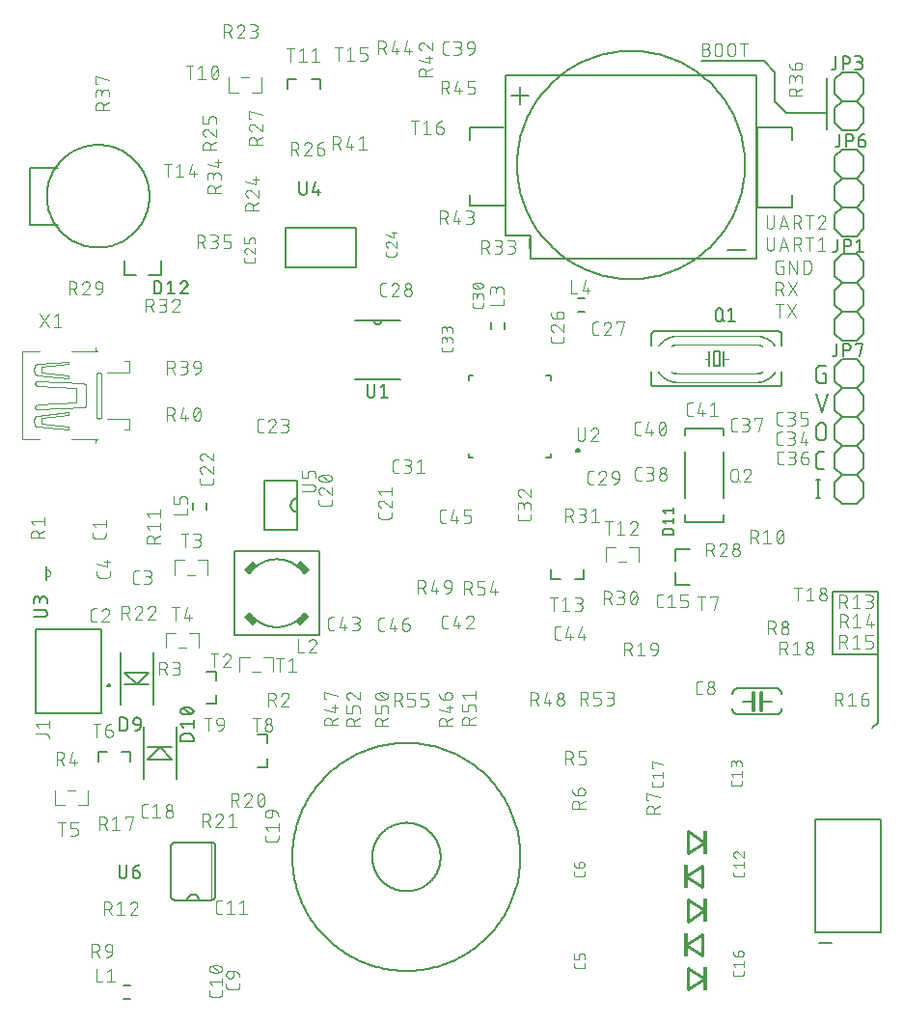
<source format=gbr>
G04 EAGLE Gerber RS-274X export*
G75*
%MOMM*%
%FSLAX34Y34*%
%LPD*%
%INSilkscreen Top*%
%IPPOS*%
%AMOC8*
5,1,8,0,0,1.08239X$1,22.5*%
G01*
%ADD10C,0.127000*%
%ADD11C,0.152400*%
%ADD12C,0.101600*%
%ADD13C,0.076200*%
%ADD14C,0.304800*%
%ADD15C,0.254000*%
%ADD16R,0.300000X2.100000*%
%ADD17C,0.203200*%
%ADD18R,1.100000X0.575000*%
%ADD19C,0.005078*%
%ADD20C,0.050800*%
%ADD21C,0.000000*%
%ADD22C,0.200000*%


D10*
X705000Y370000D02*
X705000Y315000D01*
X745000Y315000D01*
X745000Y370000D01*
X705000Y370000D01*
X745000Y315000D02*
X745000Y255000D01*
X740000Y250000D01*
D11*
X704599Y61584D02*
X693762Y61584D01*
D12*
X594269Y845799D02*
X591023Y845799D01*
X594269Y845800D02*
X594382Y845798D01*
X594495Y845792D01*
X594608Y845782D01*
X594721Y845768D01*
X594833Y845751D01*
X594944Y845729D01*
X595054Y845704D01*
X595164Y845674D01*
X595272Y845641D01*
X595379Y845604D01*
X595485Y845564D01*
X595589Y845519D01*
X595692Y845471D01*
X595793Y845420D01*
X595892Y845365D01*
X595989Y845307D01*
X596084Y845245D01*
X596177Y845180D01*
X596267Y845112D01*
X596355Y845041D01*
X596441Y844966D01*
X596524Y844889D01*
X596604Y844809D01*
X596681Y844726D01*
X596756Y844640D01*
X596827Y844552D01*
X596895Y844462D01*
X596960Y844369D01*
X597022Y844274D01*
X597080Y844177D01*
X597135Y844078D01*
X597186Y843977D01*
X597234Y843874D01*
X597279Y843770D01*
X597319Y843664D01*
X597356Y843557D01*
X597389Y843449D01*
X597419Y843339D01*
X597444Y843229D01*
X597466Y843118D01*
X597483Y843006D01*
X597497Y842893D01*
X597507Y842780D01*
X597513Y842667D01*
X597515Y842554D01*
X597513Y842441D01*
X597507Y842328D01*
X597497Y842215D01*
X597483Y842102D01*
X597466Y841990D01*
X597444Y841879D01*
X597419Y841769D01*
X597389Y841659D01*
X597356Y841551D01*
X597319Y841444D01*
X597279Y841338D01*
X597234Y841234D01*
X597186Y841131D01*
X597135Y841030D01*
X597080Y840931D01*
X597022Y840834D01*
X596960Y840739D01*
X596895Y840646D01*
X596827Y840556D01*
X596756Y840468D01*
X596681Y840382D01*
X596604Y840299D01*
X596524Y840219D01*
X596441Y840142D01*
X596355Y840067D01*
X596267Y839996D01*
X596177Y839928D01*
X596084Y839863D01*
X595989Y839801D01*
X595892Y839743D01*
X595793Y839688D01*
X595692Y839637D01*
X595589Y839589D01*
X595485Y839544D01*
X595379Y839504D01*
X595272Y839467D01*
X595164Y839434D01*
X595054Y839404D01*
X594944Y839379D01*
X594833Y839357D01*
X594721Y839340D01*
X594608Y839326D01*
X594495Y839316D01*
X594382Y839310D01*
X594269Y839308D01*
X591023Y839308D01*
X591023Y850992D01*
X594269Y850992D01*
X594370Y850990D01*
X594470Y850984D01*
X594570Y850974D01*
X594670Y850961D01*
X594769Y850943D01*
X594868Y850922D01*
X594965Y850897D01*
X595062Y850868D01*
X595157Y850835D01*
X595251Y850799D01*
X595343Y850759D01*
X595434Y850716D01*
X595523Y850669D01*
X595610Y850619D01*
X595696Y850565D01*
X595779Y850508D01*
X595859Y850448D01*
X595938Y850385D01*
X596014Y850318D01*
X596087Y850249D01*
X596157Y850177D01*
X596225Y850103D01*
X596290Y850026D01*
X596351Y849946D01*
X596410Y849864D01*
X596465Y849780D01*
X596517Y849694D01*
X596566Y849606D01*
X596611Y849516D01*
X596653Y849424D01*
X596691Y849331D01*
X596725Y849236D01*
X596756Y849141D01*
X596783Y849044D01*
X596806Y848946D01*
X596826Y848847D01*
X596841Y848747D01*
X596853Y848647D01*
X596861Y848547D01*
X596865Y848446D01*
X596865Y848346D01*
X596861Y848245D01*
X596853Y848145D01*
X596841Y848045D01*
X596826Y847945D01*
X596806Y847846D01*
X596783Y847748D01*
X596756Y847651D01*
X596725Y847556D01*
X596691Y847461D01*
X596653Y847368D01*
X596611Y847276D01*
X596566Y847186D01*
X596517Y847098D01*
X596465Y847012D01*
X596410Y846928D01*
X596351Y846846D01*
X596290Y846766D01*
X596225Y846689D01*
X596157Y846615D01*
X596087Y846543D01*
X596014Y846474D01*
X595938Y846407D01*
X595859Y846344D01*
X595779Y846284D01*
X595696Y846227D01*
X595610Y846173D01*
X595523Y846123D01*
X595434Y846076D01*
X595343Y846033D01*
X595251Y845993D01*
X595157Y845957D01*
X595062Y845924D01*
X594965Y845895D01*
X594868Y845870D01*
X594769Y845849D01*
X594670Y845831D01*
X594570Y845818D01*
X594470Y845808D01*
X594370Y845802D01*
X594269Y845800D01*
X601903Y847746D02*
X601903Y842554D01*
X601903Y847746D02*
X601905Y847859D01*
X601911Y847972D01*
X601921Y848085D01*
X601935Y848198D01*
X601952Y848310D01*
X601974Y848421D01*
X601999Y848531D01*
X602029Y848641D01*
X602062Y848749D01*
X602099Y848856D01*
X602139Y848962D01*
X602184Y849066D01*
X602232Y849169D01*
X602283Y849270D01*
X602338Y849369D01*
X602396Y849466D01*
X602458Y849561D01*
X602523Y849654D01*
X602591Y849744D01*
X602662Y849832D01*
X602737Y849918D01*
X602814Y850001D01*
X602894Y850081D01*
X602977Y850158D01*
X603063Y850233D01*
X603151Y850304D01*
X603241Y850372D01*
X603334Y850437D01*
X603429Y850499D01*
X603526Y850557D01*
X603625Y850612D01*
X603726Y850663D01*
X603829Y850711D01*
X603933Y850756D01*
X604039Y850796D01*
X604146Y850833D01*
X604254Y850866D01*
X604364Y850896D01*
X604474Y850921D01*
X604585Y850943D01*
X604697Y850960D01*
X604810Y850974D01*
X604923Y850984D01*
X605036Y850990D01*
X605149Y850992D01*
X605262Y850990D01*
X605375Y850984D01*
X605488Y850974D01*
X605601Y850960D01*
X605713Y850943D01*
X605824Y850921D01*
X605934Y850896D01*
X606044Y850866D01*
X606152Y850833D01*
X606259Y850796D01*
X606365Y850756D01*
X606469Y850711D01*
X606572Y850663D01*
X606673Y850612D01*
X606772Y850557D01*
X606869Y850499D01*
X606964Y850437D01*
X607057Y850372D01*
X607147Y850304D01*
X607235Y850233D01*
X607321Y850158D01*
X607404Y850081D01*
X607484Y850001D01*
X607561Y849918D01*
X607636Y849832D01*
X607707Y849744D01*
X607775Y849654D01*
X607840Y849561D01*
X607902Y849466D01*
X607960Y849369D01*
X608015Y849270D01*
X608066Y849169D01*
X608114Y849066D01*
X608159Y848962D01*
X608199Y848856D01*
X608236Y848749D01*
X608269Y848641D01*
X608299Y848531D01*
X608324Y848421D01*
X608346Y848310D01*
X608363Y848198D01*
X608377Y848085D01*
X608387Y847972D01*
X608393Y847859D01*
X608395Y847746D01*
X608394Y847746D02*
X608394Y842554D01*
X608395Y842554D02*
X608393Y842441D01*
X608387Y842328D01*
X608377Y842215D01*
X608363Y842102D01*
X608346Y841990D01*
X608324Y841879D01*
X608299Y841769D01*
X608269Y841659D01*
X608236Y841551D01*
X608199Y841444D01*
X608159Y841338D01*
X608114Y841234D01*
X608066Y841131D01*
X608015Y841030D01*
X607960Y840931D01*
X607902Y840834D01*
X607840Y840739D01*
X607775Y840646D01*
X607707Y840556D01*
X607636Y840468D01*
X607561Y840382D01*
X607484Y840299D01*
X607404Y840219D01*
X607321Y840142D01*
X607235Y840067D01*
X607147Y839996D01*
X607057Y839928D01*
X606964Y839863D01*
X606869Y839801D01*
X606772Y839743D01*
X606673Y839688D01*
X606572Y839637D01*
X606469Y839589D01*
X606365Y839544D01*
X606259Y839504D01*
X606152Y839467D01*
X606044Y839434D01*
X605934Y839404D01*
X605824Y839379D01*
X605713Y839357D01*
X605601Y839340D01*
X605488Y839326D01*
X605375Y839316D01*
X605262Y839310D01*
X605149Y839308D01*
X605036Y839310D01*
X604923Y839316D01*
X604810Y839326D01*
X604697Y839340D01*
X604585Y839357D01*
X604474Y839379D01*
X604364Y839404D01*
X604254Y839434D01*
X604146Y839467D01*
X604039Y839504D01*
X603933Y839544D01*
X603829Y839589D01*
X603726Y839637D01*
X603625Y839688D01*
X603526Y839743D01*
X603429Y839801D01*
X603334Y839863D01*
X603241Y839928D01*
X603151Y839996D01*
X603063Y840067D01*
X602977Y840142D01*
X602894Y840219D01*
X602814Y840299D01*
X602737Y840382D01*
X602662Y840468D01*
X602591Y840556D01*
X602523Y840646D01*
X602458Y840739D01*
X602396Y840834D01*
X602338Y840931D01*
X602283Y841030D01*
X602232Y841131D01*
X602184Y841234D01*
X602139Y841338D01*
X602099Y841444D01*
X602062Y841551D01*
X602029Y841659D01*
X601999Y841769D01*
X601974Y841879D01*
X601952Y841990D01*
X601935Y842102D01*
X601921Y842215D01*
X601911Y842328D01*
X601905Y842441D01*
X601903Y842554D01*
X613333Y842554D02*
X613333Y847746D01*
X613332Y847746D02*
X613334Y847859D01*
X613340Y847972D01*
X613350Y848085D01*
X613364Y848198D01*
X613381Y848310D01*
X613403Y848421D01*
X613428Y848531D01*
X613458Y848641D01*
X613491Y848749D01*
X613528Y848856D01*
X613568Y848962D01*
X613613Y849066D01*
X613661Y849169D01*
X613712Y849270D01*
X613767Y849369D01*
X613825Y849466D01*
X613887Y849561D01*
X613952Y849654D01*
X614020Y849744D01*
X614091Y849832D01*
X614166Y849918D01*
X614243Y850001D01*
X614323Y850081D01*
X614406Y850158D01*
X614492Y850233D01*
X614580Y850304D01*
X614670Y850372D01*
X614763Y850437D01*
X614858Y850499D01*
X614955Y850557D01*
X615054Y850612D01*
X615155Y850663D01*
X615258Y850711D01*
X615362Y850756D01*
X615468Y850796D01*
X615575Y850833D01*
X615683Y850866D01*
X615793Y850896D01*
X615903Y850921D01*
X616014Y850943D01*
X616126Y850960D01*
X616239Y850974D01*
X616352Y850984D01*
X616465Y850990D01*
X616578Y850992D01*
X616691Y850990D01*
X616804Y850984D01*
X616917Y850974D01*
X617030Y850960D01*
X617142Y850943D01*
X617253Y850921D01*
X617363Y850896D01*
X617473Y850866D01*
X617581Y850833D01*
X617688Y850796D01*
X617794Y850756D01*
X617898Y850711D01*
X618001Y850663D01*
X618102Y850612D01*
X618201Y850557D01*
X618298Y850499D01*
X618393Y850437D01*
X618486Y850372D01*
X618576Y850304D01*
X618664Y850233D01*
X618750Y850158D01*
X618833Y850081D01*
X618913Y850001D01*
X618990Y849918D01*
X619065Y849832D01*
X619136Y849744D01*
X619204Y849654D01*
X619269Y849561D01*
X619331Y849466D01*
X619389Y849369D01*
X619444Y849270D01*
X619495Y849169D01*
X619543Y849066D01*
X619588Y848962D01*
X619628Y848856D01*
X619665Y848749D01*
X619698Y848641D01*
X619728Y848531D01*
X619753Y848421D01*
X619775Y848310D01*
X619792Y848198D01*
X619806Y848085D01*
X619816Y847972D01*
X619822Y847859D01*
X619824Y847746D01*
X619824Y842554D01*
X619822Y842441D01*
X619816Y842328D01*
X619806Y842215D01*
X619792Y842102D01*
X619775Y841990D01*
X619753Y841879D01*
X619728Y841769D01*
X619698Y841659D01*
X619665Y841551D01*
X619628Y841444D01*
X619588Y841338D01*
X619543Y841234D01*
X619495Y841131D01*
X619444Y841030D01*
X619389Y840931D01*
X619331Y840834D01*
X619269Y840739D01*
X619204Y840646D01*
X619136Y840556D01*
X619065Y840468D01*
X618990Y840382D01*
X618913Y840299D01*
X618833Y840219D01*
X618750Y840142D01*
X618664Y840067D01*
X618576Y839996D01*
X618486Y839928D01*
X618393Y839863D01*
X618298Y839801D01*
X618201Y839743D01*
X618102Y839688D01*
X618001Y839637D01*
X617898Y839589D01*
X617794Y839544D01*
X617688Y839504D01*
X617581Y839467D01*
X617473Y839434D01*
X617363Y839404D01*
X617253Y839379D01*
X617142Y839357D01*
X617030Y839340D01*
X616917Y839326D01*
X616804Y839316D01*
X616691Y839310D01*
X616578Y839308D01*
X616465Y839310D01*
X616352Y839316D01*
X616239Y839326D01*
X616126Y839340D01*
X616014Y839357D01*
X615903Y839379D01*
X615793Y839404D01*
X615683Y839434D01*
X615575Y839467D01*
X615468Y839504D01*
X615362Y839544D01*
X615258Y839589D01*
X615155Y839637D01*
X615054Y839688D01*
X614955Y839743D01*
X614858Y839801D01*
X614763Y839863D01*
X614670Y839928D01*
X614580Y839996D01*
X614492Y840067D01*
X614406Y840142D01*
X614323Y840219D01*
X614243Y840299D01*
X614166Y840382D01*
X614091Y840468D01*
X614020Y840556D01*
X613952Y840646D01*
X613887Y840739D01*
X613825Y840834D01*
X613767Y840931D01*
X613712Y841030D01*
X613661Y841131D01*
X613613Y841234D01*
X613568Y841338D01*
X613528Y841444D01*
X613491Y841551D01*
X613458Y841659D01*
X613428Y841769D01*
X613403Y841879D01*
X613381Y841990D01*
X613364Y842102D01*
X613350Y842215D01*
X613340Y842328D01*
X613334Y842441D01*
X613332Y842554D01*
X627246Y839308D02*
X627246Y850992D01*
X624001Y850992D02*
X630492Y850992D01*
D10*
X645000Y835000D02*
X590000Y835000D01*
X645000Y835000D02*
X655000Y825000D01*
X655000Y800000D01*
X665000Y790000D01*
X700000Y790000D01*
X700000Y775000D01*
X700000Y790000D02*
X700000Y820000D01*
D12*
X661999Y655099D02*
X660052Y655099D01*
X661999Y655099D02*
X661999Y648608D01*
X658104Y648608D01*
X658005Y648610D01*
X657905Y648616D01*
X657806Y648625D01*
X657708Y648638D01*
X657610Y648655D01*
X657512Y648676D01*
X657416Y648701D01*
X657321Y648729D01*
X657227Y648761D01*
X657134Y648796D01*
X657042Y648835D01*
X656952Y648878D01*
X656864Y648923D01*
X656777Y648973D01*
X656693Y649025D01*
X656610Y649081D01*
X656530Y649139D01*
X656452Y649201D01*
X656377Y649266D01*
X656304Y649334D01*
X656234Y649404D01*
X656166Y649477D01*
X656101Y649552D01*
X656039Y649630D01*
X655981Y649710D01*
X655925Y649793D01*
X655873Y649877D01*
X655823Y649964D01*
X655778Y650052D01*
X655735Y650142D01*
X655696Y650234D01*
X655661Y650327D01*
X655629Y650421D01*
X655601Y650516D01*
X655576Y650612D01*
X655555Y650710D01*
X655538Y650808D01*
X655525Y650906D01*
X655516Y651005D01*
X655510Y651105D01*
X655508Y651204D01*
X655508Y657696D01*
X655510Y657795D01*
X655516Y657895D01*
X655525Y657994D01*
X655538Y658092D01*
X655555Y658190D01*
X655576Y658288D01*
X655601Y658384D01*
X655629Y658479D01*
X655661Y658573D01*
X655696Y658666D01*
X655735Y658758D01*
X655778Y658848D01*
X655823Y658936D01*
X655873Y659023D01*
X655925Y659107D01*
X655981Y659190D01*
X656039Y659270D01*
X656101Y659348D01*
X656166Y659423D01*
X656234Y659496D01*
X656304Y659566D01*
X656377Y659634D01*
X656452Y659699D01*
X656530Y659761D01*
X656610Y659819D01*
X656693Y659875D01*
X656777Y659927D01*
X656864Y659977D01*
X656952Y660022D01*
X657042Y660065D01*
X657134Y660104D01*
X657226Y660139D01*
X657321Y660171D01*
X657416Y660199D01*
X657512Y660224D01*
X657610Y660245D01*
X657708Y660262D01*
X657806Y660275D01*
X657905Y660284D01*
X658005Y660290D01*
X658104Y660292D01*
X661999Y660292D01*
X667700Y660292D02*
X667700Y648608D01*
X674191Y648608D02*
X667700Y660292D01*
X674191Y660292D02*
X674191Y648608D01*
X679892Y648608D02*
X679892Y660292D01*
X683137Y660292D01*
X683250Y660290D01*
X683363Y660284D01*
X683476Y660274D01*
X683589Y660260D01*
X683701Y660243D01*
X683812Y660221D01*
X683922Y660196D01*
X684032Y660166D01*
X684140Y660133D01*
X684247Y660096D01*
X684353Y660056D01*
X684457Y660011D01*
X684560Y659963D01*
X684661Y659912D01*
X684760Y659857D01*
X684857Y659799D01*
X684952Y659737D01*
X685045Y659672D01*
X685135Y659604D01*
X685223Y659533D01*
X685309Y659458D01*
X685392Y659381D01*
X685472Y659301D01*
X685549Y659218D01*
X685624Y659132D01*
X685695Y659044D01*
X685763Y658954D01*
X685828Y658861D01*
X685890Y658766D01*
X685948Y658669D01*
X686003Y658570D01*
X686054Y658469D01*
X686102Y658366D01*
X686147Y658262D01*
X686187Y658156D01*
X686224Y658049D01*
X686257Y657941D01*
X686287Y657831D01*
X686312Y657721D01*
X686334Y657610D01*
X686351Y657498D01*
X686365Y657385D01*
X686375Y657272D01*
X686381Y657159D01*
X686383Y657046D01*
X686383Y651854D01*
X686384Y651854D02*
X686382Y651741D01*
X686376Y651628D01*
X686366Y651515D01*
X686352Y651402D01*
X686335Y651290D01*
X686313Y651179D01*
X686288Y651069D01*
X686258Y650959D01*
X686225Y650851D01*
X686188Y650744D01*
X686148Y650638D01*
X686103Y650534D01*
X686055Y650431D01*
X686004Y650330D01*
X685949Y650231D01*
X685891Y650134D01*
X685829Y650039D01*
X685764Y649946D01*
X685696Y649856D01*
X685625Y649768D01*
X685550Y649682D01*
X685473Y649599D01*
X685393Y649519D01*
X685310Y649442D01*
X685224Y649367D01*
X685136Y649296D01*
X685046Y649228D01*
X684953Y649163D01*
X684858Y649101D01*
X684761Y649043D01*
X684662Y648988D01*
X684561Y648937D01*
X684458Y648889D01*
X684354Y648844D01*
X684248Y648804D01*
X684141Y648767D01*
X684033Y648734D01*
X683923Y648704D01*
X683813Y648679D01*
X683702Y648657D01*
X683590Y648640D01*
X683477Y648626D01*
X683364Y648616D01*
X683251Y648610D01*
X683138Y648608D01*
X683137Y648608D02*
X679892Y648608D01*
X655508Y641242D02*
X655508Y629558D01*
X655508Y641242D02*
X658754Y641242D01*
X658867Y641240D01*
X658980Y641234D01*
X659093Y641224D01*
X659206Y641210D01*
X659318Y641193D01*
X659429Y641171D01*
X659539Y641146D01*
X659649Y641116D01*
X659757Y641083D01*
X659864Y641046D01*
X659970Y641006D01*
X660074Y640961D01*
X660177Y640913D01*
X660278Y640862D01*
X660377Y640807D01*
X660474Y640749D01*
X660569Y640687D01*
X660662Y640622D01*
X660752Y640554D01*
X660840Y640483D01*
X660926Y640408D01*
X661009Y640331D01*
X661089Y640251D01*
X661166Y640168D01*
X661241Y640082D01*
X661312Y639994D01*
X661380Y639904D01*
X661445Y639811D01*
X661507Y639716D01*
X661565Y639619D01*
X661620Y639520D01*
X661671Y639419D01*
X661719Y639316D01*
X661764Y639212D01*
X661804Y639106D01*
X661841Y638999D01*
X661874Y638891D01*
X661904Y638781D01*
X661929Y638671D01*
X661951Y638560D01*
X661968Y638448D01*
X661982Y638335D01*
X661992Y638222D01*
X661998Y638109D01*
X662000Y637996D01*
X661998Y637883D01*
X661992Y637770D01*
X661982Y637657D01*
X661968Y637544D01*
X661951Y637432D01*
X661929Y637321D01*
X661904Y637211D01*
X661874Y637101D01*
X661841Y636993D01*
X661804Y636886D01*
X661764Y636780D01*
X661719Y636676D01*
X661671Y636573D01*
X661620Y636472D01*
X661565Y636373D01*
X661507Y636276D01*
X661445Y636181D01*
X661380Y636088D01*
X661312Y635998D01*
X661241Y635910D01*
X661166Y635824D01*
X661089Y635741D01*
X661009Y635661D01*
X660926Y635584D01*
X660840Y635509D01*
X660752Y635438D01*
X660662Y635370D01*
X660569Y635305D01*
X660474Y635243D01*
X660377Y635185D01*
X660278Y635130D01*
X660177Y635079D01*
X660074Y635031D01*
X659970Y634986D01*
X659864Y634946D01*
X659757Y634909D01*
X659649Y634876D01*
X659539Y634846D01*
X659429Y634821D01*
X659318Y634799D01*
X659206Y634782D01*
X659093Y634768D01*
X658980Y634758D01*
X658867Y634752D01*
X658754Y634750D01*
X658754Y634751D02*
X655508Y634751D01*
X659403Y634751D02*
X661999Y629558D01*
X666215Y629558D02*
X674005Y641242D01*
X666215Y641242D02*
X674005Y629558D01*
X658754Y622192D02*
X658754Y610508D01*
X655508Y622192D02*
X661999Y622192D01*
X673316Y622192D02*
X665527Y610508D01*
X673316Y610508D02*
X665527Y622192D01*
X647508Y691304D02*
X647508Y699742D01*
X647508Y691304D02*
X647510Y691191D01*
X647516Y691078D01*
X647526Y690965D01*
X647540Y690852D01*
X647557Y690740D01*
X647579Y690629D01*
X647604Y690519D01*
X647634Y690409D01*
X647667Y690301D01*
X647704Y690194D01*
X647744Y690088D01*
X647789Y689984D01*
X647837Y689881D01*
X647888Y689780D01*
X647943Y689681D01*
X648001Y689584D01*
X648063Y689489D01*
X648128Y689396D01*
X648196Y689306D01*
X648267Y689218D01*
X648342Y689132D01*
X648419Y689049D01*
X648499Y688969D01*
X648582Y688892D01*
X648668Y688817D01*
X648756Y688746D01*
X648846Y688678D01*
X648939Y688613D01*
X649034Y688551D01*
X649131Y688493D01*
X649230Y688438D01*
X649331Y688387D01*
X649434Y688339D01*
X649538Y688294D01*
X649644Y688254D01*
X649751Y688217D01*
X649859Y688184D01*
X649969Y688154D01*
X650079Y688129D01*
X650190Y688107D01*
X650302Y688090D01*
X650415Y688076D01*
X650528Y688066D01*
X650641Y688060D01*
X650754Y688058D01*
X650867Y688060D01*
X650980Y688066D01*
X651093Y688076D01*
X651206Y688090D01*
X651318Y688107D01*
X651429Y688129D01*
X651539Y688154D01*
X651649Y688184D01*
X651757Y688217D01*
X651864Y688254D01*
X651970Y688294D01*
X652074Y688339D01*
X652177Y688387D01*
X652278Y688438D01*
X652377Y688493D01*
X652474Y688551D01*
X652569Y688613D01*
X652662Y688678D01*
X652752Y688746D01*
X652840Y688817D01*
X652926Y688892D01*
X653009Y688969D01*
X653089Y689049D01*
X653166Y689132D01*
X653241Y689218D01*
X653312Y689306D01*
X653380Y689396D01*
X653445Y689489D01*
X653507Y689584D01*
X653565Y689681D01*
X653620Y689780D01*
X653671Y689881D01*
X653719Y689984D01*
X653764Y690088D01*
X653804Y690194D01*
X653841Y690301D01*
X653874Y690409D01*
X653904Y690519D01*
X653929Y690629D01*
X653951Y690740D01*
X653968Y690852D01*
X653982Y690965D01*
X653992Y691078D01*
X653998Y691191D01*
X654000Y691304D01*
X653999Y691304D02*
X653999Y699742D01*
X662565Y699742D02*
X658670Y688058D01*
X666459Y688058D02*
X662565Y699742D01*
X665486Y690979D02*
X659644Y690979D01*
X671204Y688058D02*
X671204Y699742D01*
X674449Y699742D01*
X674562Y699740D01*
X674675Y699734D01*
X674788Y699724D01*
X674901Y699710D01*
X675013Y699693D01*
X675124Y699671D01*
X675234Y699646D01*
X675344Y699616D01*
X675452Y699583D01*
X675559Y699546D01*
X675665Y699506D01*
X675769Y699461D01*
X675872Y699413D01*
X675973Y699362D01*
X676072Y699307D01*
X676169Y699249D01*
X676264Y699187D01*
X676357Y699122D01*
X676447Y699054D01*
X676535Y698983D01*
X676621Y698908D01*
X676704Y698831D01*
X676784Y698751D01*
X676861Y698668D01*
X676936Y698582D01*
X677007Y698494D01*
X677075Y698404D01*
X677140Y698311D01*
X677202Y698216D01*
X677260Y698119D01*
X677315Y698020D01*
X677366Y697919D01*
X677414Y697816D01*
X677459Y697712D01*
X677499Y697606D01*
X677536Y697499D01*
X677569Y697391D01*
X677599Y697281D01*
X677624Y697171D01*
X677646Y697060D01*
X677663Y696948D01*
X677677Y696835D01*
X677687Y696722D01*
X677693Y696609D01*
X677695Y696496D01*
X677693Y696383D01*
X677687Y696270D01*
X677677Y696157D01*
X677663Y696044D01*
X677646Y695932D01*
X677624Y695821D01*
X677599Y695711D01*
X677569Y695601D01*
X677536Y695493D01*
X677499Y695386D01*
X677459Y695280D01*
X677414Y695176D01*
X677366Y695073D01*
X677315Y694972D01*
X677260Y694873D01*
X677202Y694776D01*
X677140Y694681D01*
X677075Y694588D01*
X677007Y694498D01*
X676936Y694410D01*
X676861Y694324D01*
X676784Y694241D01*
X676704Y694161D01*
X676621Y694084D01*
X676535Y694009D01*
X676447Y693938D01*
X676357Y693870D01*
X676264Y693805D01*
X676169Y693743D01*
X676072Y693685D01*
X675973Y693630D01*
X675872Y693579D01*
X675769Y693531D01*
X675665Y693486D01*
X675559Y693446D01*
X675452Y693409D01*
X675344Y693376D01*
X675234Y693346D01*
X675124Y693321D01*
X675013Y693299D01*
X674901Y693282D01*
X674788Y693268D01*
X674675Y693258D01*
X674562Y693252D01*
X674449Y693250D01*
X674449Y693251D02*
X671204Y693251D01*
X675098Y693251D02*
X677695Y688058D01*
X685043Y688058D02*
X685043Y699742D01*
X681798Y699742D02*
X688289Y699742D01*
X696036Y699742D02*
X696143Y699740D01*
X696249Y699734D01*
X696355Y699724D01*
X696461Y699711D01*
X696567Y699693D01*
X696671Y699672D01*
X696775Y699647D01*
X696878Y699618D01*
X696979Y699586D01*
X697079Y699549D01*
X697178Y699509D01*
X697276Y699466D01*
X697372Y699419D01*
X697466Y699368D01*
X697558Y699314D01*
X697648Y699257D01*
X697736Y699197D01*
X697821Y699133D01*
X697904Y699066D01*
X697985Y698996D01*
X698063Y698924D01*
X698139Y698848D01*
X698211Y698770D01*
X698281Y698689D01*
X698348Y698606D01*
X698412Y698521D01*
X698472Y698433D01*
X698529Y698343D01*
X698583Y698251D01*
X698634Y698157D01*
X698681Y698061D01*
X698724Y697963D01*
X698764Y697864D01*
X698801Y697764D01*
X698833Y697663D01*
X698862Y697560D01*
X698887Y697456D01*
X698908Y697352D01*
X698926Y697246D01*
X698939Y697140D01*
X698949Y697034D01*
X698955Y696928D01*
X698957Y696821D01*
X696036Y699742D02*
X695915Y699740D01*
X695794Y699734D01*
X695674Y699724D01*
X695553Y699711D01*
X695434Y699693D01*
X695314Y699672D01*
X695196Y699647D01*
X695079Y699618D01*
X694962Y699585D01*
X694847Y699549D01*
X694733Y699508D01*
X694620Y699465D01*
X694508Y699417D01*
X694399Y699366D01*
X694291Y699311D01*
X694184Y699253D01*
X694080Y699192D01*
X693978Y699127D01*
X693878Y699059D01*
X693780Y698988D01*
X693684Y698914D01*
X693591Y698837D01*
X693501Y698756D01*
X693413Y698673D01*
X693328Y698587D01*
X693245Y698498D01*
X693166Y698407D01*
X693089Y698313D01*
X693016Y698217D01*
X692946Y698119D01*
X692879Y698018D01*
X692815Y697915D01*
X692755Y697810D01*
X692698Y697703D01*
X692644Y697595D01*
X692594Y697485D01*
X692548Y697373D01*
X692505Y697260D01*
X692466Y697145D01*
X697984Y694549D02*
X698063Y694626D01*
X698139Y694707D01*
X698212Y694790D01*
X698282Y694875D01*
X698349Y694963D01*
X698413Y695053D01*
X698473Y695145D01*
X698530Y695240D01*
X698584Y695336D01*
X698635Y695434D01*
X698682Y695534D01*
X698726Y695636D01*
X698766Y695739D01*
X698802Y695843D01*
X698834Y695949D01*
X698863Y696055D01*
X698888Y696163D01*
X698910Y696271D01*
X698927Y696381D01*
X698941Y696490D01*
X698950Y696600D01*
X698956Y696711D01*
X698958Y696821D01*
X697983Y694549D02*
X692466Y688058D01*
X698957Y688058D01*
X647508Y680692D02*
X647508Y672254D01*
X647510Y672141D01*
X647516Y672028D01*
X647526Y671915D01*
X647540Y671802D01*
X647557Y671690D01*
X647579Y671579D01*
X647604Y671469D01*
X647634Y671359D01*
X647667Y671251D01*
X647704Y671144D01*
X647744Y671038D01*
X647789Y670934D01*
X647837Y670831D01*
X647888Y670730D01*
X647943Y670631D01*
X648001Y670534D01*
X648063Y670439D01*
X648128Y670346D01*
X648196Y670256D01*
X648267Y670168D01*
X648342Y670082D01*
X648419Y669999D01*
X648499Y669919D01*
X648582Y669842D01*
X648668Y669767D01*
X648756Y669696D01*
X648846Y669628D01*
X648939Y669563D01*
X649034Y669501D01*
X649131Y669443D01*
X649230Y669388D01*
X649331Y669337D01*
X649434Y669289D01*
X649538Y669244D01*
X649644Y669204D01*
X649751Y669167D01*
X649859Y669134D01*
X649969Y669104D01*
X650079Y669079D01*
X650190Y669057D01*
X650302Y669040D01*
X650415Y669026D01*
X650528Y669016D01*
X650641Y669010D01*
X650754Y669008D01*
X650867Y669010D01*
X650980Y669016D01*
X651093Y669026D01*
X651206Y669040D01*
X651318Y669057D01*
X651429Y669079D01*
X651539Y669104D01*
X651649Y669134D01*
X651757Y669167D01*
X651864Y669204D01*
X651970Y669244D01*
X652074Y669289D01*
X652177Y669337D01*
X652278Y669388D01*
X652377Y669443D01*
X652474Y669501D01*
X652569Y669563D01*
X652662Y669628D01*
X652752Y669696D01*
X652840Y669767D01*
X652926Y669842D01*
X653009Y669919D01*
X653089Y669999D01*
X653166Y670082D01*
X653241Y670168D01*
X653312Y670256D01*
X653380Y670346D01*
X653445Y670439D01*
X653507Y670534D01*
X653565Y670631D01*
X653620Y670730D01*
X653671Y670831D01*
X653719Y670934D01*
X653764Y671038D01*
X653804Y671144D01*
X653841Y671251D01*
X653874Y671359D01*
X653904Y671469D01*
X653929Y671579D01*
X653951Y671690D01*
X653968Y671802D01*
X653982Y671915D01*
X653992Y672028D01*
X653998Y672141D01*
X654000Y672254D01*
X653999Y672254D02*
X653999Y680692D01*
X662565Y680692D02*
X658670Y669008D01*
X666459Y669008D02*
X662565Y680692D01*
X665486Y671929D02*
X659644Y671929D01*
X671204Y669008D02*
X671204Y680692D01*
X674449Y680692D01*
X674562Y680690D01*
X674675Y680684D01*
X674788Y680674D01*
X674901Y680660D01*
X675013Y680643D01*
X675124Y680621D01*
X675234Y680596D01*
X675344Y680566D01*
X675452Y680533D01*
X675559Y680496D01*
X675665Y680456D01*
X675769Y680411D01*
X675872Y680363D01*
X675973Y680312D01*
X676072Y680257D01*
X676169Y680199D01*
X676264Y680137D01*
X676357Y680072D01*
X676447Y680004D01*
X676535Y679933D01*
X676621Y679858D01*
X676704Y679781D01*
X676784Y679701D01*
X676861Y679618D01*
X676936Y679532D01*
X677007Y679444D01*
X677075Y679354D01*
X677140Y679261D01*
X677202Y679166D01*
X677260Y679069D01*
X677315Y678970D01*
X677366Y678869D01*
X677414Y678766D01*
X677459Y678662D01*
X677499Y678556D01*
X677536Y678449D01*
X677569Y678341D01*
X677599Y678231D01*
X677624Y678121D01*
X677646Y678010D01*
X677663Y677898D01*
X677677Y677785D01*
X677687Y677672D01*
X677693Y677559D01*
X677695Y677446D01*
X677693Y677333D01*
X677687Y677220D01*
X677677Y677107D01*
X677663Y676994D01*
X677646Y676882D01*
X677624Y676771D01*
X677599Y676661D01*
X677569Y676551D01*
X677536Y676443D01*
X677499Y676336D01*
X677459Y676230D01*
X677414Y676126D01*
X677366Y676023D01*
X677315Y675922D01*
X677260Y675823D01*
X677202Y675726D01*
X677140Y675631D01*
X677075Y675538D01*
X677007Y675448D01*
X676936Y675360D01*
X676861Y675274D01*
X676784Y675191D01*
X676704Y675111D01*
X676621Y675034D01*
X676535Y674959D01*
X676447Y674888D01*
X676357Y674820D01*
X676264Y674755D01*
X676169Y674693D01*
X676072Y674635D01*
X675973Y674580D01*
X675872Y674529D01*
X675769Y674481D01*
X675665Y674436D01*
X675559Y674396D01*
X675452Y674359D01*
X675344Y674326D01*
X675234Y674296D01*
X675124Y674271D01*
X675013Y674249D01*
X674901Y674232D01*
X674788Y674218D01*
X674675Y674208D01*
X674562Y674202D01*
X674449Y674200D01*
X674449Y674201D02*
X671204Y674201D01*
X675098Y674201D02*
X677695Y669008D01*
X685043Y669008D02*
X685043Y680692D01*
X681798Y680692D02*
X688289Y680692D01*
X692466Y678096D02*
X695711Y680692D01*
X695711Y669008D01*
X692466Y669008D02*
X698957Y669008D01*
D10*
X699743Y561327D02*
X697160Y561327D01*
X699743Y561327D02*
X699743Y552719D01*
X694578Y552719D01*
X694463Y552721D01*
X694348Y552727D01*
X694233Y552736D01*
X694119Y552750D01*
X694005Y552767D01*
X693892Y552788D01*
X693780Y552813D01*
X693668Y552841D01*
X693558Y552874D01*
X693449Y552910D01*
X693341Y552949D01*
X693234Y552992D01*
X693129Y553039D01*
X693025Y553089D01*
X692923Y553143D01*
X692823Y553200D01*
X692725Y553260D01*
X692629Y553323D01*
X692536Y553390D01*
X692444Y553460D01*
X692355Y553533D01*
X692268Y553608D01*
X692184Y553687D01*
X692103Y553768D01*
X692024Y553852D01*
X691949Y553939D01*
X691876Y554028D01*
X691806Y554120D01*
X691739Y554213D01*
X691676Y554309D01*
X691616Y554407D01*
X691559Y554507D01*
X691505Y554609D01*
X691455Y554713D01*
X691408Y554818D01*
X691365Y554925D01*
X691326Y555033D01*
X691290Y555142D01*
X691257Y555252D01*
X691229Y555364D01*
X691204Y555476D01*
X691183Y555589D01*
X691166Y555703D01*
X691152Y555817D01*
X691143Y555932D01*
X691137Y556047D01*
X691135Y556162D01*
X691135Y564770D01*
X691137Y564885D01*
X691143Y565000D01*
X691152Y565115D01*
X691166Y565229D01*
X691183Y565343D01*
X691204Y565456D01*
X691229Y565568D01*
X691257Y565680D01*
X691290Y565790D01*
X691326Y565899D01*
X691365Y566007D01*
X691408Y566114D01*
X691455Y566219D01*
X691505Y566323D01*
X691559Y566425D01*
X691616Y566525D01*
X691676Y566623D01*
X691739Y566719D01*
X691806Y566812D01*
X691876Y566904D01*
X691949Y566993D01*
X692024Y567080D01*
X692103Y567164D01*
X692184Y567245D01*
X692268Y567323D01*
X692355Y567399D01*
X692444Y567472D01*
X692536Y567542D01*
X692629Y567609D01*
X692725Y567672D01*
X692823Y567732D01*
X692923Y567789D01*
X693025Y567843D01*
X693129Y567893D01*
X693234Y567940D01*
X693341Y567983D01*
X693449Y568022D01*
X693558Y568058D01*
X693668Y568091D01*
X693780Y568119D01*
X693892Y568144D01*
X694005Y568165D01*
X694119Y568182D01*
X694233Y568196D01*
X694348Y568205D01*
X694463Y568211D01*
X694578Y568213D01*
X699743Y568213D01*
X691135Y543067D02*
X696300Y527573D01*
X701464Y543067D01*
X691135Y513617D02*
X691135Y506731D01*
X691135Y513617D02*
X691137Y513747D01*
X691143Y513877D01*
X691153Y514007D01*
X691166Y514136D01*
X691184Y514265D01*
X691205Y514393D01*
X691231Y514520D01*
X691260Y514647D01*
X691293Y514773D01*
X691330Y514897D01*
X691370Y515021D01*
X691415Y515143D01*
X691463Y515264D01*
X691514Y515383D01*
X691569Y515501D01*
X691628Y515617D01*
X691690Y515731D01*
X691756Y515844D01*
X691825Y515954D01*
X691897Y516062D01*
X691972Y516168D01*
X692051Y516271D01*
X692133Y516372D01*
X692217Y516471D01*
X692305Y516567D01*
X692396Y516660D01*
X692489Y516751D01*
X692585Y516839D01*
X692684Y516923D01*
X692785Y517005D01*
X692888Y517084D01*
X692994Y517159D01*
X693102Y517231D01*
X693212Y517300D01*
X693325Y517366D01*
X693439Y517428D01*
X693555Y517487D01*
X693673Y517542D01*
X693792Y517593D01*
X693913Y517641D01*
X694035Y517686D01*
X694159Y517726D01*
X694283Y517763D01*
X694409Y517796D01*
X694536Y517825D01*
X694663Y517851D01*
X694791Y517872D01*
X694920Y517890D01*
X695049Y517903D01*
X695179Y517913D01*
X695309Y517919D01*
X695439Y517921D01*
X695569Y517919D01*
X695699Y517913D01*
X695829Y517903D01*
X695958Y517890D01*
X696087Y517872D01*
X696215Y517851D01*
X696342Y517825D01*
X696469Y517796D01*
X696595Y517763D01*
X696719Y517726D01*
X696843Y517686D01*
X696965Y517641D01*
X697086Y517593D01*
X697205Y517542D01*
X697323Y517487D01*
X697439Y517428D01*
X697553Y517366D01*
X697666Y517300D01*
X697776Y517231D01*
X697884Y517159D01*
X697990Y517084D01*
X698093Y517005D01*
X698194Y516923D01*
X698293Y516839D01*
X698389Y516751D01*
X698482Y516660D01*
X698573Y516567D01*
X698661Y516471D01*
X698745Y516372D01*
X698827Y516271D01*
X698906Y516168D01*
X698981Y516062D01*
X699053Y515954D01*
X699122Y515844D01*
X699188Y515731D01*
X699250Y515617D01*
X699309Y515501D01*
X699364Y515383D01*
X699415Y515264D01*
X699463Y515143D01*
X699508Y515021D01*
X699548Y514897D01*
X699585Y514773D01*
X699618Y514647D01*
X699647Y514520D01*
X699673Y514393D01*
X699694Y514265D01*
X699712Y514136D01*
X699725Y514007D01*
X699735Y513877D01*
X699741Y513747D01*
X699743Y513617D01*
X699743Y506731D01*
X699741Y506601D01*
X699735Y506471D01*
X699725Y506341D01*
X699712Y506212D01*
X699694Y506083D01*
X699673Y505955D01*
X699647Y505828D01*
X699618Y505701D01*
X699585Y505575D01*
X699548Y505451D01*
X699508Y505327D01*
X699463Y505205D01*
X699415Y505084D01*
X699364Y504965D01*
X699309Y504847D01*
X699250Y504731D01*
X699188Y504617D01*
X699122Y504504D01*
X699053Y504394D01*
X698981Y504286D01*
X698906Y504180D01*
X698827Y504077D01*
X698745Y503976D01*
X698661Y503877D01*
X698573Y503781D01*
X698482Y503688D01*
X698389Y503597D01*
X698293Y503509D01*
X698194Y503425D01*
X698093Y503343D01*
X697990Y503264D01*
X697884Y503189D01*
X697776Y503117D01*
X697666Y503048D01*
X697553Y502982D01*
X697439Y502920D01*
X697323Y502861D01*
X697205Y502806D01*
X697086Y502755D01*
X696965Y502707D01*
X696843Y502662D01*
X696719Y502622D01*
X696595Y502585D01*
X696469Y502552D01*
X696342Y502523D01*
X696215Y502497D01*
X696087Y502476D01*
X695958Y502458D01*
X695829Y502445D01*
X695699Y502435D01*
X695569Y502429D01*
X695439Y502427D01*
X695309Y502429D01*
X695179Y502435D01*
X695049Y502445D01*
X694920Y502458D01*
X694791Y502476D01*
X694663Y502497D01*
X694536Y502523D01*
X694409Y502552D01*
X694283Y502585D01*
X694159Y502622D01*
X694035Y502662D01*
X693913Y502707D01*
X693792Y502755D01*
X693673Y502806D01*
X693555Y502861D01*
X693439Y502920D01*
X693325Y502982D01*
X693212Y503048D01*
X693102Y503117D01*
X692994Y503189D01*
X692888Y503264D01*
X692785Y503343D01*
X692684Y503425D01*
X692585Y503509D01*
X692489Y503597D01*
X692396Y503688D01*
X692305Y503781D01*
X692217Y503877D01*
X692133Y503976D01*
X692051Y504077D01*
X691972Y504180D01*
X691897Y504286D01*
X691825Y504394D01*
X691756Y504504D01*
X691690Y504617D01*
X691628Y504731D01*
X691569Y504847D01*
X691514Y504965D01*
X691463Y505084D01*
X691415Y505205D01*
X691370Y505327D01*
X691330Y505451D01*
X691293Y505575D01*
X691260Y505701D01*
X691231Y505828D01*
X691205Y505955D01*
X691184Y506083D01*
X691166Y506212D01*
X691153Y506341D01*
X691143Y506471D01*
X691137Y506601D01*
X691135Y506731D01*
X694578Y477281D02*
X698021Y477281D01*
X694578Y477281D02*
X694463Y477283D01*
X694348Y477289D01*
X694233Y477298D01*
X694119Y477312D01*
X694005Y477329D01*
X693892Y477350D01*
X693780Y477375D01*
X693668Y477403D01*
X693558Y477436D01*
X693449Y477472D01*
X693341Y477511D01*
X693234Y477554D01*
X693129Y477601D01*
X693025Y477651D01*
X692923Y477705D01*
X692823Y477762D01*
X692725Y477822D01*
X692629Y477885D01*
X692536Y477952D01*
X692444Y478022D01*
X692355Y478095D01*
X692268Y478170D01*
X692184Y478249D01*
X692103Y478330D01*
X692024Y478414D01*
X691949Y478501D01*
X691876Y478590D01*
X691806Y478682D01*
X691739Y478775D01*
X691676Y478871D01*
X691616Y478969D01*
X691559Y479069D01*
X691505Y479171D01*
X691455Y479275D01*
X691408Y479380D01*
X691365Y479487D01*
X691326Y479595D01*
X691290Y479704D01*
X691257Y479814D01*
X691229Y479926D01*
X691204Y480038D01*
X691183Y480151D01*
X691166Y480265D01*
X691152Y480379D01*
X691143Y480494D01*
X691137Y480609D01*
X691135Y480724D01*
X691135Y489332D01*
X691137Y489447D01*
X691143Y489562D01*
X691152Y489677D01*
X691166Y489791D01*
X691183Y489905D01*
X691204Y490018D01*
X691229Y490130D01*
X691257Y490242D01*
X691290Y490352D01*
X691326Y490461D01*
X691365Y490569D01*
X691408Y490676D01*
X691455Y490781D01*
X691505Y490885D01*
X691559Y490987D01*
X691616Y491087D01*
X691676Y491185D01*
X691739Y491281D01*
X691806Y491374D01*
X691876Y491466D01*
X691949Y491555D01*
X692024Y491642D01*
X692103Y491726D01*
X692184Y491807D01*
X692268Y491885D01*
X692355Y491961D01*
X692444Y492034D01*
X692536Y492104D01*
X692629Y492171D01*
X692725Y492234D01*
X692823Y492294D01*
X692923Y492351D01*
X693025Y492405D01*
X693129Y492455D01*
X693234Y492502D01*
X693341Y492545D01*
X693449Y492584D01*
X693558Y492620D01*
X693668Y492653D01*
X693780Y492681D01*
X693892Y492706D01*
X694005Y492727D01*
X694119Y492744D01*
X694233Y492758D01*
X694348Y492767D01*
X694463Y492773D01*
X694578Y492775D01*
X698021Y492775D01*
X692857Y467629D02*
X692857Y452135D01*
X694578Y452135D02*
X691135Y452135D01*
X691135Y467629D02*
X694578Y467629D01*
D12*
X67492Y421701D02*
X67492Y419104D01*
X67490Y419005D01*
X67484Y418905D01*
X67475Y418806D01*
X67462Y418708D01*
X67445Y418610D01*
X67424Y418512D01*
X67399Y418416D01*
X67371Y418321D01*
X67339Y418227D01*
X67304Y418134D01*
X67265Y418042D01*
X67222Y417952D01*
X67177Y417864D01*
X67127Y417777D01*
X67075Y417693D01*
X67019Y417610D01*
X66961Y417530D01*
X66899Y417452D01*
X66834Y417377D01*
X66766Y417304D01*
X66696Y417234D01*
X66623Y417166D01*
X66548Y417101D01*
X66470Y417039D01*
X66390Y416981D01*
X66307Y416925D01*
X66223Y416873D01*
X66136Y416823D01*
X66048Y416778D01*
X65958Y416735D01*
X65866Y416696D01*
X65773Y416661D01*
X65679Y416629D01*
X65584Y416601D01*
X65488Y416576D01*
X65390Y416555D01*
X65292Y416538D01*
X65194Y416525D01*
X65095Y416516D01*
X64995Y416510D01*
X64896Y416508D01*
X58404Y416508D01*
X58305Y416510D01*
X58205Y416516D01*
X58106Y416525D01*
X58008Y416538D01*
X57910Y416556D01*
X57812Y416576D01*
X57716Y416601D01*
X57620Y416629D01*
X57526Y416661D01*
X57433Y416696D01*
X57342Y416735D01*
X57252Y416778D01*
X57163Y416823D01*
X57077Y416873D01*
X56992Y416925D01*
X56910Y416981D01*
X56830Y417040D01*
X56752Y417101D01*
X56676Y417166D01*
X56603Y417234D01*
X56533Y417304D01*
X56465Y417377D01*
X56400Y417453D01*
X56339Y417531D01*
X56280Y417611D01*
X56224Y417693D01*
X56172Y417778D01*
X56123Y417864D01*
X56077Y417953D01*
X56034Y418043D01*
X55995Y418134D01*
X55960Y418227D01*
X55928Y418321D01*
X55900Y418417D01*
X55875Y418513D01*
X55855Y418611D01*
X55837Y418709D01*
X55824Y418807D01*
X55815Y418906D01*
X55809Y419005D01*
X55807Y419105D01*
X55808Y419104D02*
X55808Y421701D01*
X58404Y426066D02*
X55808Y429312D01*
X67492Y429312D01*
X67492Y432557D02*
X67492Y426066D01*
X169842Y19701D02*
X169842Y17104D01*
X169840Y17005D01*
X169834Y16905D01*
X169825Y16806D01*
X169812Y16708D01*
X169795Y16610D01*
X169774Y16512D01*
X169749Y16416D01*
X169721Y16321D01*
X169689Y16227D01*
X169654Y16134D01*
X169615Y16042D01*
X169572Y15952D01*
X169527Y15864D01*
X169477Y15777D01*
X169425Y15693D01*
X169369Y15610D01*
X169311Y15530D01*
X169249Y15452D01*
X169184Y15377D01*
X169116Y15304D01*
X169046Y15234D01*
X168973Y15166D01*
X168898Y15101D01*
X168820Y15039D01*
X168740Y14981D01*
X168657Y14925D01*
X168573Y14873D01*
X168486Y14823D01*
X168398Y14778D01*
X168308Y14735D01*
X168216Y14696D01*
X168123Y14661D01*
X168029Y14629D01*
X167934Y14601D01*
X167838Y14576D01*
X167740Y14555D01*
X167642Y14538D01*
X167544Y14525D01*
X167445Y14516D01*
X167345Y14510D01*
X167246Y14508D01*
X160754Y14508D01*
X160655Y14510D01*
X160555Y14516D01*
X160456Y14525D01*
X160358Y14538D01*
X160260Y14556D01*
X160162Y14576D01*
X160066Y14601D01*
X159970Y14629D01*
X159876Y14661D01*
X159783Y14696D01*
X159692Y14735D01*
X159602Y14778D01*
X159513Y14823D01*
X159427Y14873D01*
X159342Y14925D01*
X159260Y14981D01*
X159180Y15040D01*
X159102Y15101D01*
X159026Y15166D01*
X158953Y15234D01*
X158883Y15304D01*
X158815Y15377D01*
X158750Y15453D01*
X158689Y15531D01*
X158630Y15611D01*
X158574Y15693D01*
X158522Y15778D01*
X158473Y15864D01*
X158427Y15953D01*
X158384Y16043D01*
X158345Y16134D01*
X158310Y16227D01*
X158278Y16321D01*
X158250Y16417D01*
X158225Y16513D01*
X158205Y16611D01*
X158187Y16709D01*
X158174Y16807D01*
X158165Y16906D01*
X158159Y17005D01*
X158157Y17105D01*
X158158Y17104D02*
X158158Y19701D01*
X160754Y24066D02*
X158158Y27312D01*
X169842Y27312D01*
X169842Y30557D02*
X169842Y24066D01*
X164000Y35496D02*
X163770Y35499D01*
X163540Y35507D01*
X163311Y35521D01*
X163082Y35540D01*
X162853Y35565D01*
X162625Y35595D01*
X162398Y35630D01*
X162172Y35671D01*
X161947Y35717D01*
X161723Y35769D01*
X161500Y35826D01*
X161279Y35888D01*
X161059Y35956D01*
X160841Y36029D01*
X160625Y36107D01*
X160411Y36190D01*
X160199Y36278D01*
X159988Y36371D01*
X159781Y36470D01*
X159691Y36503D01*
X159602Y36539D01*
X159514Y36579D01*
X159429Y36623D01*
X159345Y36670D01*
X159263Y36720D01*
X159183Y36774D01*
X159106Y36830D01*
X159030Y36890D01*
X158957Y36953D01*
X158887Y37018D01*
X158819Y37087D01*
X158755Y37158D01*
X158693Y37231D01*
X158634Y37307D01*
X158578Y37385D01*
X158525Y37466D01*
X158476Y37548D01*
X158430Y37632D01*
X158387Y37719D01*
X158348Y37806D01*
X158312Y37896D01*
X158280Y37986D01*
X158252Y38078D01*
X158227Y38171D01*
X158206Y38265D01*
X158189Y38359D01*
X158175Y38454D01*
X158166Y38550D01*
X158160Y38646D01*
X158158Y38742D01*
X158160Y38838D01*
X158166Y38934D01*
X158175Y39030D01*
X158189Y39125D01*
X158206Y39219D01*
X158227Y39313D01*
X158252Y39406D01*
X158280Y39498D01*
X158312Y39588D01*
X158348Y39678D01*
X158387Y39766D01*
X158430Y39852D01*
X158476Y39936D01*
X158525Y40018D01*
X158578Y40099D01*
X158634Y40177D01*
X158693Y40253D01*
X158755Y40326D01*
X158819Y40397D01*
X158887Y40466D01*
X158957Y40531D01*
X159030Y40594D01*
X159106Y40654D01*
X159183Y40710D01*
X159263Y40764D01*
X159345Y40814D01*
X159429Y40861D01*
X159514Y40905D01*
X159602Y40945D01*
X159691Y40981D01*
X159781Y41014D01*
X159988Y41113D01*
X160199Y41206D01*
X160411Y41294D01*
X160625Y41377D01*
X160841Y41455D01*
X161059Y41528D01*
X161279Y41596D01*
X161500Y41658D01*
X161723Y41715D01*
X161947Y41767D01*
X162172Y41813D01*
X162398Y41854D01*
X162625Y41889D01*
X162853Y41919D01*
X163082Y41944D01*
X163311Y41963D01*
X163540Y41977D01*
X163770Y41985D01*
X164000Y41988D01*
X164000Y35496D02*
X164230Y35499D01*
X164460Y35507D01*
X164689Y35521D01*
X164918Y35540D01*
X165147Y35565D01*
X165375Y35595D01*
X165602Y35630D01*
X165828Y35671D01*
X166053Y35717D01*
X166277Y35769D01*
X166500Y35826D01*
X166721Y35888D01*
X166941Y35956D01*
X167159Y36029D01*
X167375Y36107D01*
X167589Y36190D01*
X167801Y36278D01*
X168012Y36371D01*
X168219Y36470D01*
X168309Y36503D01*
X168398Y36539D01*
X168486Y36580D01*
X168571Y36623D01*
X168655Y36670D01*
X168737Y36720D01*
X168817Y36774D01*
X168894Y36830D01*
X168970Y36890D01*
X169043Y36953D01*
X169113Y37018D01*
X169181Y37087D01*
X169245Y37158D01*
X169307Y37231D01*
X169366Y37307D01*
X169422Y37385D01*
X169475Y37466D01*
X169524Y37548D01*
X169570Y37632D01*
X169613Y37719D01*
X169652Y37806D01*
X169688Y37896D01*
X169720Y37986D01*
X169748Y38078D01*
X169773Y38171D01*
X169794Y38265D01*
X169811Y38359D01*
X169825Y38454D01*
X169834Y38550D01*
X169840Y38646D01*
X169842Y38742D01*
X168219Y41014D02*
X168012Y41113D01*
X167801Y41206D01*
X167589Y41294D01*
X167375Y41377D01*
X167159Y41455D01*
X166941Y41528D01*
X166721Y41596D01*
X166500Y41658D01*
X166277Y41715D01*
X166053Y41767D01*
X165828Y41813D01*
X165602Y41854D01*
X165375Y41889D01*
X165147Y41919D01*
X164918Y41944D01*
X164689Y41963D01*
X164460Y41977D01*
X164230Y41985D01*
X164000Y41988D01*
X168219Y41014D02*
X168309Y40981D01*
X168398Y40945D01*
X168486Y40905D01*
X168571Y40861D01*
X168655Y40814D01*
X168737Y40764D01*
X168817Y40710D01*
X168894Y40654D01*
X168970Y40594D01*
X169043Y40531D01*
X169113Y40466D01*
X169181Y40397D01*
X169245Y40326D01*
X169307Y40253D01*
X169366Y40177D01*
X169422Y40099D01*
X169475Y40018D01*
X169524Y39936D01*
X169570Y39852D01*
X169613Y39765D01*
X169652Y39678D01*
X169688Y39588D01*
X169720Y39498D01*
X169748Y39406D01*
X169773Y39313D01*
X169794Y39219D01*
X169811Y39125D01*
X169825Y39030D01*
X169834Y38934D01*
X169840Y38838D01*
X169842Y38742D01*
X167246Y36145D02*
X160754Y41338D01*
X166604Y87008D02*
X169201Y87008D01*
X166604Y87008D02*
X166505Y87010D01*
X166405Y87016D01*
X166306Y87025D01*
X166208Y87038D01*
X166110Y87055D01*
X166012Y87076D01*
X165916Y87101D01*
X165821Y87129D01*
X165727Y87161D01*
X165634Y87196D01*
X165542Y87235D01*
X165452Y87278D01*
X165364Y87323D01*
X165277Y87373D01*
X165193Y87425D01*
X165110Y87481D01*
X165030Y87539D01*
X164952Y87601D01*
X164877Y87666D01*
X164804Y87734D01*
X164734Y87804D01*
X164666Y87877D01*
X164601Y87952D01*
X164539Y88030D01*
X164481Y88110D01*
X164425Y88193D01*
X164373Y88277D01*
X164323Y88364D01*
X164278Y88452D01*
X164235Y88542D01*
X164196Y88634D01*
X164161Y88727D01*
X164129Y88821D01*
X164101Y88916D01*
X164076Y89012D01*
X164055Y89110D01*
X164038Y89208D01*
X164025Y89306D01*
X164016Y89405D01*
X164010Y89505D01*
X164008Y89604D01*
X164008Y96096D01*
X164010Y96195D01*
X164016Y96295D01*
X164025Y96394D01*
X164038Y96492D01*
X164055Y96590D01*
X164076Y96688D01*
X164101Y96784D01*
X164129Y96879D01*
X164161Y96973D01*
X164196Y97066D01*
X164235Y97158D01*
X164278Y97248D01*
X164323Y97336D01*
X164373Y97423D01*
X164425Y97507D01*
X164481Y97590D01*
X164539Y97670D01*
X164601Y97748D01*
X164666Y97823D01*
X164734Y97896D01*
X164804Y97966D01*
X164877Y98034D01*
X164952Y98099D01*
X165030Y98161D01*
X165110Y98219D01*
X165193Y98275D01*
X165277Y98327D01*
X165364Y98377D01*
X165452Y98422D01*
X165542Y98465D01*
X165634Y98504D01*
X165726Y98539D01*
X165821Y98571D01*
X165916Y98599D01*
X166012Y98624D01*
X166110Y98645D01*
X166208Y98662D01*
X166306Y98675D01*
X166405Y98684D01*
X166505Y98690D01*
X166604Y98692D01*
X169201Y98692D01*
X173566Y96096D02*
X176812Y98692D01*
X176812Y87008D01*
X180057Y87008D02*
X173566Y87008D01*
X184996Y96096D02*
X188242Y98692D01*
X188242Y87008D01*
X191487Y87008D02*
X184996Y87008D01*
D13*
X627779Y121697D02*
X627779Y123785D01*
X627779Y121697D02*
X627777Y121608D01*
X627771Y121520D01*
X627762Y121432D01*
X627749Y121344D01*
X627732Y121257D01*
X627712Y121171D01*
X627687Y121086D01*
X627660Y121001D01*
X627628Y120918D01*
X627594Y120837D01*
X627555Y120757D01*
X627514Y120679D01*
X627469Y120602D01*
X627421Y120528D01*
X627370Y120455D01*
X627316Y120385D01*
X627258Y120318D01*
X627198Y120252D01*
X627136Y120190D01*
X627070Y120130D01*
X627003Y120072D01*
X626933Y120018D01*
X626860Y119967D01*
X626786Y119919D01*
X626709Y119874D01*
X626631Y119833D01*
X626551Y119794D01*
X626470Y119760D01*
X626387Y119728D01*
X626302Y119701D01*
X626217Y119676D01*
X626131Y119656D01*
X626044Y119639D01*
X625956Y119626D01*
X625868Y119617D01*
X625780Y119611D01*
X625691Y119609D01*
X625691Y119608D02*
X620469Y119608D01*
X620378Y119610D01*
X620287Y119616D01*
X620196Y119626D01*
X620106Y119640D01*
X620017Y119658D01*
X619928Y119679D01*
X619841Y119705D01*
X619755Y119734D01*
X619670Y119767D01*
X619586Y119804D01*
X619504Y119844D01*
X619425Y119888D01*
X619347Y119935D01*
X619271Y119986D01*
X619197Y120040D01*
X619126Y120097D01*
X619058Y120157D01*
X618992Y120220D01*
X618929Y120286D01*
X618869Y120354D01*
X618812Y120425D01*
X618758Y120499D01*
X618707Y120575D01*
X618660Y120652D01*
X618616Y120732D01*
X618576Y120814D01*
X618539Y120898D01*
X618506Y120982D01*
X618477Y121069D01*
X618451Y121156D01*
X618430Y121245D01*
X618412Y121334D01*
X618398Y121424D01*
X618388Y121515D01*
X618382Y121606D01*
X618380Y121697D01*
X618381Y121697D02*
X618381Y123785D01*
X620469Y127254D02*
X618381Y129864D01*
X627779Y129864D01*
X627779Y127254D02*
X627779Y132475D01*
X620731Y141620D02*
X620636Y141618D01*
X620542Y141612D01*
X620448Y141603D01*
X620354Y141590D01*
X620261Y141573D01*
X620169Y141552D01*
X620077Y141527D01*
X619987Y141499D01*
X619898Y141467D01*
X619810Y141432D01*
X619724Y141393D01*
X619639Y141351D01*
X619556Y141305D01*
X619475Y141256D01*
X619396Y141204D01*
X619319Y141149D01*
X619245Y141090D01*
X619173Y141029D01*
X619103Y140965D01*
X619036Y140898D01*
X618972Y140828D01*
X618911Y140756D01*
X618852Y140682D01*
X618797Y140605D01*
X618745Y140526D01*
X618696Y140445D01*
X618650Y140362D01*
X618608Y140277D01*
X618569Y140191D01*
X618534Y140103D01*
X618502Y140014D01*
X618474Y139924D01*
X618449Y139832D01*
X618428Y139740D01*
X618411Y139647D01*
X618398Y139553D01*
X618389Y139459D01*
X618383Y139365D01*
X618381Y139270D01*
X618383Y139162D01*
X618389Y139053D01*
X618399Y138945D01*
X618412Y138838D01*
X618430Y138731D01*
X618451Y138624D01*
X618476Y138519D01*
X618505Y138414D01*
X618537Y138311D01*
X618574Y138209D01*
X618614Y138108D01*
X618657Y138009D01*
X618704Y137911D01*
X618755Y137815D01*
X618809Y137721D01*
X618866Y137629D01*
X618927Y137539D01*
X618991Y137451D01*
X619057Y137366D01*
X619127Y137283D01*
X619200Y137203D01*
X619276Y137125D01*
X619354Y137050D01*
X619435Y136978D01*
X619519Y136909D01*
X619605Y136843D01*
X619693Y136780D01*
X619784Y136721D01*
X619876Y136664D01*
X619971Y136611D01*
X620068Y136562D01*
X620166Y136516D01*
X620265Y136473D01*
X620367Y136434D01*
X620469Y136399D01*
X622559Y140836D02*
X622490Y140905D01*
X622419Y140971D01*
X622346Y141035D01*
X622270Y141096D01*
X622191Y141154D01*
X622111Y141208D01*
X622028Y141260D01*
X621944Y141308D01*
X621858Y141354D01*
X621770Y141395D01*
X621680Y141434D01*
X621589Y141469D01*
X621497Y141500D01*
X621404Y141528D01*
X621310Y141552D01*
X621215Y141572D01*
X621119Y141589D01*
X621022Y141602D01*
X620925Y141611D01*
X620828Y141617D01*
X620731Y141619D01*
X622558Y140836D02*
X627779Y136398D01*
X627779Y141619D01*
X625619Y201469D02*
X625619Y203558D01*
X625619Y201469D02*
X625617Y201380D01*
X625611Y201292D01*
X625602Y201204D01*
X625589Y201116D01*
X625572Y201029D01*
X625552Y200943D01*
X625527Y200858D01*
X625500Y200773D01*
X625468Y200690D01*
X625434Y200609D01*
X625395Y200529D01*
X625354Y200451D01*
X625309Y200374D01*
X625261Y200300D01*
X625210Y200227D01*
X625156Y200157D01*
X625098Y200090D01*
X625038Y200024D01*
X624976Y199962D01*
X624910Y199902D01*
X624843Y199844D01*
X624773Y199790D01*
X624700Y199739D01*
X624626Y199691D01*
X624549Y199646D01*
X624471Y199605D01*
X624391Y199566D01*
X624310Y199532D01*
X624227Y199500D01*
X624142Y199473D01*
X624057Y199448D01*
X623971Y199428D01*
X623884Y199411D01*
X623796Y199398D01*
X623708Y199389D01*
X623620Y199383D01*
X623531Y199381D01*
X618309Y199381D01*
X618218Y199383D01*
X618127Y199389D01*
X618036Y199399D01*
X617946Y199413D01*
X617857Y199431D01*
X617768Y199452D01*
X617681Y199478D01*
X617595Y199507D01*
X617510Y199540D01*
X617426Y199577D01*
X617344Y199617D01*
X617265Y199661D01*
X617187Y199708D01*
X617111Y199759D01*
X617037Y199813D01*
X616966Y199870D01*
X616898Y199930D01*
X616832Y199993D01*
X616769Y200059D01*
X616709Y200127D01*
X616652Y200198D01*
X616598Y200272D01*
X616547Y200348D01*
X616500Y200425D01*
X616456Y200505D01*
X616416Y200587D01*
X616379Y200671D01*
X616346Y200755D01*
X616317Y200842D01*
X616291Y200929D01*
X616270Y201018D01*
X616252Y201107D01*
X616238Y201197D01*
X616228Y201288D01*
X616222Y201379D01*
X616220Y201470D01*
X616221Y201469D02*
X616221Y203558D01*
X618309Y207027D02*
X616221Y209637D01*
X625619Y209637D01*
X625619Y207027D02*
X625619Y212248D01*
X625619Y216171D02*
X625619Y218781D01*
X625617Y218882D01*
X625611Y218983D01*
X625601Y219084D01*
X625588Y219184D01*
X625570Y219284D01*
X625549Y219383D01*
X625523Y219481D01*
X625494Y219578D01*
X625462Y219674D01*
X625425Y219768D01*
X625385Y219861D01*
X625341Y219953D01*
X625294Y220042D01*
X625243Y220130D01*
X625189Y220216D01*
X625132Y220299D01*
X625072Y220381D01*
X625008Y220459D01*
X624942Y220536D01*
X624872Y220609D01*
X624800Y220680D01*
X624725Y220748D01*
X624647Y220813D01*
X624567Y220875D01*
X624485Y220934D01*
X624400Y220990D01*
X624314Y221042D01*
X624225Y221091D01*
X624134Y221137D01*
X624042Y221178D01*
X623948Y221217D01*
X623853Y221251D01*
X623757Y221282D01*
X623659Y221309D01*
X623561Y221333D01*
X623461Y221352D01*
X623361Y221368D01*
X623261Y221380D01*
X623160Y221388D01*
X623059Y221392D01*
X622957Y221392D01*
X622856Y221388D01*
X622755Y221380D01*
X622655Y221368D01*
X622555Y221352D01*
X622455Y221333D01*
X622357Y221309D01*
X622259Y221282D01*
X622163Y221251D01*
X622068Y221217D01*
X621974Y221178D01*
X621882Y221137D01*
X621791Y221091D01*
X621703Y221042D01*
X621616Y220990D01*
X621531Y220934D01*
X621449Y220875D01*
X621369Y220813D01*
X621291Y220748D01*
X621216Y220680D01*
X621144Y220609D01*
X621074Y220536D01*
X621008Y220459D01*
X620944Y220381D01*
X620884Y220299D01*
X620827Y220216D01*
X620773Y220130D01*
X620722Y220042D01*
X620675Y219953D01*
X620631Y219861D01*
X620591Y219768D01*
X620554Y219674D01*
X620522Y219578D01*
X620493Y219481D01*
X620467Y219383D01*
X620446Y219284D01*
X620428Y219184D01*
X620415Y219084D01*
X620405Y218983D01*
X620399Y218882D01*
X620397Y218781D01*
X616221Y219303D02*
X616221Y216171D01*
X616221Y219303D02*
X616223Y219393D01*
X616229Y219482D01*
X616238Y219572D01*
X616252Y219661D01*
X616269Y219749D01*
X616290Y219836D01*
X616315Y219923D01*
X616344Y220008D01*
X616376Y220092D01*
X616411Y220174D01*
X616451Y220255D01*
X616493Y220334D01*
X616539Y220411D01*
X616589Y220486D01*
X616641Y220559D01*
X616697Y220630D01*
X616755Y220698D01*
X616817Y220763D01*
X616881Y220826D01*
X616948Y220886D01*
X617017Y220943D01*
X617089Y220997D01*
X617163Y221048D01*
X617239Y221096D01*
X617317Y221140D01*
X617397Y221181D01*
X617479Y221219D01*
X617562Y221253D01*
X617647Y221283D01*
X617733Y221310D01*
X617819Y221333D01*
X617907Y221352D01*
X617996Y221367D01*
X618085Y221379D01*
X618174Y221387D01*
X618264Y221391D01*
X618354Y221391D01*
X618444Y221387D01*
X618533Y221379D01*
X618622Y221367D01*
X618711Y221352D01*
X618799Y221333D01*
X618885Y221310D01*
X618971Y221283D01*
X619056Y221253D01*
X619139Y221219D01*
X619221Y221181D01*
X619301Y221140D01*
X619379Y221096D01*
X619455Y221048D01*
X619529Y220997D01*
X619601Y220943D01*
X619670Y220886D01*
X619737Y220826D01*
X619801Y220763D01*
X619863Y220698D01*
X619921Y220630D01*
X619977Y220559D01*
X620029Y220486D01*
X620079Y220411D01*
X620125Y220334D01*
X620167Y220255D01*
X620207Y220174D01*
X620242Y220092D01*
X620274Y220008D01*
X620303Y219923D01*
X620328Y219836D01*
X620349Y219749D01*
X620366Y219661D01*
X620380Y219572D01*
X620389Y219482D01*
X620395Y219393D01*
X620397Y219303D01*
X620398Y219303D02*
X620398Y217215D01*
D12*
X556206Y355808D02*
X553609Y355808D01*
X553510Y355810D01*
X553410Y355816D01*
X553311Y355825D01*
X553213Y355838D01*
X553115Y355855D01*
X553017Y355876D01*
X552921Y355901D01*
X552826Y355929D01*
X552732Y355961D01*
X552639Y355996D01*
X552547Y356035D01*
X552457Y356078D01*
X552369Y356123D01*
X552282Y356173D01*
X552198Y356225D01*
X552115Y356281D01*
X552035Y356339D01*
X551957Y356401D01*
X551882Y356466D01*
X551809Y356534D01*
X551739Y356604D01*
X551671Y356677D01*
X551606Y356752D01*
X551544Y356830D01*
X551486Y356910D01*
X551430Y356993D01*
X551378Y357077D01*
X551328Y357164D01*
X551283Y357252D01*
X551240Y357342D01*
X551201Y357434D01*
X551166Y357527D01*
X551134Y357621D01*
X551106Y357716D01*
X551081Y357812D01*
X551060Y357910D01*
X551043Y358008D01*
X551030Y358106D01*
X551021Y358205D01*
X551015Y358305D01*
X551013Y358404D01*
X551013Y364896D01*
X551015Y364995D01*
X551021Y365095D01*
X551030Y365194D01*
X551043Y365292D01*
X551060Y365390D01*
X551081Y365488D01*
X551106Y365584D01*
X551134Y365679D01*
X551166Y365773D01*
X551201Y365866D01*
X551240Y365958D01*
X551283Y366048D01*
X551328Y366136D01*
X551378Y366223D01*
X551430Y366307D01*
X551486Y366390D01*
X551544Y366470D01*
X551606Y366548D01*
X551671Y366623D01*
X551739Y366696D01*
X551809Y366766D01*
X551882Y366834D01*
X551957Y366899D01*
X552035Y366961D01*
X552115Y367019D01*
X552198Y367075D01*
X552282Y367127D01*
X552369Y367177D01*
X552457Y367222D01*
X552547Y367265D01*
X552639Y367304D01*
X552731Y367339D01*
X552826Y367371D01*
X552921Y367399D01*
X553017Y367424D01*
X553115Y367445D01*
X553213Y367462D01*
X553311Y367475D01*
X553410Y367484D01*
X553510Y367490D01*
X553609Y367492D01*
X556206Y367492D01*
X560571Y364896D02*
X563816Y367492D01*
X563816Y355808D01*
X560571Y355808D02*
X567062Y355808D01*
X572001Y355808D02*
X575896Y355808D01*
X575995Y355810D01*
X576095Y355816D01*
X576194Y355825D01*
X576292Y355838D01*
X576390Y355855D01*
X576488Y355876D01*
X576584Y355901D01*
X576679Y355929D01*
X576773Y355961D01*
X576866Y355996D01*
X576958Y356035D01*
X577048Y356078D01*
X577136Y356123D01*
X577223Y356173D01*
X577307Y356225D01*
X577390Y356281D01*
X577470Y356339D01*
X577548Y356401D01*
X577623Y356466D01*
X577696Y356534D01*
X577766Y356604D01*
X577834Y356677D01*
X577899Y356752D01*
X577961Y356830D01*
X578019Y356910D01*
X578075Y356993D01*
X578127Y357077D01*
X578177Y357164D01*
X578222Y357252D01*
X578265Y357342D01*
X578304Y357434D01*
X578339Y357527D01*
X578371Y357621D01*
X578399Y357716D01*
X578424Y357812D01*
X578445Y357910D01*
X578462Y358008D01*
X578475Y358106D01*
X578484Y358205D01*
X578490Y358305D01*
X578492Y358404D01*
X578492Y359703D01*
X578490Y359802D01*
X578484Y359902D01*
X578475Y360001D01*
X578462Y360099D01*
X578445Y360197D01*
X578424Y360295D01*
X578399Y360391D01*
X578371Y360486D01*
X578339Y360580D01*
X578304Y360673D01*
X578265Y360765D01*
X578222Y360855D01*
X578177Y360943D01*
X578127Y361030D01*
X578075Y361114D01*
X578019Y361197D01*
X577961Y361277D01*
X577899Y361355D01*
X577834Y361430D01*
X577766Y361503D01*
X577696Y361573D01*
X577623Y361641D01*
X577548Y361706D01*
X577470Y361768D01*
X577390Y361826D01*
X577307Y361882D01*
X577223Y361934D01*
X577136Y361984D01*
X577048Y362029D01*
X576958Y362072D01*
X576866Y362111D01*
X576773Y362146D01*
X576679Y362178D01*
X576584Y362206D01*
X576488Y362231D01*
X576390Y362252D01*
X576292Y362269D01*
X576194Y362282D01*
X576095Y362291D01*
X575995Y362297D01*
X575896Y362299D01*
X572001Y362299D01*
X572001Y367492D01*
X578492Y367492D01*
D13*
X627279Y36785D02*
X627279Y34697D01*
X627277Y34608D01*
X627271Y34520D01*
X627262Y34432D01*
X627249Y34344D01*
X627232Y34257D01*
X627212Y34171D01*
X627187Y34086D01*
X627160Y34001D01*
X627128Y33918D01*
X627094Y33837D01*
X627055Y33757D01*
X627014Y33679D01*
X626969Y33602D01*
X626921Y33528D01*
X626870Y33455D01*
X626816Y33385D01*
X626758Y33318D01*
X626698Y33252D01*
X626636Y33190D01*
X626570Y33130D01*
X626503Y33072D01*
X626433Y33018D01*
X626360Y32967D01*
X626286Y32919D01*
X626209Y32874D01*
X626131Y32833D01*
X626051Y32794D01*
X625970Y32760D01*
X625887Y32728D01*
X625802Y32701D01*
X625717Y32676D01*
X625631Y32656D01*
X625544Y32639D01*
X625456Y32626D01*
X625368Y32617D01*
X625280Y32611D01*
X625191Y32609D01*
X625191Y32608D02*
X619969Y32608D01*
X619878Y32610D01*
X619787Y32616D01*
X619696Y32626D01*
X619606Y32640D01*
X619517Y32658D01*
X619428Y32679D01*
X619341Y32705D01*
X619255Y32734D01*
X619170Y32767D01*
X619086Y32804D01*
X619004Y32844D01*
X618925Y32888D01*
X618847Y32935D01*
X618771Y32986D01*
X618697Y33040D01*
X618626Y33097D01*
X618558Y33157D01*
X618492Y33220D01*
X618429Y33286D01*
X618369Y33354D01*
X618312Y33425D01*
X618258Y33499D01*
X618207Y33575D01*
X618160Y33652D01*
X618116Y33732D01*
X618076Y33814D01*
X618039Y33898D01*
X618006Y33982D01*
X617977Y34069D01*
X617951Y34156D01*
X617930Y34245D01*
X617912Y34334D01*
X617898Y34424D01*
X617888Y34515D01*
X617882Y34606D01*
X617880Y34697D01*
X617881Y34697D02*
X617881Y36785D01*
X619969Y40254D02*
X617881Y42864D01*
X627279Y42864D01*
X627279Y40254D02*
X627279Y45475D01*
X622058Y49398D02*
X622058Y52531D01*
X622060Y52620D01*
X622066Y52708D01*
X622075Y52796D01*
X622088Y52884D01*
X622105Y52971D01*
X622125Y53057D01*
X622150Y53142D01*
X622177Y53227D01*
X622209Y53310D01*
X622243Y53391D01*
X622282Y53471D01*
X622323Y53549D01*
X622368Y53626D01*
X622416Y53700D01*
X622467Y53773D01*
X622521Y53843D01*
X622579Y53910D01*
X622639Y53976D01*
X622701Y54038D01*
X622767Y54098D01*
X622834Y54156D01*
X622904Y54210D01*
X622977Y54261D01*
X623051Y54309D01*
X623128Y54354D01*
X623206Y54395D01*
X623286Y54434D01*
X623367Y54468D01*
X623450Y54500D01*
X623535Y54527D01*
X623620Y54552D01*
X623706Y54572D01*
X623793Y54589D01*
X623881Y54602D01*
X623969Y54611D01*
X624057Y54617D01*
X624146Y54619D01*
X624668Y54619D01*
X624769Y54617D01*
X624870Y54611D01*
X624971Y54601D01*
X625071Y54588D01*
X625171Y54570D01*
X625270Y54549D01*
X625368Y54523D01*
X625465Y54494D01*
X625561Y54462D01*
X625655Y54425D01*
X625748Y54385D01*
X625840Y54341D01*
X625929Y54294D01*
X626017Y54243D01*
X626103Y54189D01*
X626186Y54132D01*
X626268Y54072D01*
X626346Y54008D01*
X626423Y53942D01*
X626496Y53872D01*
X626567Y53800D01*
X626635Y53725D01*
X626700Y53647D01*
X626762Y53567D01*
X626821Y53485D01*
X626877Y53400D01*
X626929Y53313D01*
X626978Y53225D01*
X627024Y53134D01*
X627065Y53042D01*
X627104Y52948D01*
X627138Y52853D01*
X627169Y52757D01*
X627196Y52659D01*
X627220Y52561D01*
X627239Y52461D01*
X627255Y52361D01*
X627267Y52261D01*
X627275Y52160D01*
X627279Y52059D01*
X627279Y51957D01*
X627275Y51856D01*
X627267Y51755D01*
X627255Y51655D01*
X627239Y51555D01*
X627220Y51455D01*
X627196Y51357D01*
X627169Y51259D01*
X627138Y51163D01*
X627104Y51068D01*
X627065Y50974D01*
X627024Y50882D01*
X626978Y50791D01*
X626929Y50702D01*
X626877Y50616D01*
X626821Y50531D01*
X626762Y50449D01*
X626700Y50369D01*
X626635Y50291D01*
X626567Y50216D01*
X626496Y50144D01*
X626423Y50074D01*
X626346Y50008D01*
X626268Y49944D01*
X626186Y49884D01*
X626103Y49827D01*
X626017Y49773D01*
X625929Y49722D01*
X625840Y49675D01*
X625748Y49631D01*
X625655Y49591D01*
X625561Y49554D01*
X625465Y49522D01*
X625368Y49493D01*
X625270Y49467D01*
X625171Y49446D01*
X625071Y49428D01*
X624971Y49415D01*
X624870Y49405D01*
X624769Y49399D01*
X624668Y49397D01*
X624668Y49398D02*
X622058Y49398D01*
X621929Y49400D01*
X621801Y49406D01*
X621673Y49416D01*
X621545Y49430D01*
X621417Y49447D01*
X621290Y49469D01*
X621164Y49495D01*
X621039Y49524D01*
X620915Y49557D01*
X620792Y49595D01*
X620670Y49635D01*
X620549Y49680D01*
X620430Y49728D01*
X620312Y49780D01*
X620196Y49836D01*
X620082Y49895D01*
X619970Y49958D01*
X619859Y50024D01*
X619751Y50093D01*
X619645Y50166D01*
X619541Y50242D01*
X619439Y50321D01*
X619340Y50403D01*
X619244Y50488D01*
X619150Y50576D01*
X619059Y50667D01*
X618971Y50761D01*
X618886Y50857D01*
X618804Y50956D01*
X618725Y51058D01*
X618649Y51162D01*
X618576Y51268D01*
X618507Y51376D01*
X618441Y51486D01*
X618378Y51599D01*
X618319Y51713D01*
X618263Y51829D01*
X618211Y51947D01*
X618163Y52066D01*
X618118Y52187D01*
X618078Y52309D01*
X618040Y52432D01*
X618007Y52556D01*
X617978Y52681D01*
X617952Y52807D01*
X617930Y52934D01*
X617913Y53062D01*
X617899Y53190D01*
X617889Y53318D01*
X617883Y53446D01*
X617881Y53575D01*
X556119Y200469D02*
X556119Y202558D01*
X556119Y200469D02*
X556117Y200380D01*
X556111Y200292D01*
X556102Y200204D01*
X556089Y200116D01*
X556072Y200029D01*
X556052Y199943D01*
X556027Y199858D01*
X556000Y199773D01*
X555968Y199690D01*
X555934Y199609D01*
X555895Y199529D01*
X555854Y199451D01*
X555809Y199374D01*
X555761Y199300D01*
X555710Y199227D01*
X555656Y199157D01*
X555598Y199090D01*
X555538Y199024D01*
X555476Y198962D01*
X555410Y198902D01*
X555343Y198844D01*
X555273Y198790D01*
X555200Y198739D01*
X555126Y198691D01*
X555049Y198646D01*
X554971Y198605D01*
X554891Y198566D01*
X554810Y198532D01*
X554727Y198500D01*
X554642Y198473D01*
X554557Y198448D01*
X554471Y198428D01*
X554384Y198411D01*
X554296Y198398D01*
X554208Y198389D01*
X554120Y198383D01*
X554031Y198381D01*
X548809Y198381D01*
X548718Y198383D01*
X548627Y198389D01*
X548536Y198399D01*
X548446Y198413D01*
X548357Y198431D01*
X548268Y198452D01*
X548181Y198478D01*
X548095Y198507D01*
X548010Y198540D01*
X547926Y198577D01*
X547844Y198617D01*
X547765Y198661D01*
X547687Y198708D01*
X547611Y198759D01*
X547537Y198813D01*
X547466Y198870D01*
X547398Y198930D01*
X547332Y198993D01*
X547269Y199059D01*
X547209Y199127D01*
X547152Y199198D01*
X547098Y199272D01*
X547047Y199348D01*
X547000Y199425D01*
X546956Y199505D01*
X546916Y199587D01*
X546879Y199671D01*
X546846Y199755D01*
X546817Y199842D01*
X546791Y199929D01*
X546770Y200018D01*
X546752Y200107D01*
X546738Y200197D01*
X546728Y200288D01*
X546722Y200379D01*
X546720Y200470D01*
X546721Y200469D02*
X546721Y202558D01*
X548809Y206027D02*
X546721Y208637D01*
X556119Y208637D01*
X556119Y206027D02*
X556119Y211248D01*
X547765Y215171D02*
X546721Y215171D01*
X546721Y220392D01*
X556119Y217781D01*
D12*
X104201Y171508D02*
X101604Y171508D01*
X101505Y171510D01*
X101405Y171516D01*
X101306Y171525D01*
X101208Y171538D01*
X101110Y171555D01*
X101012Y171576D01*
X100916Y171601D01*
X100821Y171629D01*
X100727Y171661D01*
X100634Y171696D01*
X100542Y171735D01*
X100452Y171778D01*
X100364Y171823D01*
X100277Y171873D01*
X100193Y171925D01*
X100110Y171981D01*
X100030Y172039D01*
X99952Y172101D01*
X99877Y172166D01*
X99804Y172234D01*
X99734Y172304D01*
X99666Y172377D01*
X99601Y172452D01*
X99539Y172530D01*
X99481Y172610D01*
X99425Y172693D01*
X99373Y172777D01*
X99323Y172864D01*
X99278Y172952D01*
X99235Y173042D01*
X99196Y173134D01*
X99161Y173227D01*
X99129Y173321D01*
X99101Y173416D01*
X99076Y173512D01*
X99055Y173610D01*
X99038Y173708D01*
X99025Y173806D01*
X99016Y173905D01*
X99010Y174005D01*
X99008Y174104D01*
X99008Y180596D01*
X99010Y180695D01*
X99016Y180795D01*
X99025Y180894D01*
X99038Y180992D01*
X99055Y181090D01*
X99076Y181188D01*
X99101Y181284D01*
X99129Y181379D01*
X99161Y181473D01*
X99196Y181566D01*
X99235Y181658D01*
X99278Y181748D01*
X99323Y181836D01*
X99373Y181923D01*
X99425Y182007D01*
X99481Y182090D01*
X99539Y182170D01*
X99601Y182248D01*
X99666Y182323D01*
X99734Y182396D01*
X99804Y182466D01*
X99877Y182534D01*
X99952Y182599D01*
X100030Y182661D01*
X100110Y182719D01*
X100193Y182775D01*
X100277Y182827D01*
X100364Y182877D01*
X100452Y182922D01*
X100542Y182965D01*
X100634Y183004D01*
X100726Y183039D01*
X100821Y183071D01*
X100916Y183099D01*
X101012Y183124D01*
X101110Y183145D01*
X101208Y183162D01*
X101306Y183175D01*
X101405Y183184D01*
X101505Y183190D01*
X101604Y183192D01*
X104201Y183192D01*
X108566Y180596D02*
X111812Y183192D01*
X111812Y171508D01*
X115057Y171508D02*
X108566Y171508D01*
X119996Y174754D02*
X119998Y174867D01*
X120004Y174980D01*
X120014Y175093D01*
X120028Y175206D01*
X120045Y175318D01*
X120067Y175429D01*
X120092Y175539D01*
X120122Y175649D01*
X120155Y175757D01*
X120192Y175864D01*
X120232Y175970D01*
X120277Y176074D01*
X120325Y176177D01*
X120376Y176278D01*
X120431Y176377D01*
X120489Y176474D01*
X120551Y176569D01*
X120616Y176662D01*
X120684Y176752D01*
X120755Y176840D01*
X120830Y176926D01*
X120907Y177009D01*
X120987Y177089D01*
X121070Y177166D01*
X121156Y177241D01*
X121244Y177312D01*
X121334Y177380D01*
X121427Y177445D01*
X121522Y177507D01*
X121619Y177565D01*
X121718Y177620D01*
X121819Y177671D01*
X121922Y177719D01*
X122026Y177764D01*
X122132Y177804D01*
X122239Y177841D01*
X122347Y177874D01*
X122457Y177904D01*
X122567Y177929D01*
X122678Y177951D01*
X122790Y177968D01*
X122903Y177982D01*
X123016Y177992D01*
X123129Y177998D01*
X123242Y178000D01*
X123355Y177998D01*
X123468Y177992D01*
X123581Y177982D01*
X123694Y177968D01*
X123806Y177951D01*
X123917Y177929D01*
X124027Y177904D01*
X124137Y177874D01*
X124245Y177841D01*
X124352Y177804D01*
X124458Y177764D01*
X124562Y177719D01*
X124665Y177671D01*
X124766Y177620D01*
X124865Y177565D01*
X124962Y177507D01*
X125057Y177445D01*
X125150Y177380D01*
X125240Y177312D01*
X125328Y177241D01*
X125414Y177166D01*
X125497Y177089D01*
X125577Y177009D01*
X125654Y176926D01*
X125729Y176840D01*
X125800Y176752D01*
X125868Y176662D01*
X125933Y176569D01*
X125995Y176474D01*
X126053Y176377D01*
X126108Y176278D01*
X126159Y176177D01*
X126207Y176074D01*
X126252Y175970D01*
X126292Y175864D01*
X126329Y175757D01*
X126362Y175649D01*
X126392Y175539D01*
X126417Y175429D01*
X126439Y175318D01*
X126456Y175206D01*
X126470Y175093D01*
X126480Y174980D01*
X126486Y174867D01*
X126488Y174754D01*
X126486Y174641D01*
X126480Y174528D01*
X126470Y174415D01*
X126456Y174302D01*
X126439Y174190D01*
X126417Y174079D01*
X126392Y173969D01*
X126362Y173859D01*
X126329Y173751D01*
X126292Y173644D01*
X126252Y173538D01*
X126207Y173434D01*
X126159Y173331D01*
X126108Y173230D01*
X126053Y173131D01*
X125995Y173034D01*
X125933Y172939D01*
X125868Y172846D01*
X125800Y172756D01*
X125729Y172668D01*
X125654Y172582D01*
X125577Y172499D01*
X125497Y172419D01*
X125414Y172342D01*
X125328Y172267D01*
X125240Y172196D01*
X125150Y172128D01*
X125057Y172063D01*
X124962Y172001D01*
X124865Y171943D01*
X124766Y171888D01*
X124665Y171837D01*
X124562Y171789D01*
X124458Y171744D01*
X124352Y171704D01*
X124245Y171667D01*
X124137Y171634D01*
X124027Y171604D01*
X123917Y171579D01*
X123806Y171557D01*
X123694Y171540D01*
X123581Y171526D01*
X123468Y171516D01*
X123355Y171510D01*
X123242Y171508D01*
X123129Y171510D01*
X123016Y171516D01*
X122903Y171526D01*
X122790Y171540D01*
X122678Y171557D01*
X122567Y171579D01*
X122457Y171604D01*
X122347Y171634D01*
X122239Y171667D01*
X122132Y171704D01*
X122026Y171744D01*
X121922Y171789D01*
X121819Y171837D01*
X121718Y171888D01*
X121619Y171943D01*
X121522Y172001D01*
X121427Y172063D01*
X121334Y172128D01*
X121244Y172196D01*
X121156Y172267D01*
X121070Y172342D01*
X120987Y172419D01*
X120907Y172499D01*
X120830Y172582D01*
X120755Y172668D01*
X120684Y172756D01*
X120616Y172846D01*
X120551Y172939D01*
X120489Y173034D01*
X120431Y173131D01*
X120376Y173230D01*
X120325Y173331D01*
X120277Y173434D01*
X120232Y173538D01*
X120192Y173644D01*
X120155Y173751D01*
X120122Y173859D01*
X120092Y173969D01*
X120067Y174079D01*
X120045Y174190D01*
X120028Y174302D01*
X120014Y174415D01*
X120004Y174528D01*
X119998Y174641D01*
X119996Y174754D01*
X120646Y180596D02*
X120648Y180697D01*
X120654Y180797D01*
X120664Y180897D01*
X120677Y180997D01*
X120695Y181096D01*
X120716Y181195D01*
X120741Y181292D01*
X120770Y181389D01*
X120803Y181484D01*
X120839Y181578D01*
X120879Y181670D01*
X120922Y181761D01*
X120969Y181850D01*
X121019Y181937D01*
X121073Y182023D01*
X121130Y182106D01*
X121190Y182186D01*
X121253Y182265D01*
X121320Y182341D01*
X121389Y182414D01*
X121461Y182484D01*
X121535Y182552D01*
X121612Y182617D01*
X121692Y182678D01*
X121774Y182737D01*
X121858Y182792D01*
X121944Y182844D01*
X122032Y182893D01*
X122122Y182938D01*
X122214Y182980D01*
X122307Y183018D01*
X122402Y183052D01*
X122497Y183083D01*
X122594Y183110D01*
X122692Y183133D01*
X122791Y183153D01*
X122891Y183168D01*
X122991Y183180D01*
X123091Y183188D01*
X123192Y183192D01*
X123292Y183192D01*
X123393Y183188D01*
X123493Y183180D01*
X123593Y183168D01*
X123693Y183153D01*
X123792Y183133D01*
X123890Y183110D01*
X123987Y183083D01*
X124082Y183052D01*
X124177Y183018D01*
X124270Y182980D01*
X124362Y182938D01*
X124452Y182893D01*
X124540Y182844D01*
X124626Y182792D01*
X124710Y182737D01*
X124792Y182678D01*
X124872Y182617D01*
X124949Y182552D01*
X125023Y182484D01*
X125095Y182414D01*
X125164Y182341D01*
X125231Y182265D01*
X125294Y182186D01*
X125354Y182106D01*
X125411Y182023D01*
X125465Y181937D01*
X125515Y181850D01*
X125562Y181761D01*
X125605Y181670D01*
X125645Y181578D01*
X125681Y181484D01*
X125714Y181389D01*
X125743Y181292D01*
X125768Y181195D01*
X125789Y181096D01*
X125807Y180997D01*
X125820Y180897D01*
X125830Y180797D01*
X125836Y180697D01*
X125838Y180596D01*
X125836Y180495D01*
X125830Y180395D01*
X125820Y180295D01*
X125807Y180195D01*
X125789Y180096D01*
X125768Y179997D01*
X125743Y179900D01*
X125714Y179803D01*
X125681Y179708D01*
X125645Y179614D01*
X125605Y179522D01*
X125562Y179431D01*
X125515Y179342D01*
X125465Y179255D01*
X125411Y179169D01*
X125354Y179086D01*
X125294Y179006D01*
X125231Y178927D01*
X125164Y178851D01*
X125095Y178778D01*
X125023Y178708D01*
X124949Y178640D01*
X124872Y178575D01*
X124792Y178514D01*
X124710Y178455D01*
X124626Y178400D01*
X124540Y178348D01*
X124452Y178299D01*
X124362Y178254D01*
X124270Y178212D01*
X124177Y178174D01*
X124082Y178140D01*
X123987Y178109D01*
X123890Y178082D01*
X123792Y178059D01*
X123693Y178039D01*
X123593Y178024D01*
X123493Y178012D01*
X123393Y178004D01*
X123292Y178000D01*
X123192Y178000D01*
X123091Y178004D01*
X122991Y178012D01*
X122891Y178024D01*
X122791Y178039D01*
X122692Y178059D01*
X122594Y178082D01*
X122497Y178109D01*
X122402Y178140D01*
X122307Y178174D01*
X122214Y178212D01*
X122122Y178254D01*
X122032Y178299D01*
X121944Y178348D01*
X121858Y178400D01*
X121774Y178455D01*
X121692Y178514D01*
X121612Y178575D01*
X121535Y178640D01*
X121461Y178708D01*
X121389Y178778D01*
X121320Y178851D01*
X121253Y178927D01*
X121190Y179006D01*
X121130Y179086D01*
X121073Y179169D01*
X121019Y179255D01*
X120969Y179342D01*
X120922Y179431D01*
X120879Y179522D01*
X120839Y179614D01*
X120803Y179708D01*
X120770Y179803D01*
X120741Y179900D01*
X120716Y179997D01*
X120695Y180096D01*
X120677Y180195D01*
X120664Y180295D01*
X120654Y180395D01*
X120648Y180495D01*
X120646Y180596D01*
X218992Y155701D02*
X218992Y153104D01*
X218990Y153005D01*
X218984Y152905D01*
X218975Y152806D01*
X218962Y152708D01*
X218945Y152610D01*
X218924Y152512D01*
X218899Y152416D01*
X218871Y152321D01*
X218839Y152227D01*
X218804Y152134D01*
X218765Y152042D01*
X218722Y151952D01*
X218677Y151864D01*
X218627Y151777D01*
X218575Y151693D01*
X218519Y151610D01*
X218461Y151530D01*
X218399Y151452D01*
X218334Y151377D01*
X218266Y151304D01*
X218196Y151234D01*
X218123Y151166D01*
X218048Y151101D01*
X217970Y151039D01*
X217890Y150981D01*
X217807Y150925D01*
X217723Y150873D01*
X217636Y150823D01*
X217548Y150778D01*
X217458Y150735D01*
X217366Y150696D01*
X217273Y150661D01*
X217179Y150629D01*
X217084Y150601D01*
X216988Y150576D01*
X216890Y150555D01*
X216792Y150538D01*
X216694Y150525D01*
X216595Y150516D01*
X216495Y150510D01*
X216396Y150508D01*
X209904Y150508D01*
X209805Y150510D01*
X209705Y150516D01*
X209606Y150525D01*
X209508Y150538D01*
X209410Y150556D01*
X209312Y150576D01*
X209216Y150601D01*
X209120Y150629D01*
X209026Y150661D01*
X208933Y150696D01*
X208842Y150735D01*
X208752Y150778D01*
X208663Y150823D01*
X208577Y150873D01*
X208492Y150925D01*
X208410Y150981D01*
X208330Y151040D01*
X208252Y151101D01*
X208176Y151166D01*
X208103Y151234D01*
X208033Y151304D01*
X207965Y151377D01*
X207900Y151453D01*
X207839Y151531D01*
X207780Y151611D01*
X207724Y151693D01*
X207672Y151778D01*
X207623Y151864D01*
X207577Y151953D01*
X207534Y152043D01*
X207495Y152134D01*
X207460Y152227D01*
X207428Y152321D01*
X207400Y152417D01*
X207375Y152513D01*
X207355Y152611D01*
X207337Y152709D01*
X207324Y152807D01*
X207315Y152906D01*
X207309Y153005D01*
X207307Y153105D01*
X207308Y153104D02*
X207308Y155701D01*
X209904Y160066D02*
X207308Y163312D01*
X218992Y163312D01*
X218992Y166557D02*
X218992Y160066D01*
X213799Y174093D02*
X213799Y177987D01*
X213799Y174093D02*
X213797Y173994D01*
X213791Y173894D01*
X213782Y173795D01*
X213769Y173697D01*
X213752Y173599D01*
X213731Y173501D01*
X213706Y173405D01*
X213678Y173310D01*
X213646Y173216D01*
X213611Y173123D01*
X213572Y173031D01*
X213529Y172941D01*
X213484Y172853D01*
X213434Y172766D01*
X213382Y172682D01*
X213326Y172599D01*
X213268Y172519D01*
X213206Y172441D01*
X213141Y172366D01*
X213073Y172293D01*
X213003Y172223D01*
X212930Y172155D01*
X212855Y172090D01*
X212777Y172028D01*
X212697Y171970D01*
X212614Y171914D01*
X212530Y171862D01*
X212443Y171812D01*
X212355Y171767D01*
X212265Y171724D01*
X212173Y171685D01*
X212080Y171650D01*
X211986Y171618D01*
X211891Y171590D01*
X211795Y171565D01*
X211697Y171544D01*
X211599Y171527D01*
X211501Y171514D01*
X211402Y171505D01*
X211302Y171499D01*
X211203Y171497D01*
X211203Y171496D02*
X210554Y171496D01*
X210441Y171498D01*
X210328Y171504D01*
X210215Y171514D01*
X210102Y171528D01*
X209990Y171545D01*
X209879Y171567D01*
X209769Y171592D01*
X209659Y171622D01*
X209551Y171655D01*
X209444Y171692D01*
X209338Y171732D01*
X209234Y171777D01*
X209131Y171825D01*
X209030Y171876D01*
X208931Y171931D01*
X208834Y171989D01*
X208739Y172051D01*
X208646Y172116D01*
X208556Y172184D01*
X208468Y172255D01*
X208382Y172330D01*
X208299Y172407D01*
X208219Y172487D01*
X208142Y172570D01*
X208067Y172656D01*
X207996Y172744D01*
X207928Y172834D01*
X207863Y172927D01*
X207801Y173022D01*
X207743Y173119D01*
X207688Y173218D01*
X207637Y173319D01*
X207589Y173422D01*
X207544Y173526D01*
X207504Y173632D01*
X207467Y173739D01*
X207434Y173847D01*
X207404Y173957D01*
X207379Y174067D01*
X207357Y174178D01*
X207340Y174290D01*
X207326Y174403D01*
X207316Y174516D01*
X207310Y174629D01*
X207308Y174742D01*
X207310Y174855D01*
X207316Y174968D01*
X207326Y175081D01*
X207340Y175194D01*
X207357Y175306D01*
X207379Y175417D01*
X207404Y175527D01*
X207434Y175637D01*
X207467Y175745D01*
X207504Y175852D01*
X207544Y175958D01*
X207589Y176062D01*
X207637Y176165D01*
X207688Y176266D01*
X207743Y176365D01*
X207801Y176462D01*
X207863Y176557D01*
X207928Y176650D01*
X207996Y176740D01*
X208067Y176828D01*
X208142Y176914D01*
X208219Y176997D01*
X208299Y177077D01*
X208382Y177154D01*
X208468Y177229D01*
X208556Y177300D01*
X208646Y177368D01*
X208739Y177433D01*
X208834Y177495D01*
X208931Y177553D01*
X209030Y177608D01*
X209131Y177659D01*
X209234Y177707D01*
X209338Y177752D01*
X209444Y177792D01*
X209551Y177829D01*
X209659Y177862D01*
X209769Y177892D01*
X209879Y177917D01*
X209990Y177939D01*
X210102Y177956D01*
X210215Y177970D01*
X210328Y177980D01*
X210441Y177986D01*
X210554Y177988D01*
X210554Y177987D02*
X213799Y177987D01*
X213942Y177985D01*
X214085Y177979D01*
X214228Y177969D01*
X214370Y177955D01*
X214512Y177938D01*
X214654Y177916D01*
X214795Y177891D01*
X214935Y177861D01*
X215074Y177828D01*
X215212Y177791D01*
X215349Y177750D01*
X215485Y177706D01*
X215620Y177657D01*
X215753Y177605D01*
X215885Y177550D01*
X216015Y177490D01*
X216144Y177427D01*
X216271Y177361D01*
X216396Y177291D01*
X216518Y177218D01*
X216639Y177141D01*
X216758Y177061D01*
X216874Y176978D01*
X216989Y176892D01*
X217100Y176803D01*
X217210Y176710D01*
X217316Y176615D01*
X217420Y176516D01*
X217521Y176415D01*
X217620Y176311D01*
X217715Y176205D01*
X217808Y176095D01*
X217897Y175984D01*
X217983Y175869D01*
X218066Y175753D01*
X218146Y175634D01*
X218223Y175513D01*
X218296Y175391D01*
X218366Y175266D01*
X218432Y175139D01*
X218495Y175010D01*
X218555Y174880D01*
X218610Y174748D01*
X218662Y174615D01*
X218711Y174480D01*
X218755Y174344D01*
X218796Y174207D01*
X218833Y174069D01*
X218866Y173930D01*
X218896Y173790D01*
X218921Y173649D01*
X218943Y173507D01*
X218960Y173365D01*
X218974Y173223D01*
X218984Y173080D01*
X218990Y172937D01*
X218992Y172794D01*
X59636Y343308D02*
X57039Y343308D01*
X56940Y343310D01*
X56840Y343316D01*
X56741Y343325D01*
X56643Y343338D01*
X56545Y343355D01*
X56447Y343376D01*
X56351Y343401D01*
X56256Y343429D01*
X56162Y343461D01*
X56069Y343496D01*
X55977Y343535D01*
X55887Y343578D01*
X55799Y343623D01*
X55712Y343673D01*
X55628Y343725D01*
X55545Y343781D01*
X55465Y343839D01*
X55387Y343901D01*
X55312Y343966D01*
X55239Y344034D01*
X55169Y344104D01*
X55101Y344177D01*
X55036Y344252D01*
X54974Y344330D01*
X54916Y344410D01*
X54860Y344493D01*
X54808Y344577D01*
X54758Y344664D01*
X54713Y344752D01*
X54670Y344842D01*
X54631Y344934D01*
X54596Y345027D01*
X54564Y345121D01*
X54536Y345216D01*
X54511Y345312D01*
X54490Y345410D01*
X54473Y345508D01*
X54460Y345606D01*
X54451Y345705D01*
X54445Y345805D01*
X54443Y345904D01*
X54443Y352396D01*
X54445Y352495D01*
X54451Y352595D01*
X54460Y352694D01*
X54473Y352792D01*
X54490Y352890D01*
X54511Y352988D01*
X54536Y353084D01*
X54564Y353179D01*
X54596Y353273D01*
X54631Y353366D01*
X54670Y353458D01*
X54713Y353548D01*
X54758Y353636D01*
X54808Y353723D01*
X54860Y353807D01*
X54916Y353890D01*
X54974Y353970D01*
X55036Y354048D01*
X55101Y354123D01*
X55169Y354196D01*
X55239Y354266D01*
X55312Y354334D01*
X55387Y354399D01*
X55465Y354461D01*
X55545Y354519D01*
X55628Y354575D01*
X55712Y354627D01*
X55799Y354677D01*
X55887Y354722D01*
X55977Y354765D01*
X56069Y354804D01*
X56161Y354839D01*
X56256Y354871D01*
X56351Y354899D01*
X56447Y354924D01*
X56545Y354945D01*
X56643Y354962D01*
X56741Y354975D01*
X56840Y354984D01*
X56940Y354990D01*
X57039Y354992D01*
X59636Y354992D01*
X67571Y354992D02*
X67678Y354990D01*
X67784Y354984D01*
X67890Y354974D01*
X67996Y354961D01*
X68102Y354943D01*
X68206Y354922D01*
X68310Y354897D01*
X68413Y354868D01*
X68514Y354836D01*
X68614Y354799D01*
X68713Y354759D01*
X68811Y354716D01*
X68907Y354669D01*
X69001Y354618D01*
X69093Y354564D01*
X69183Y354507D01*
X69271Y354447D01*
X69356Y354383D01*
X69439Y354316D01*
X69520Y354246D01*
X69598Y354174D01*
X69674Y354098D01*
X69746Y354020D01*
X69816Y353939D01*
X69883Y353856D01*
X69947Y353771D01*
X70007Y353683D01*
X70064Y353593D01*
X70118Y353501D01*
X70169Y353407D01*
X70216Y353311D01*
X70259Y353213D01*
X70299Y353114D01*
X70336Y353014D01*
X70368Y352913D01*
X70397Y352810D01*
X70422Y352706D01*
X70443Y352602D01*
X70461Y352496D01*
X70474Y352390D01*
X70484Y352284D01*
X70490Y352178D01*
X70492Y352071D01*
X67571Y354992D02*
X67450Y354990D01*
X67329Y354984D01*
X67209Y354974D01*
X67088Y354961D01*
X66969Y354943D01*
X66849Y354922D01*
X66731Y354897D01*
X66614Y354868D01*
X66497Y354835D01*
X66382Y354799D01*
X66268Y354758D01*
X66155Y354715D01*
X66043Y354667D01*
X65934Y354616D01*
X65826Y354561D01*
X65719Y354503D01*
X65615Y354442D01*
X65513Y354377D01*
X65413Y354309D01*
X65315Y354238D01*
X65219Y354164D01*
X65126Y354087D01*
X65036Y354006D01*
X64948Y353923D01*
X64863Y353837D01*
X64780Y353748D01*
X64701Y353657D01*
X64624Y353563D01*
X64551Y353467D01*
X64481Y353369D01*
X64414Y353268D01*
X64350Y353165D01*
X64290Y353060D01*
X64233Y352953D01*
X64179Y352845D01*
X64129Y352735D01*
X64083Y352623D01*
X64040Y352510D01*
X64001Y352395D01*
X69519Y349799D02*
X69598Y349876D01*
X69674Y349957D01*
X69747Y350040D01*
X69817Y350125D01*
X69884Y350213D01*
X69948Y350303D01*
X70008Y350395D01*
X70065Y350490D01*
X70119Y350586D01*
X70170Y350684D01*
X70217Y350784D01*
X70261Y350886D01*
X70301Y350989D01*
X70337Y351093D01*
X70369Y351199D01*
X70398Y351305D01*
X70423Y351413D01*
X70445Y351521D01*
X70462Y351631D01*
X70476Y351740D01*
X70485Y351850D01*
X70491Y351961D01*
X70493Y352071D01*
X69518Y349799D02*
X64001Y343308D01*
X70492Y343308D01*
X265992Y447604D02*
X265992Y450201D01*
X265992Y447604D02*
X265990Y447505D01*
X265984Y447405D01*
X265975Y447306D01*
X265962Y447208D01*
X265945Y447110D01*
X265924Y447012D01*
X265899Y446916D01*
X265871Y446821D01*
X265839Y446727D01*
X265804Y446634D01*
X265765Y446542D01*
X265722Y446452D01*
X265677Y446364D01*
X265627Y446277D01*
X265575Y446193D01*
X265519Y446110D01*
X265461Y446030D01*
X265399Y445952D01*
X265334Y445877D01*
X265266Y445804D01*
X265196Y445734D01*
X265123Y445666D01*
X265048Y445601D01*
X264970Y445539D01*
X264890Y445481D01*
X264807Y445425D01*
X264723Y445373D01*
X264636Y445323D01*
X264548Y445278D01*
X264458Y445235D01*
X264366Y445196D01*
X264273Y445161D01*
X264179Y445129D01*
X264084Y445101D01*
X263988Y445076D01*
X263890Y445055D01*
X263792Y445038D01*
X263694Y445025D01*
X263595Y445016D01*
X263495Y445010D01*
X263396Y445008D01*
X256904Y445008D01*
X256805Y445010D01*
X256705Y445016D01*
X256606Y445025D01*
X256508Y445038D01*
X256410Y445056D01*
X256312Y445076D01*
X256216Y445101D01*
X256120Y445129D01*
X256026Y445161D01*
X255933Y445196D01*
X255842Y445235D01*
X255752Y445278D01*
X255663Y445323D01*
X255577Y445373D01*
X255492Y445425D01*
X255410Y445481D01*
X255330Y445540D01*
X255252Y445601D01*
X255176Y445666D01*
X255103Y445734D01*
X255033Y445804D01*
X254965Y445877D01*
X254900Y445953D01*
X254839Y446031D01*
X254780Y446111D01*
X254724Y446193D01*
X254672Y446278D01*
X254623Y446364D01*
X254577Y446453D01*
X254534Y446543D01*
X254495Y446634D01*
X254460Y446727D01*
X254428Y446821D01*
X254400Y446917D01*
X254375Y447013D01*
X254355Y447111D01*
X254337Y447209D01*
X254324Y447307D01*
X254315Y447406D01*
X254309Y447505D01*
X254307Y447605D01*
X254308Y447604D02*
X254308Y450201D01*
X254308Y458136D02*
X254310Y458243D01*
X254316Y458349D01*
X254326Y458455D01*
X254339Y458561D01*
X254357Y458667D01*
X254378Y458771D01*
X254403Y458875D01*
X254432Y458978D01*
X254464Y459079D01*
X254501Y459179D01*
X254541Y459278D01*
X254584Y459376D01*
X254631Y459472D01*
X254682Y459566D01*
X254736Y459658D01*
X254793Y459748D01*
X254853Y459836D01*
X254917Y459921D01*
X254984Y460004D01*
X255054Y460085D01*
X255126Y460163D01*
X255202Y460239D01*
X255280Y460311D01*
X255361Y460381D01*
X255444Y460448D01*
X255529Y460512D01*
X255617Y460572D01*
X255707Y460629D01*
X255799Y460683D01*
X255893Y460734D01*
X255989Y460781D01*
X256087Y460824D01*
X256186Y460864D01*
X256286Y460901D01*
X256387Y460933D01*
X256490Y460962D01*
X256594Y460987D01*
X256698Y461008D01*
X256804Y461026D01*
X256910Y461039D01*
X257016Y461049D01*
X257122Y461055D01*
X257229Y461057D01*
X254308Y458136D02*
X254310Y458015D01*
X254316Y457894D01*
X254326Y457774D01*
X254339Y457653D01*
X254357Y457534D01*
X254378Y457414D01*
X254403Y457296D01*
X254432Y457179D01*
X254465Y457062D01*
X254501Y456947D01*
X254542Y456833D01*
X254585Y456720D01*
X254633Y456608D01*
X254684Y456499D01*
X254739Y456391D01*
X254797Y456284D01*
X254858Y456180D01*
X254923Y456078D01*
X254991Y455978D01*
X255062Y455880D01*
X255136Y455784D01*
X255213Y455691D01*
X255294Y455601D01*
X255377Y455513D01*
X255463Y455428D01*
X255552Y455345D01*
X255643Y455266D01*
X255737Y455189D01*
X255833Y455116D01*
X255931Y455046D01*
X256032Y454979D01*
X256135Y454915D01*
X256240Y454855D01*
X256347Y454797D01*
X256455Y454744D01*
X256565Y454694D01*
X256677Y454648D01*
X256790Y454605D01*
X256905Y454566D01*
X259501Y460083D02*
X259423Y460162D01*
X259343Y460238D01*
X259260Y460311D01*
X259174Y460381D01*
X259087Y460448D01*
X258996Y460512D01*
X258904Y460572D01*
X258810Y460630D01*
X258713Y460684D01*
X258615Y460734D01*
X258515Y460781D01*
X258414Y460825D01*
X258311Y460865D01*
X258206Y460901D01*
X258101Y460933D01*
X257994Y460962D01*
X257887Y460987D01*
X257778Y461009D01*
X257669Y461026D01*
X257560Y461040D01*
X257450Y461049D01*
X257339Y461055D01*
X257229Y461057D01*
X259501Y460084D02*
X265992Y454566D01*
X265992Y461057D01*
X260150Y465996D02*
X259920Y465999D01*
X259690Y466007D01*
X259461Y466021D01*
X259232Y466040D01*
X259003Y466065D01*
X258775Y466095D01*
X258548Y466130D01*
X258322Y466171D01*
X258097Y466217D01*
X257873Y466269D01*
X257650Y466326D01*
X257429Y466388D01*
X257209Y466456D01*
X256991Y466529D01*
X256775Y466607D01*
X256561Y466690D01*
X256349Y466778D01*
X256138Y466871D01*
X255931Y466970D01*
X255841Y467003D01*
X255752Y467039D01*
X255664Y467079D01*
X255579Y467123D01*
X255495Y467170D01*
X255413Y467220D01*
X255333Y467274D01*
X255256Y467330D01*
X255180Y467390D01*
X255107Y467453D01*
X255037Y467518D01*
X254969Y467587D01*
X254905Y467658D01*
X254843Y467731D01*
X254784Y467807D01*
X254728Y467885D01*
X254675Y467966D01*
X254626Y468048D01*
X254580Y468132D01*
X254537Y468219D01*
X254498Y468306D01*
X254462Y468396D01*
X254430Y468486D01*
X254402Y468578D01*
X254377Y468671D01*
X254356Y468765D01*
X254339Y468859D01*
X254325Y468954D01*
X254316Y469050D01*
X254310Y469146D01*
X254308Y469242D01*
X254310Y469338D01*
X254316Y469434D01*
X254325Y469530D01*
X254339Y469625D01*
X254356Y469719D01*
X254377Y469813D01*
X254402Y469906D01*
X254430Y469998D01*
X254462Y470088D01*
X254498Y470178D01*
X254537Y470266D01*
X254580Y470352D01*
X254626Y470436D01*
X254675Y470518D01*
X254728Y470599D01*
X254784Y470677D01*
X254843Y470753D01*
X254905Y470826D01*
X254969Y470897D01*
X255037Y470966D01*
X255107Y471031D01*
X255180Y471094D01*
X255256Y471154D01*
X255333Y471210D01*
X255413Y471264D01*
X255495Y471314D01*
X255579Y471361D01*
X255664Y471405D01*
X255752Y471445D01*
X255841Y471481D01*
X255931Y471514D01*
X256138Y471613D01*
X256349Y471706D01*
X256561Y471794D01*
X256775Y471877D01*
X256991Y471955D01*
X257209Y472028D01*
X257429Y472096D01*
X257650Y472158D01*
X257873Y472215D01*
X258097Y472267D01*
X258322Y472313D01*
X258548Y472354D01*
X258775Y472389D01*
X259003Y472419D01*
X259232Y472444D01*
X259461Y472463D01*
X259690Y472477D01*
X259920Y472485D01*
X260150Y472488D01*
X260150Y465996D02*
X260380Y465999D01*
X260610Y466007D01*
X260839Y466021D01*
X261068Y466040D01*
X261297Y466065D01*
X261525Y466095D01*
X261752Y466130D01*
X261978Y466171D01*
X262203Y466217D01*
X262427Y466269D01*
X262650Y466326D01*
X262871Y466388D01*
X263091Y466456D01*
X263309Y466529D01*
X263525Y466607D01*
X263739Y466690D01*
X263951Y466778D01*
X264162Y466871D01*
X264369Y466970D01*
X264459Y467003D01*
X264548Y467039D01*
X264636Y467080D01*
X264721Y467123D01*
X264805Y467170D01*
X264887Y467220D01*
X264967Y467274D01*
X265044Y467330D01*
X265120Y467390D01*
X265193Y467453D01*
X265263Y467518D01*
X265331Y467587D01*
X265395Y467658D01*
X265457Y467731D01*
X265516Y467807D01*
X265572Y467885D01*
X265625Y467966D01*
X265674Y468048D01*
X265720Y468132D01*
X265763Y468219D01*
X265802Y468306D01*
X265838Y468396D01*
X265870Y468486D01*
X265898Y468578D01*
X265923Y468671D01*
X265944Y468765D01*
X265961Y468859D01*
X265975Y468954D01*
X265984Y469050D01*
X265990Y469146D01*
X265992Y469242D01*
X264369Y471514D02*
X264162Y471613D01*
X263951Y471706D01*
X263739Y471794D01*
X263525Y471877D01*
X263309Y471955D01*
X263091Y472028D01*
X262871Y472096D01*
X262650Y472158D01*
X262427Y472215D01*
X262203Y472267D01*
X261978Y472313D01*
X261752Y472354D01*
X261525Y472389D01*
X261297Y472419D01*
X261068Y472444D01*
X260839Y472463D01*
X260610Y472477D01*
X260380Y472485D01*
X260150Y472488D01*
X264369Y471514D02*
X264459Y471481D01*
X264548Y471445D01*
X264636Y471405D01*
X264721Y471361D01*
X264805Y471314D01*
X264887Y471264D01*
X264967Y471210D01*
X265044Y471154D01*
X265120Y471094D01*
X265193Y471031D01*
X265263Y470966D01*
X265331Y470897D01*
X265395Y470826D01*
X265457Y470753D01*
X265516Y470677D01*
X265572Y470599D01*
X265625Y470518D01*
X265674Y470436D01*
X265720Y470352D01*
X265763Y470265D01*
X265802Y470178D01*
X265838Y470088D01*
X265870Y469998D01*
X265898Y469906D01*
X265923Y469813D01*
X265944Y469719D01*
X265961Y469625D01*
X265975Y469530D01*
X265984Y469434D01*
X265990Y469338D01*
X265992Y469242D01*
X263396Y466645D02*
X256904Y471838D01*
X318342Y438806D02*
X318342Y436209D01*
X318340Y436110D01*
X318334Y436010D01*
X318325Y435911D01*
X318312Y435813D01*
X318295Y435715D01*
X318274Y435617D01*
X318249Y435521D01*
X318221Y435426D01*
X318189Y435332D01*
X318154Y435239D01*
X318115Y435147D01*
X318072Y435057D01*
X318027Y434969D01*
X317977Y434882D01*
X317925Y434798D01*
X317869Y434715D01*
X317811Y434635D01*
X317749Y434557D01*
X317684Y434482D01*
X317616Y434409D01*
X317546Y434339D01*
X317473Y434271D01*
X317398Y434206D01*
X317320Y434144D01*
X317240Y434086D01*
X317157Y434030D01*
X317073Y433978D01*
X316986Y433928D01*
X316898Y433883D01*
X316808Y433840D01*
X316716Y433801D01*
X316623Y433766D01*
X316529Y433734D01*
X316434Y433706D01*
X316338Y433681D01*
X316240Y433660D01*
X316142Y433643D01*
X316044Y433630D01*
X315945Y433621D01*
X315845Y433615D01*
X315746Y433613D01*
X309254Y433613D01*
X309254Y433612D02*
X309155Y433614D01*
X309055Y433620D01*
X308956Y433629D01*
X308858Y433642D01*
X308760Y433660D01*
X308662Y433680D01*
X308566Y433705D01*
X308470Y433733D01*
X308376Y433765D01*
X308283Y433800D01*
X308192Y433839D01*
X308102Y433882D01*
X308013Y433927D01*
X307927Y433977D01*
X307842Y434029D01*
X307760Y434085D01*
X307680Y434144D01*
X307602Y434205D01*
X307526Y434270D01*
X307453Y434338D01*
X307383Y434408D01*
X307315Y434481D01*
X307250Y434557D01*
X307189Y434635D01*
X307130Y434715D01*
X307074Y434797D01*
X307022Y434882D01*
X306973Y434968D01*
X306927Y435057D01*
X306884Y435147D01*
X306845Y435238D01*
X306810Y435331D01*
X306778Y435425D01*
X306750Y435521D01*
X306725Y435617D01*
X306705Y435715D01*
X306687Y435813D01*
X306674Y435911D01*
X306665Y436010D01*
X306659Y436109D01*
X306657Y436209D01*
X306658Y436209D02*
X306658Y438806D01*
X306658Y446741D02*
X306660Y446848D01*
X306666Y446954D01*
X306676Y447060D01*
X306689Y447166D01*
X306707Y447272D01*
X306728Y447376D01*
X306753Y447480D01*
X306782Y447583D01*
X306814Y447684D01*
X306851Y447784D01*
X306891Y447883D01*
X306934Y447981D01*
X306981Y448077D01*
X307032Y448171D01*
X307086Y448263D01*
X307143Y448353D01*
X307203Y448441D01*
X307267Y448526D01*
X307334Y448609D01*
X307404Y448690D01*
X307476Y448768D01*
X307552Y448844D01*
X307630Y448916D01*
X307711Y448986D01*
X307794Y449053D01*
X307879Y449117D01*
X307967Y449177D01*
X308057Y449234D01*
X308149Y449288D01*
X308243Y449339D01*
X308339Y449386D01*
X308437Y449429D01*
X308536Y449469D01*
X308636Y449506D01*
X308737Y449538D01*
X308840Y449567D01*
X308944Y449592D01*
X309048Y449613D01*
X309154Y449631D01*
X309260Y449644D01*
X309366Y449654D01*
X309472Y449660D01*
X309579Y449662D01*
X306658Y446741D02*
X306660Y446620D01*
X306666Y446499D01*
X306676Y446379D01*
X306689Y446258D01*
X306707Y446139D01*
X306728Y446019D01*
X306753Y445901D01*
X306782Y445784D01*
X306815Y445667D01*
X306851Y445552D01*
X306892Y445438D01*
X306935Y445325D01*
X306983Y445213D01*
X307034Y445104D01*
X307089Y444996D01*
X307147Y444889D01*
X307208Y444785D01*
X307273Y444683D01*
X307341Y444583D01*
X307412Y444485D01*
X307486Y444389D01*
X307563Y444296D01*
X307644Y444206D01*
X307727Y444118D01*
X307813Y444033D01*
X307902Y443950D01*
X307993Y443871D01*
X308087Y443794D01*
X308183Y443721D01*
X308281Y443651D01*
X308382Y443584D01*
X308485Y443520D01*
X308590Y443460D01*
X308697Y443402D01*
X308805Y443349D01*
X308915Y443299D01*
X309027Y443253D01*
X309140Y443210D01*
X309255Y443171D01*
X311851Y448688D02*
X311773Y448767D01*
X311693Y448843D01*
X311610Y448916D01*
X311524Y448986D01*
X311437Y449053D01*
X311346Y449117D01*
X311254Y449177D01*
X311160Y449235D01*
X311063Y449289D01*
X310965Y449339D01*
X310865Y449386D01*
X310764Y449430D01*
X310661Y449470D01*
X310556Y449506D01*
X310451Y449538D01*
X310344Y449567D01*
X310237Y449592D01*
X310128Y449614D01*
X310019Y449631D01*
X309910Y449645D01*
X309800Y449654D01*
X309689Y449660D01*
X309579Y449662D01*
X311851Y448688D02*
X318342Y443171D01*
X318342Y449662D01*
X309254Y454601D02*
X306658Y457846D01*
X318342Y457846D01*
X318342Y454601D02*
X318342Y461092D01*
X161842Y466109D02*
X161842Y468706D01*
X161842Y466109D02*
X161840Y466010D01*
X161834Y465910D01*
X161825Y465811D01*
X161812Y465713D01*
X161795Y465615D01*
X161774Y465517D01*
X161749Y465421D01*
X161721Y465326D01*
X161689Y465232D01*
X161654Y465139D01*
X161615Y465047D01*
X161572Y464957D01*
X161527Y464869D01*
X161477Y464782D01*
X161425Y464698D01*
X161369Y464615D01*
X161311Y464535D01*
X161249Y464457D01*
X161184Y464382D01*
X161116Y464309D01*
X161046Y464239D01*
X160973Y464171D01*
X160898Y464106D01*
X160820Y464044D01*
X160740Y463986D01*
X160657Y463930D01*
X160573Y463878D01*
X160486Y463828D01*
X160398Y463783D01*
X160308Y463740D01*
X160216Y463701D01*
X160123Y463666D01*
X160029Y463634D01*
X159934Y463606D01*
X159838Y463581D01*
X159740Y463560D01*
X159642Y463543D01*
X159544Y463530D01*
X159445Y463521D01*
X159345Y463515D01*
X159246Y463513D01*
X152754Y463513D01*
X152754Y463512D02*
X152655Y463514D01*
X152555Y463520D01*
X152456Y463529D01*
X152358Y463542D01*
X152260Y463560D01*
X152162Y463580D01*
X152066Y463605D01*
X151970Y463633D01*
X151876Y463665D01*
X151783Y463700D01*
X151692Y463739D01*
X151602Y463782D01*
X151513Y463827D01*
X151427Y463877D01*
X151342Y463929D01*
X151260Y463985D01*
X151180Y464044D01*
X151102Y464105D01*
X151026Y464170D01*
X150953Y464238D01*
X150883Y464308D01*
X150815Y464381D01*
X150750Y464457D01*
X150689Y464535D01*
X150630Y464615D01*
X150574Y464697D01*
X150522Y464782D01*
X150473Y464868D01*
X150427Y464957D01*
X150384Y465047D01*
X150345Y465138D01*
X150310Y465231D01*
X150278Y465325D01*
X150250Y465421D01*
X150225Y465517D01*
X150205Y465615D01*
X150187Y465713D01*
X150174Y465811D01*
X150165Y465910D01*
X150159Y466009D01*
X150157Y466109D01*
X150158Y466109D02*
X150158Y468706D01*
X150158Y476641D02*
X150160Y476748D01*
X150166Y476854D01*
X150176Y476960D01*
X150189Y477066D01*
X150207Y477172D01*
X150228Y477276D01*
X150253Y477380D01*
X150282Y477483D01*
X150314Y477584D01*
X150351Y477684D01*
X150391Y477783D01*
X150434Y477881D01*
X150481Y477977D01*
X150532Y478071D01*
X150586Y478163D01*
X150643Y478253D01*
X150703Y478341D01*
X150767Y478426D01*
X150834Y478509D01*
X150904Y478590D01*
X150976Y478668D01*
X151052Y478744D01*
X151130Y478816D01*
X151211Y478886D01*
X151294Y478953D01*
X151379Y479017D01*
X151467Y479077D01*
X151557Y479134D01*
X151649Y479188D01*
X151743Y479239D01*
X151839Y479286D01*
X151937Y479329D01*
X152036Y479369D01*
X152136Y479406D01*
X152237Y479438D01*
X152340Y479467D01*
X152444Y479492D01*
X152548Y479513D01*
X152654Y479531D01*
X152760Y479544D01*
X152866Y479554D01*
X152972Y479560D01*
X153079Y479562D01*
X150158Y476641D02*
X150160Y476520D01*
X150166Y476399D01*
X150176Y476279D01*
X150189Y476158D01*
X150207Y476039D01*
X150228Y475919D01*
X150253Y475801D01*
X150282Y475684D01*
X150315Y475567D01*
X150351Y475452D01*
X150392Y475338D01*
X150435Y475225D01*
X150483Y475113D01*
X150534Y475004D01*
X150589Y474896D01*
X150647Y474789D01*
X150708Y474685D01*
X150773Y474583D01*
X150841Y474483D01*
X150912Y474385D01*
X150986Y474289D01*
X151063Y474196D01*
X151144Y474106D01*
X151227Y474018D01*
X151313Y473933D01*
X151402Y473850D01*
X151493Y473771D01*
X151587Y473694D01*
X151683Y473621D01*
X151781Y473551D01*
X151882Y473484D01*
X151985Y473420D01*
X152090Y473360D01*
X152197Y473302D01*
X152305Y473249D01*
X152415Y473199D01*
X152527Y473153D01*
X152640Y473110D01*
X152755Y473071D01*
X155351Y478588D02*
X155273Y478667D01*
X155193Y478743D01*
X155110Y478816D01*
X155024Y478886D01*
X154937Y478953D01*
X154846Y479017D01*
X154754Y479077D01*
X154660Y479135D01*
X154563Y479189D01*
X154465Y479239D01*
X154365Y479286D01*
X154264Y479330D01*
X154161Y479370D01*
X154056Y479406D01*
X153951Y479438D01*
X153844Y479467D01*
X153737Y479492D01*
X153628Y479514D01*
X153519Y479531D01*
X153410Y479545D01*
X153300Y479554D01*
X153189Y479560D01*
X153079Y479562D01*
X155351Y478588D02*
X161842Y473071D01*
X161842Y479562D01*
X153079Y490992D02*
X152972Y490990D01*
X152866Y490984D01*
X152760Y490974D01*
X152654Y490961D01*
X152548Y490943D01*
X152444Y490922D01*
X152340Y490897D01*
X152237Y490868D01*
X152136Y490836D01*
X152036Y490799D01*
X151937Y490759D01*
X151839Y490716D01*
X151743Y490669D01*
X151649Y490618D01*
X151557Y490564D01*
X151467Y490507D01*
X151379Y490447D01*
X151294Y490383D01*
X151211Y490316D01*
X151130Y490246D01*
X151052Y490174D01*
X150976Y490098D01*
X150904Y490020D01*
X150834Y489939D01*
X150767Y489856D01*
X150703Y489771D01*
X150643Y489683D01*
X150586Y489593D01*
X150532Y489501D01*
X150481Y489407D01*
X150434Y489311D01*
X150391Y489213D01*
X150351Y489114D01*
X150314Y489014D01*
X150282Y488913D01*
X150253Y488810D01*
X150228Y488706D01*
X150207Y488602D01*
X150189Y488496D01*
X150176Y488390D01*
X150166Y488284D01*
X150160Y488178D01*
X150158Y488071D01*
X150160Y487950D01*
X150166Y487829D01*
X150176Y487709D01*
X150189Y487588D01*
X150207Y487469D01*
X150228Y487349D01*
X150253Y487231D01*
X150282Y487114D01*
X150315Y486997D01*
X150351Y486882D01*
X150392Y486768D01*
X150435Y486655D01*
X150483Y486543D01*
X150534Y486434D01*
X150589Y486326D01*
X150647Y486219D01*
X150708Y486115D01*
X150773Y486013D01*
X150841Y485913D01*
X150912Y485815D01*
X150986Y485719D01*
X151063Y485626D01*
X151144Y485536D01*
X151227Y485448D01*
X151313Y485363D01*
X151402Y485280D01*
X151493Y485201D01*
X151587Y485124D01*
X151683Y485051D01*
X151781Y484981D01*
X151882Y484914D01*
X151985Y484850D01*
X152090Y484790D01*
X152197Y484732D01*
X152305Y484679D01*
X152415Y484629D01*
X152527Y484583D01*
X152640Y484540D01*
X152755Y484501D01*
X155351Y490018D02*
X155273Y490097D01*
X155193Y490173D01*
X155110Y490246D01*
X155024Y490316D01*
X154937Y490383D01*
X154846Y490447D01*
X154754Y490507D01*
X154660Y490565D01*
X154563Y490619D01*
X154465Y490669D01*
X154365Y490716D01*
X154264Y490760D01*
X154161Y490800D01*
X154056Y490836D01*
X153951Y490868D01*
X153844Y490897D01*
X153737Y490922D01*
X153628Y490944D01*
X153519Y490961D01*
X153410Y490975D01*
X153300Y490984D01*
X153189Y490990D01*
X153079Y490992D01*
X155351Y490018D02*
X161842Y484501D01*
X161842Y490992D01*
X203104Y509508D02*
X205701Y509508D01*
X203104Y509508D02*
X203005Y509510D01*
X202905Y509516D01*
X202806Y509525D01*
X202708Y509538D01*
X202610Y509555D01*
X202512Y509576D01*
X202416Y509601D01*
X202321Y509629D01*
X202227Y509661D01*
X202134Y509696D01*
X202042Y509735D01*
X201952Y509778D01*
X201864Y509823D01*
X201777Y509873D01*
X201693Y509925D01*
X201610Y509981D01*
X201530Y510039D01*
X201452Y510101D01*
X201377Y510166D01*
X201304Y510234D01*
X201234Y510304D01*
X201166Y510377D01*
X201101Y510452D01*
X201039Y510530D01*
X200981Y510610D01*
X200925Y510693D01*
X200873Y510777D01*
X200823Y510864D01*
X200778Y510952D01*
X200735Y511042D01*
X200696Y511134D01*
X200661Y511227D01*
X200629Y511321D01*
X200601Y511416D01*
X200576Y511512D01*
X200555Y511610D01*
X200538Y511708D01*
X200525Y511806D01*
X200516Y511905D01*
X200510Y512005D01*
X200508Y512104D01*
X200508Y518596D01*
X200510Y518695D01*
X200516Y518795D01*
X200525Y518894D01*
X200538Y518992D01*
X200555Y519090D01*
X200576Y519188D01*
X200601Y519284D01*
X200629Y519379D01*
X200661Y519473D01*
X200696Y519566D01*
X200735Y519658D01*
X200778Y519748D01*
X200823Y519836D01*
X200873Y519923D01*
X200925Y520007D01*
X200981Y520090D01*
X201039Y520170D01*
X201101Y520248D01*
X201166Y520323D01*
X201234Y520396D01*
X201304Y520466D01*
X201377Y520534D01*
X201452Y520599D01*
X201530Y520661D01*
X201610Y520719D01*
X201693Y520775D01*
X201777Y520827D01*
X201864Y520877D01*
X201952Y520922D01*
X202042Y520965D01*
X202134Y521004D01*
X202226Y521039D01*
X202321Y521071D01*
X202416Y521099D01*
X202512Y521124D01*
X202610Y521145D01*
X202708Y521162D01*
X202806Y521175D01*
X202905Y521184D01*
X203005Y521190D01*
X203104Y521192D01*
X205701Y521192D01*
X213636Y521192D02*
X213743Y521190D01*
X213849Y521184D01*
X213955Y521174D01*
X214061Y521161D01*
X214167Y521143D01*
X214271Y521122D01*
X214375Y521097D01*
X214478Y521068D01*
X214579Y521036D01*
X214679Y520999D01*
X214778Y520959D01*
X214876Y520916D01*
X214972Y520869D01*
X215066Y520818D01*
X215158Y520764D01*
X215248Y520707D01*
X215336Y520647D01*
X215421Y520583D01*
X215504Y520516D01*
X215585Y520446D01*
X215663Y520374D01*
X215739Y520298D01*
X215811Y520220D01*
X215881Y520139D01*
X215948Y520056D01*
X216012Y519971D01*
X216072Y519883D01*
X216129Y519793D01*
X216183Y519701D01*
X216234Y519607D01*
X216281Y519511D01*
X216324Y519413D01*
X216364Y519314D01*
X216401Y519214D01*
X216433Y519113D01*
X216462Y519010D01*
X216487Y518906D01*
X216508Y518802D01*
X216526Y518696D01*
X216539Y518590D01*
X216549Y518484D01*
X216555Y518378D01*
X216557Y518271D01*
X213636Y521192D02*
X213515Y521190D01*
X213394Y521184D01*
X213274Y521174D01*
X213153Y521161D01*
X213034Y521143D01*
X212914Y521122D01*
X212796Y521097D01*
X212679Y521068D01*
X212562Y521035D01*
X212447Y520999D01*
X212333Y520958D01*
X212220Y520915D01*
X212108Y520867D01*
X211999Y520816D01*
X211891Y520761D01*
X211784Y520703D01*
X211680Y520642D01*
X211578Y520577D01*
X211478Y520509D01*
X211380Y520438D01*
X211284Y520364D01*
X211191Y520287D01*
X211101Y520206D01*
X211013Y520123D01*
X210928Y520037D01*
X210845Y519948D01*
X210766Y519857D01*
X210689Y519763D01*
X210616Y519667D01*
X210546Y519569D01*
X210479Y519468D01*
X210415Y519365D01*
X210355Y519260D01*
X210298Y519153D01*
X210244Y519045D01*
X210194Y518935D01*
X210148Y518823D01*
X210105Y518710D01*
X210066Y518595D01*
X215584Y515999D02*
X215663Y516076D01*
X215739Y516157D01*
X215812Y516240D01*
X215882Y516325D01*
X215949Y516413D01*
X216013Y516503D01*
X216073Y516595D01*
X216130Y516690D01*
X216184Y516786D01*
X216235Y516884D01*
X216282Y516984D01*
X216326Y517086D01*
X216366Y517189D01*
X216402Y517293D01*
X216434Y517399D01*
X216463Y517505D01*
X216488Y517613D01*
X216510Y517721D01*
X216527Y517831D01*
X216541Y517940D01*
X216550Y518050D01*
X216556Y518161D01*
X216558Y518271D01*
X215584Y515999D02*
X210066Y509508D01*
X216557Y509508D01*
X221496Y509508D02*
X224742Y509508D01*
X224855Y509510D01*
X224968Y509516D01*
X225081Y509526D01*
X225194Y509540D01*
X225306Y509557D01*
X225417Y509579D01*
X225527Y509604D01*
X225637Y509634D01*
X225745Y509667D01*
X225852Y509704D01*
X225958Y509744D01*
X226062Y509789D01*
X226165Y509837D01*
X226266Y509888D01*
X226365Y509943D01*
X226462Y510001D01*
X226557Y510063D01*
X226650Y510128D01*
X226740Y510196D01*
X226828Y510267D01*
X226914Y510342D01*
X226997Y510419D01*
X227077Y510499D01*
X227154Y510582D01*
X227229Y510668D01*
X227300Y510756D01*
X227368Y510846D01*
X227433Y510939D01*
X227495Y511034D01*
X227553Y511131D01*
X227608Y511230D01*
X227659Y511331D01*
X227707Y511434D01*
X227752Y511538D01*
X227792Y511644D01*
X227829Y511751D01*
X227862Y511859D01*
X227892Y511969D01*
X227917Y512079D01*
X227939Y512190D01*
X227956Y512302D01*
X227970Y512415D01*
X227980Y512528D01*
X227986Y512641D01*
X227988Y512754D01*
X227986Y512867D01*
X227980Y512980D01*
X227970Y513093D01*
X227956Y513206D01*
X227939Y513318D01*
X227917Y513429D01*
X227892Y513539D01*
X227862Y513649D01*
X227829Y513757D01*
X227792Y513864D01*
X227752Y513970D01*
X227707Y514074D01*
X227659Y514177D01*
X227608Y514278D01*
X227553Y514377D01*
X227495Y514474D01*
X227433Y514569D01*
X227368Y514662D01*
X227300Y514752D01*
X227229Y514840D01*
X227154Y514926D01*
X227077Y515009D01*
X226997Y515089D01*
X226914Y515166D01*
X226828Y515241D01*
X226740Y515312D01*
X226650Y515380D01*
X226557Y515445D01*
X226462Y515507D01*
X226365Y515565D01*
X226266Y515620D01*
X226165Y515671D01*
X226062Y515719D01*
X225958Y515764D01*
X225852Y515804D01*
X225745Y515841D01*
X225637Y515874D01*
X225527Y515904D01*
X225417Y515929D01*
X225306Y515951D01*
X225194Y515968D01*
X225081Y515982D01*
X224968Y515992D01*
X224855Y515998D01*
X224742Y516000D01*
X225391Y521192D02*
X221496Y521192D01*
X225391Y521192D02*
X225492Y521190D01*
X225592Y521184D01*
X225692Y521174D01*
X225792Y521161D01*
X225891Y521143D01*
X225990Y521122D01*
X226087Y521097D01*
X226184Y521068D01*
X226279Y521035D01*
X226373Y520999D01*
X226465Y520959D01*
X226556Y520916D01*
X226645Y520869D01*
X226732Y520819D01*
X226818Y520765D01*
X226901Y520708D01*
X226981Y520648D01*
X227060Y520585D01*
X227136Y520518D01*
X227209Y520449D01*
X227279Y520377D01*
X227347Y520303D01*
X227412Y520226D01*
X227473Y520146D01*
X227532Y520064D01*
X227587Y519980D01*
X227639Y519894D01*
X227688Y519806D01*
X227733Y519716D01*
X227775Y519624D01*
X227813Y519531D01*
X227847Y519436D01*
X227878Y519341D01*
X227905Y519244D01*
X227928Y519146D01*
X227948Y519047D01*
X227963Y518947D01*
X227975Y518847D01*
X227983Y518747D01*
X227987Y518646D01*
X227987Y518546D01*
X227983Y518445D01*
X227975Y518345D01*
X227963Y518245D01*
X227948Y518145D01*
X227928Y518046D01*
X227905Y517948D01*
X227878Y517851D01*
X227847Y517756D01*
X227813Y517661D01*
X227775Y517568D01*
X227733Y517476D01*
X227688Y517386D01*
X227639Y517298D01*
X227587Y517212D01*
X227532Y517128D01*
X227473Y517046D01*
X227412Y516966D01*
X227347Y516889D01*
X227279Y516815D01*
X227209Y516743D01*
X227136Y516674D01*
X227060Y516607D01*
X226981Y516544D01*
X226901Y516484D01*
X226818Y516427D01*
X226732Y516373D01*
X226645Y516323D01*
X226556Y516276D01*
X226465Y516233D01*
X226373Y516193D01*
X226279Y516157D01*
X226184Y516124D01*
X226087Y516095D01*
X225990Y516070D01*
X225891Y516049D01*
X225792Y516031D01*
X225692Y516018D01*
X225592Y516008D01*
X225492Y516002D01*
X225391Y516000D01*
X225391Y515999D02*
X222794Y515999D01*
D13*
X322579Y665997D02*
X322579Y668085D01*
X322579Y665997D02*
X322577Y665908D01*
X322571Y665820D01*
X322562Y665732D01*
X322549Y665644D01*
X322532Y665557D01*
X322512Y665471D01*
X322487Y665386D01*
X322460Y665301D01*
X322428Y665218D01*
X322394Y665137D01*
X322355Y665057D01*
X322314Y664979D01*
X322269Y664902D01*
X322221Y664828D01*
X322170Y664755D01*
X322116Y664685D01*
X322058Y664618D01*
X321998Y664552D01*
X321936Y664490D01*
X321870Y664430D01*
X321803Y664372D01*
X321733Y664318D01*
X321660Y664267D01*
X321586Y664219D01*
X321509Y664174D01*
X321431Y664133D01*
X321351Y664094D01*
X321270Y664060D01*
X321187Y664028D01*
X321102Y664001D01*
X321017Y663976D01*
X320931Y663956D01*
X320844Y663939D01*
X320756Y663926D01*
X320668Y663917D01*
X320580Y663911D01*
X320491Y663909D01*
X320491Y663908D02*
X315269Y663908D01*
X315178Y663910D01*
X315087Y663916D01*
X314996Y663926D01*
X314906Y663940D01*
X314817Y663958D01*
X314728Y663979D01*
X314641Y664005D01*
X314555Y664034D01*
X314470Y664067D01*
X314386Y664104D01*
X314304Y664144D01*
X314225Y664188D01*
X314147Y664235D01*
X314071Y664286D01*
X313997Y664340D01*
X313926Y664397D01*
X313858Y664457D01*
X313792Y664520D01*
X313729Y664586D01*
X313669Y664654D01*
X313612Y664725D01*
X313558Y664799D01*
X313507Y664875D01*
X313460Y664952D01*
X313416Y665032D01*
X313376Y665114D01*
X313339Y665198D01*
X313306Y665282D01*
X313277Y665369D01*
X313251Y665456D01*
X313230Y665545D01*
X313212Y665634D01*
X313198Y665724D01*
X313188Y665815D01*
X313182Y665906D01*
X313180Y665997D01*
X313181Y665997D02*
X313181Y668085D01*
X313181Y674426D02*
X313183Y674521D01*
X313189Y674615D01*
X313198Y674709D01*
X313211Y674803D01*
X313228Y674896D01*
X313249Y674988D01*
X313274Y675080D01*
X313302Y675170D01*
X313334Y675259D01*
X313369Y675347D01*
X313408Y675433D01*
X313450Y675518D01*
X313496Y675601D01*
X313545Y675682D01*
X313597Y675761D01*
X313652Y675838D01*
X313711Y675912D01*
X313772Y675984D01*
X313836Y676054D01*
X313903Y676121D01*
X313973Y676185D01*
X314045Y676246D01*
X314119Y676305D01*
X314196Y676360D01*
X314275Y676412D01*
X314356Y676461D01*
X314439Y676507D01*
X314524Y676549D01*
X314610Y676588D01*
X314698Y676623D01*
X314787Y676655D01*
X314877Y676683D01*
X314969Y676708D01*
X315061Y676729D01*
X315154Y676746D01*
X315248Y676759D01*
X315342Y676768D01*
X315436Y676774D01*
X315531Y676776D01*
X313181Y674426D02*
X313183Y674318D01*
X313189Y674209D01*
X313199Y674101D01*
X313212Y673994D01*
X313230Y673887D01*
X313251Y673780D01*
X313276Y673675D01*
X313305Y673570D01*
X313337Y673467D01*
X313374Y673365D01*
X313414Y673264D01*
X313457Y673165D01*
X313504Y673067D01*
X313555Y672971D01*
X313609Y672877D01*
X313666Y672785D01*
X313727Y672695D01*
X313791Y672607D01*
X313857Y672522D01*
X313927Y672439D01*
X314000Y672359D01*
X314076Y672281D01*
X314154Y672206D01*
X314235Y672134D01*
X314319Y672065D01*
X314405Y671999D01*
X314493Y671936D01*
X314584Y671877D01*
X314676Y671820D01*
X314771Y671767D01*
X314868Y671718D01*
X314966Y671672D01*
X315065Y671629D01*
X315167Y671590D01*
X315269Y671555D01*
X317359Y675992D02*
X317290Y676061D01*
X317219Y676127D01*
X317146Y676191D01*
X317070Y676252D01*
X316991Y676310D01*
X316911Y676364D01*
X316828Y676416D01*
X316744Y676464D01*
X316658Y676510D01*
X316570Y676551D01*
X316480Y676590D01*
X316389Y676625D01*
X316297Y676656D01*
X316204Y676684D01*
X316110Y676708D01*
X316015Y676728D01*
X315919Y676745D01*
X315822Y676758D01*
X315725Y676767D01*
X315628Y676773D01*
X315531Y676775D01*
X317358Y675992D02*
X322579Y671554D01*
X322579Y676775D01*
X320491Y680698D02*
X313181Y682786D01*
X320491Y680698D02*
X320491Y685919D01*
X318402Y684353D02*
X322579Y684353D01*
X198579Y662385D02*
X198579Y660297D01*
X198577Y660208D01*
X198571Y660120D01*
X198562Y660032D01*
X198549Y659944D01*
X198532Y659857D01*
X198512Y659771D01*
X198487Y659686D01*
X198460Y659601D01*
X198428Y659518D01*
X198394Y659437D01*
X198355Y659357D01*
X198314Y659279D01*
X198269Y659202D01*
X198221Y659128D01*
X198170Y659055D01*
X198116Y658985D01*
X198058Y658918D01*
X197998Y658852D01*
X197936Y658790D01*
X197870Y658730D01*
X197803Y658672D01*
X197733Y658618D01*
X197660Y658567D01*
X197586Y658519D01*
X197509Y658474D01*
X197431Y658433D01*
X197351Y658394D01*
X197270Y658360D01*
X197187Y658328D01*
X197102Y658301D01*
X197017Y658276D01*
X196931Y658256D01*
X196844Y658239D01*
X196756Y658226D01*
X196668Y658217D01*
X196580Y658211D01*
X196491Y658209D01*
X196491Y658208D02*
X191269Y658208D01*
X191178Y658210D01*
X191087Y658216D01*
X190996Y658226D01*
X190906Y658240D01*
X190817Y658258D01*
X190728Y658279D01*
X190641Y658305D01*
X190555Y658334D01*
X190470Y658367D01*
X190386Y658404D01*
X190304Y658444D01*
X190225Y658488D01*
X190147Y658535D01*
X190071Y658586D01*
X189997Y658640D01*
X189926Y658697D01*
X189858Y658757D01*
X189792Y658820D01*
X189729Y658886D01*
X189669Y658954D01*
X189612Y659025D01*
X189558Y659099D01*
X189507Y659175D01*
X189460Y659252D01*
X189416Y659332D01*
X189376Y659414D01*
X189339Y659498D01*
X189306Y659582D01*
X189277Y659669D01*
X189251Y659756D01*
X189230Y659845D01*
X189212Y659934D01*
X189198Y660024D01*
X189188Y660115D01*
X189182Y660206D01*
X189180Y660297D01*
X189181Y660297D02*
X189181Y662385D01*
X189181Y668726D02*
X189183Y668821D01*
X189189Y668915D01*
X189198Y669009D01*
X189211Y669103D01*
X189228Y669196D01*
X189249Y669288D01*
X189274Y669380D01*
X189302Y669470D01*
X189334Y669559D01*
X189369Y669647D01*
X189408Y669733D01*
X189450Y669818D01*
X189496Y669901D01*
X189545Y669982D01*
X189597Y670061D01*
X189652Y670138D01*
X189711Y670212D01*
X189772Y670284D01*
X189836Y670354D01*
X189903Y670421D01*
X189973Y670485D01*
X190045Y670546D01*
X190119Y670605D01*
X190196Y670660D01*
X190275Y670712D01*
X190356Y670761D01*
X190439Y670807D01*
X190524Y670849D01*
X190610Y670888D01*
X190698Y670923D01*
X190787Y670955D01*
X190877Y670983D01*
X190969Y671008D01*
X191061Y671029D01*
X191154Y671046D01*
X191248Y671059D01*
X191342Y671068D01*
X191436Y671074D01*
X191531Y671076D01*
X189181Y668726D02*
X189183Y668618D01*
X189189Y668509D01*
X189199Y668401D01*
X189212Y668294D01*
X189230Y668187D01*
X189251Y668080D01*
X189276Y667975D01*
X189305Y667870D01*
X189337Y667767D01*
X189374Y667665D01*
X189414Y667564D01*
X189457Y667465D01*
X189504Y667367D01*
X189555Y667271D01*
X189609Y667177D01*
X189666Y667085D01*
X189727Y666995D01*
X189791Y666907D01*
X189857Y666822D01*
X189927Y666739D01*
X190000Y666659D01*
X190076Y666581D01*
X190154Y666506D01*
X190235Y666434D01*
X190319Y666365D01*
X190405Y666299D01*
X190493Y666236D01*
X190584Y666177D01*
X190676Y666120D01*
X190771Y666067D01*
X190868Y666018D01*
X190966Y665972D01*
X191065Y665929D01*
X191167Y665890D01*
X191269Y665855D01*
X193359Y670292D02*
X193290Y670361D01*
X193219Y670427D01*
X193146Y670491D01*
X193070Y670552D01*
X192991Y670610D01*
X192911Y670664D01*
X192828Y670716D01*
X192744Y670764D01*
X192658Y670810D01*
X192570Y670851D01*
X192480Y670890D01*
X192389Y670925D01*
X192297Y670956D01*
X192204Y670984D01*
X192110Y671008D01*
X192015Y671028D01*
X191919Y671045D01*
X191822Y671058D01*
X191725Y671067D01*
X191628Y671073D01*
X191531Y671075D01*
X193358Y670292D02*
X198579Y665854D01*
X198579Y671075D01*
X198579Y674998D02*
X198579Y678131D01*
X198577Y678220D01*
X198571Y678308D01*
X198562Y678396D01*
X198549Y678484D01*
X198532Y678571D01*
X198512Y678657D01*
X198487Y678742D01*
X198460Y678827D01*
X198428Y678910D01*
X198394Y678991D01*
X198355Y679071D01*
X198314Y679149D01*
X198269Y679226D01*
X198221Y679300D01*
X198170Y679373D01*
X198116Y679443D01*
X198058Y679510D01*
X197998Y679576D01*
X197936Y679638D01*
X197870Y679698D01*
X197803Y679756D01*
X197733Y679810D01*
X197660Y679861D01*
X197586Y679909D01*
X197509Y679954D01*
X197431Y679995D01*
X197351Y680034D01*
X197270Y680068D01*
X197187Y680100D01*
X197102Y680127D01*
X197017Y680152D01*
X196931Y680172D01*
X196844Y680189D01*
X196756Y680202D01*
X196668Y680211D01*
X196580Y680217D01*
X196491Y680219D01*
X195446Y680219D01*
X195357Y680217D01*
X195269Y680211D01*
X195181Y680202D01*
X195093Y680189D01*
X195006Y680172D01*
X194920Y680152D01*
X194835Y680127D01*
X194750Y680100D01*
X194667Y680068D01*
X194586Y680034D01*
X194506Y679995D01*
X194428Y679954D01*
X194351Y679909D01*
X194277Y679861D01*
X194204Y679810D01*
X194134Y679756D01*
X194067Y679698D01*
X194001Y679638D01*
X193939Y679576D01*
X193879Y679510D01*
X193821Y679443D01*
X193767Y679373D01*
X193716Y679300D01*
X193668Y679226D01*
X193623Y679149D01*
X193582Y679071D01*
X193543Y678991D01*
X193509Y678910D01*
X193477Y678827D01*
X193450Y678742D01*
X193425Y678657D01*
X193405Y678571D01*
X193388Y678484D01*
X193375Y678396D01*
X193366Y678308D01*
X193360Y678220D01*
X193358Y678131D01*
X193358Y674998D01*
X189181Y674998D01*
X189181Y680219D01*
D12*
X469492Y593201D02*
X469492Y590604D01*
X469490Y590505D01*
X469484Y590405D01*
X469475Y590306D01*
X469462Y590208D01*
X469445Y590110D01*
X469424Y590012D01*
X469399Y589916D01*
X469371Y589821D01*
X469339Y589727D01*
X469304Y589634D01*
X469265Y589542D01*
X469222Y589452D01*
X469177Y589364D01*
X469127Y589277D01*
X469075Y589193D01*
X469019Y589110D01*
X468961Y589030D01*
X468899Y588952D01*
X468834Y588877D01*
X468766Y588804D01*
X468696Y588734D01*
X468623Y588666D01*
X468548Y588601D01*
X468470Y588539D01*
X468390Y588481D01*
X468307Y588425D01*
X468223Y588373D01*
X468136Y588323D01*
X468048Y588278D01*
X467958Y588235D01*
X467866Y588196D01*
X467773Y588161D01*
X467679Y588129D01*
X467584Y588101D01*
X467488Y588076D01*
X467390Y588055D01*
X467292Y588038D01*
X467194Y588025D01*
X467095Y588016D01*
X466995Y588010D01*
X466896Y588008D01*
X460404Y588008D01*
X460305Y588010D01*
X460205Y588016D01*
X460106Y588025D01*
X460008Y588038D01*
X459910Y588056D01*
X459812Y588076D01*
X459716Y588101D01*
X459620Y588129D01*
X459526Y588161D01*
X459433Y588196D01*
X459342Y588235D01*
X459252Y588278D01*
X459163Y588323D01*
X459077Y588373D01*
X458992Y588425D01*
X458910Y588481D01*
X458830Y588540D01*
X458752Y588601D01*
X458676Y588666D01*
X458603Y588734D01*
X458533Y588804D01*
X458465Y588877D01*
X458400Y588953D01*
X458339Y589031D01*
X458280Y589111D01*
X458224Y589193D01*
X458172Y589278D01*
X458123Y589364D01*
X458077Y589453D01*
X458034Y589543D01*
X457995Y589634D01*
X457960Y589727D01*
X457928Y589821D01*
X457900Y589917D01*
X457875Y590013D01*
X457855Y590111D01*
X457837Y590209D01*
X457824Y590307D01*
X457815Y590406D01*
X457809Y590505D01*
X457807Y590605D01*
X457808Y590604D02*
X457808Y593201D01*
X457808Y601136D02*
X457810Y601243D01*
X457816Y601349D01*
X457826Y601455D01*
X457839Y601561D01*
X457857Y601667D01*
X457878Y601771D01*
X457903Y601875D01*
X457932Y601978D01*
X457964Y602079D01*
X458001Y602179D01*
X458041Y602278D01*
X458084Y602376D01*
X458131Y602472D01*
X458182Y602566D01*
X458236Y602658D01*
X458293Y602748D01*
X458353Y602836D01*
X458417Y602921D01*
X458484Y603004D01*
X458554Y603085D01*
X458626Y603163D01*
X458702Y603239D01*
X458780Y603311D01*
X458861Y603381D01*
X458944Y603448D01*
X459029Y603512D01*
X459117Y603572D01*
X459207Y603629D01*
X459299Y603683D01*
X459393Y603734D01*
X459489Y603781D01*
X459587Y603824D01*
X459686Y603864D01*
X459786Y603901D01*
X459887Y603933D01*
X459990Y603962D01*
X460094Y603987D01*
X460198Y604008D01*
X460304Y604026D01*
X460410Y604039D01*
X460516Y604049D01*
X460622Y604055D01*
X460729Y604057D01*
X457808Y601136D02*
X457810Y601015D01*
X457816Y600894D01*
X457826Y600774D01*
X457839Y600653D01*
X457857Y600534D01*
X457878Y600414D01*
X457903Y600296D01*
X457932Y600179D01*
X457965Y600062D01*
X458001Y599947D01*
X458042Y599833D01*
X458085Y599720D01*
X458133Y599608D01*
X458184Y599499D01*
X458239Y599391D01*
X458297Y599284D01*
X458358Y599180D01*
X458423Y599078D01*
X458491Y598978D01*
X458562Y598880D01*
X458636Y598784D01*
X458713Y598691D01*
X458794Y598601D01*
X458877Y598513D01*
X458963Y598428D01*
X459052Y598345D01*
X459143Y598266D01*
X459237Y598189D01*
X459333Y598116D01*
X459431Y598046D01*
X459532Y597979D01*
X459635Y597915D01*
X459740Y597855D01*
X459847Y597797D01*
X459955Y597744D01*
X460065Y597694D01*
X460177Y597648D01*
X460290Y597605D01*
X460405Y597566D01*
X463001Y603083D02*
X462923Y603162D01*
X462843Y603238D01*
X462760Y603311D01*
X462674Y603381D01*
X462587Y603448D01*
X462496Y603512D01*
X462404Y603572D01*
X462310Y603630D01*
X462213Y603684D01*
X462115Y603734D01*
X462015Y603781D01*
X461914Y603825D01*
X461811Y603865D01*
X461706Y603901D01*
X461601Y603933D01*
X461494Y603962D01*
X461387Y603987D01*
X461278Y604009D01*
X461169Y604026D01*
X461060Y604040D01*
X460950Y604049D01*
X460839Y604055D01*
X460729Y604057D01*
X463001Y603084D02*
X469492Y597566D01*
X469492Y604057D01*
X463001Y608996D02*
X463001Y612891D01*
X463003Y612990D01*
X463009Y613090D01*
X463018Y613189D01*
X463031Y613287D01*
X463048Y613385D01*
X463069Y613483D01*
X463094Y613579D01*
X463122Y613674D01*
X463154Y613768D01*
X463189Y613861D01*
X463228Y613953D01*
X463271Y614043D01*
X463316Y614131D01*
X463366Y614218D01*
X463418Y614302D01*
X463474Y614385D01*
X463532Y614465D01*
X463594Y614543D01*
X463659Y614618D01*
X463727Y614691D01*
X463797Y614761D01*
X463870Y614829D01*
X463945Y614894D01*
X464023Y614956D01*
X464103Y615014D01*
X464186Y615070D01*
X464270Y615122D01*
X464357Y615172D01*
X464445Y615217D01*
X464535Y615260D01*
X464627Y615299D01*
X464720Y615334D01*
X464814Y615366D01*
X464909Y615394D01*
X465005Y615419D01*
X465103Y615440D01*
X465201Y615457D01*
X465299Y615470D01*
X465398Y615479D01*
X465498Y615485D01*
X465597Y615487D01*
X466246Y615487D01*
X466246Y615488D02*
X466359Y615486D01*
X466472Y615480D01*
X466585Y615470D01*
X466698Y615456D01*
X466810Y615439D01*
X466921Y615417D01*
X467031Y615392D01*
X467141Y615362D01*
X467249Y615329D01*
X467356Y615292D01*
X467462Y615252D01*
X467566Y615207D01*
X467669Y615159D01*
X467770Y615108D01*
X467869Y615053D01*
X467966Y614995D01*
X468061Y614933D01*
X468154Y614868D01*
X468244Y614800D01*
X468332Y614729D01*
X468418Y614654D01*
X468501Y614577D01*
X468581Y614497D01*
X468658Y614414D01*
X468733Y614328D01*
X468804Y614240D01*
X468872Y614150D01*
X468937Y614057D01*
X468999Y613962D01*
X469057Y613865D01*
X469112Y613766D01*
X469163Y613665D01*
X469211Y613562D01*
X469256Y613458D01*
X469296Y613352D01*
X469333Y613245D01*
X469366Y613137D01*
X469396Y613027D01*
X469421Y612917D01*
X469443Y612806D01*
X469460Y612694D01*
X469474Y612581D01*
X469484Y612468D01*
X469490Y612355D01*
X469492Y612242D01*
X469490Y612129D01*
X469484Y612016D01*
X469474Y611903D01*
X469460Y611790D01*
X469443Y611678D01*
X469421Y611567D01*
X469396Y611457D01*
X469366Y611347D01*
X469333Y611239D01*
X469296Y611132D01*
X469256Y611026D01*
X469211Y610922D01*
X469163Y610819D01*
X469112Y610718D01*
X469057Y610619D01*
X468999Y610522D01*
X468937Y610427D01*
X468872Y610334D01*
X468804Y610244D01*
X468733Y610156D01*
X468658Y610070D01*
X468581Y609987D01*
X468501Y609907D01*
X468418Y609830D01*
X468332Y609755D01*
X468244Y609684D01*
X468154Y609616D01*
X468061Y609551D01*
X467966Y609489D01*
X467869Y609431D01*
X467770Y609376D01*
X467669Y609325D01*
X467566Y609277D01*
X467462Y609232D01*
X467356Y609192D01*
X467249Y609155D01*
X467141Y609122D01*
X467031Y609092D01*
X466921Y609067D01*
X466810Y609045D01*
X466698Y609028D01*
X466585Y609014D01*
X466472Y609004D01*
X466359Y608998D01*
X466246Y608996D01*
X463001Y608996D01*
X462858Y608998D01*
X462715Y609004D01*
X462572Y609014D01*
X462430Y609028D01*
X462288Y609045D01*
X462146Y609067D01*
X462005Y609092D01*
X461865Y609122D01*
X461726Y609155D01*
X461588Y609192D01*
X461451Y609233D01*
X461315Y609277D01*
X461180Y609326D01*
X461047Y609378D01*
X460915Y609433D01*
X460785Y609493D01*
X460656Y609556D01*
X460529Y609622D01*
X460405Y609692D01*
X460282Y609765D01*
X460161Y609842D01*
X460042Y609921D01*
X459926Y610005D01*
X459811Y610091D01*
X459700Y610180D01*
X459591Y610273D01*
X459484Y610368D01*
X459380Y610467D01*
X459279Y610568D01*
X459180Y610672D01*
X459085Y610778D01*
X458992Y610888D01*
X458903Y610999D01*
X458817Y611113D01*
X458734Y611230D01*
X458654Y611349D01*
X458577Y611470D01*
X458504Y611592D01*
X458434Y611717D01*
X458368Y611844D01*
X458305Y611973D01*
X458245Y612103D01*
X458190Y612235D01*
X458138Y612368D01*
X458089Y612503D01*
X458045Y612639D01*
X458004Y612776D01*
X457967Y612914D01*
X457934Y613053D01*
X457904Y613193D01*
X457879Y613334D01*
X457857Y613476D01*
X457840Y613618D01*
X457826Y613760D01*
X457816Y613903D01*
X457810Y614046D01*
X457808Y614189D01*
X497404Y594708D02*
X500001Y594708D01*
X497404Y594708D02*
X497305Y594710D01*
X497205Y594716D01*
X497106Y594725D01*
X497008Y594738D01*
X496910Y594755D01*
X496812Y594776D01*
X496716Y594801D01*
X496621Y594829D01*
X496527Y594861D01*
X496434Y594896D01*
X496342Y594935D01*
X496252Y594978D01*
X496164Y595023D01*
X496077Y595073D01*
X495993Y595125D01*
X495910Y595181D01*
X495830Y595239D01*
X495752Y595301D01*
X495677Y595366D01*
X495604Y595434D01*
X495534Y595504D01*
X495466Y595577D01*
X495401Y595652D01*
X495339Y595730D01*
X495281Y595810D01*
X495225Y595893D01*
X495173Y595977D01*
X495123Y596064D01*
X495078Y596152D01*
X495035Y596242D01*
X494996Y596334D01*
X494961Y596427D01*
X494929Y596521D01*
X494901Y596616D01*
X494876Y596712D01*
X494855Y596810D01*
X494838Y596908D01*
X494825Y597006D01*
X494816Y597105D01*
X494810Y597205D01*
X494808Y597304D01*
X494808Y603796D01*
X494810Y603895D01*
X494816Y603995D01*
X494825Y604094D01*
X494838Y604192D01*
X494855Y604290D01*
X494876Y604388D01*
X494901Y604484D01*
X494929Y604579D01*
X494961Y604673D01*
X494996Y604766D01*
X495035Y604858D01*
X495078Y604948D01*
X495123Y605036D01*
X495173Y605123D01*
X495225Y605207D01*
X495281Y605290D01*
X495339Y605370D01*
X495401Y605448D01*
X495466Y605523D01*
X495534Y605596D01*
X495604Y605666D01*
X495677Y605734D01*
X495752Y605799D01*
X495830Y605861D01*
X495910Y605919D01*
X495993Y605975D01*
X496077Y606027D01*
X496164Y606077D01*
X496252Y606122D01*
X496342Y606165D01*
X496434Y606204D01*
X496526Y606239D01*
X496621Y606271D01*
X496716Y606299D01*
X496812Y606324D01*
X496910Y606345D01*
X497008Y606362D01*
X497106Y606375D01*
X497205Y606384D01*
X497305Y606390D01*
X497404Y606392D01*
X500001Y606392D01*
X507936Y606392D02*
X508043Y606390D01*
X508149Y606384D01*
X508255Y606374D01*
X508361Y606361D01*
X508467Y606343D01*
X508571Y606322D01*
X508675Y606297D01*
X508778Y606268D01*
X508879Y606236D01*
X508979Y606199D01*
X509078Y606159D01*
X509176Y606116D01*
X509272Y606069D01*
X509366Y606018D01*
X509458Y605964D01*
X509548Y605907D01*
X509636Y605847D01*
X509721Y605783D01*
X509804Y605716D01*
X509885Y605646D01*
X509963Y605574D01*
X510039Y605498D01*
X510111Y605420D01*
X510181Y605339D01*
X510248Y605256D01*
X510312Y605171D01*
X510372Y605083D01*
X510429Y604993D01*
X510483Y604901D01*
X510534Y604807D01*
X510581Y604711D01*
X510624Y604613D01*
X510664Y604514D01*
X510701Y604414D01*
X510733Y604313D01*
X510762Y604210D01*
X510787Y604106D01*
X510808Y604002D01*
X510826Y603896D01*
X510839Y603790D01*
X510849Y603684D01*
X510855Y603578D01*
X510857Y603471D01*
X507936Y606392D02*
X507815Y606390D01*
X507694Y606384D01*
X507574Y606374D01*
X507453Y606361D01*
X507334Y606343D01*
X507214Y606322D01*
X507096Y606297D01*
X506979Y606268D01*
X506862Y606235D01*
X506747Y606199D01*
X506633Y606158D01*
X506520Y606115D01*
X506408Y606067D01*
X506299Y606016D01*
X506191Y605961D01*
X506084Y605903D01*
X505980Y605842D01*
X505878Y605777D01*
X505778Y605709D01*
X505680Y605638D01*
X505584Y605564D01*
X505491Y605487D01*
X505401Y605406D01*
X505313Y605323D01*
X505228Y605237D01*
X505145Y605148D01*
X505066Y605057D01*
X504989Y604963D01*
X504916Y604867D01*
X504846Y604769D01*
X504779Y604668D01*
X504715Y604565D01*
X504655Y604460D01*
X504598Y604353D01*
X504544Y604245D01*
X504494Y604135D01*
X504448Y604023D01*
X504405Y603910D01*
X504366Y603795D01*
X509884Y601199D02*
X509963Y601276D01*
X510039Y601357D01*
X510112Y601440D01*
X510182Y601525D01*
X510249Y601613D01*
X510313Y601703D01*
X510373Y601795D01*
X510430Y601890D01*
X510484Y601986D01*
X510535Y602084D01*
X510582Y602184D01*
X510626Y602286D01*
X510666Y602389D01*
X510702Y602493D01*
X510734Y602599D01*
X510763Y602705D01*
X510788Y602813D01*
X510810Y602921D01*
X510827Y603031D01*
X510841Y603140D01*
X510850Y603250D01*
X510856Y603361D01*
X510858Y603471D01*
X509884Y601199D02*
X504366Y594708D01*
X510857Y594708D01*
X515796Y605094D02*
X515796Y606392D01*
X522287Y606392D01*
X519042Y594708D01*
X313706Y628808D02*
X311109Y628808D01*
X311010Y628810D01*
X310910Y628816D01*
X310811Y628825D01*
X310713Y628838D01*
X310615Y628855D01*
X310517Y628876D01*
X310421Y628901D01*
X310326Y628929D01*
X310232Y628961D01*
X310139Y628996D01*
X310047Y629035D01*
X309957Y629078D01*
X309869Y629123D01*
X309782Y629173D01*
X309698Y629225D01*
X309615Y629281D01*
X309535Y629339D01*
X309457Y629401D01*
X309382Y629466D01*
X309309Y629534D01*
X309239Y629604D01*
X309171Y629677D01*
X309106Y629752D01*
X309044Y629830D01*
X308986Y629910D01*
X308930Y629993D01*
X308878Y630077D01*
X308828Y630164D01*
X308783Y630252D01*
X308740Y630342D01*
X308701Y630434D01*
X308666Y630527D01*
X308634Y630621D01*
X308606Y630716D01*
X308581Y630812D01*
X308560Y630910D01*
X308543Y631008D01*
X308530Y631106D01*
X308521Y631205D01*
X308515Y631305D01*
X308513Y631404D01*
X308513Y637896D01*
X308515Y637995D01*
X308521Y638095D01*
X308530Y638194D01*
X308543Y638292D01*
X308560Y638390D01*
X308581Y638488D01*
X308606Y638584D01*
X308634Y638679D01*
X308666Y638773D01*
X308701Y638866D01*
X308740Y638958D01*
X308783Y639048D01*
X308828Y639136D01*
X308878Y639223D01*
X308930Y639307D01*
X308986Y639390D01*
X309044Y639470D01*
X309106Y639548D01*
X309171Y639623D01*
X309239Y639696D01*
X309309Y639766D01*
X309382Y639834D01*
X309457Y639899D01*
X309535Y639961D01*
X309615Y640019D01*
X309698Y640075D01*
X309782Y640127D01*
X309869Y640177D01*
X309957Y640222D01*
X310047Y640265D01*
X310139Y640304D01*
X310231Y640339D01*
X310326Y640371D01*
X310421Y640399D01*
X310517Y640424D01*
X310615Y640445D01*
X310713Y640462D01*
X310811Y640475D01*
X310910Y640484D01*
X311010Y640490D01*
X311109Y640492D01*
X313706Y640492D01*
X321641Y640492D02*
X321748Y640490D01*
X321854Y640484D01*
X321960Y640474D01*
X322066Y640461D01*
X322172Y640443D01*
X322276Y640422D01*
X322380Y640397D01*
X322483Y640368D01*
X322584Y640336D01*
X322684Y640299D01*
X322783Y640259D01*
X322881Y640216D01*
X322977Y640169D01*
X323071Y640118D01*
X323163Y640064D01*
X323253Y640007D01*
X323341Y639947D01*
X323426Y639883D01*
X323509Y639816D01*
X323590Y639746D01*
X323668Y639674D01*
X323744Y639598D01*
X323816Y639520D01*
X323886Y639439D01*
X323953Y639356D01*
X324017Y639271D01*
X324077Y639183D01*
X324134Y639093D01*
X324188Y639001D01*
X324239Y638907D01*
X324286Y638811D01*
X324329Y638713D01*
X324369Y638614D01*
X324406Y638514D01*
X324438Y638413D01*
X324467Y638310D01*
X324492Y638206D01*
X324513Y638102D01*
X324531Y637996D01*
X324544Y637890D01*
X324554Y637784D01*
X324560Y637678D01*
X324562Y637571D01*
X321641Y640492D02*
X321520Y640490D01*
X321399Y640484D01*
X321279Y640474D01*
X321158Y640461D01*
X321039Y640443D01*
X320919Y640422D01*
X320801Y640397D01*
X320684Y640368D01*
X320567Y640335D01*
X320452Y640299D01*
X320338Y640258D01*
X320225Y640215D01*
X320113Y640167D01*
X320004Y640116D01*
X319896Y640061D01*
X319789Y640003D01*
X319685Y639942D01*
X319583Y639877D01*
X319483Y639809D01*
X319385Y639738D01*
X319289Y639664D01*
X319196Y639587D01*
X319106Y639506D01*
X319018Y639423D01*
X318933Y639337D01*
X318850Y639248D01*
X318771Y639157D01*
X318694Y639063D01*
X318621Y638967D01*
X318551Y638869D01*
X318484Y638768D01*
X318420Y638665D01*
X318360Y638560D01*
X318303Y638453D01*
X318249Y638345D01*
X318199Y638235D01*
X318153Y638123D01*
X318110Y638010D01*
X318071Y637895D01*
X323589Y635299D02*
X323668Y635376D01*
X323744Y635457D01*
X323817Y635540D01*
X323887Y635625D01*
X323954Y635713D01*
X324018Y635803D01*
X324078Y635895D01*
X324135Y635990D01*
X324189Y636086D01*
X324240Y636184D01*
X324287Y636284D01*
X324331Y636386D01*
X324371Y636489D01*
X324407Y636593D01*
X324439Y636699D01*
X324468Y636805D01*
X324493Y636913D01*
X324515Y637021D01*
X324532Y637131D01*
X324546Y637240D01*
X324555Y637350D01*
X324561Y637461D01*
X324563Y637571D01*
X323588Y635299D02*
X318071Y628808D01*
X324562Y628808D01*
X329500Y632054D02*
X329502Y632167D01*
X329508Y632280D01*
X329518Y632393D01*
X329532Y632506D01*
X329549Y632618D01*
X329571Y632729D01*
X329596Y632839D01*
X329626Y632949D01*
X329659Y633057D01*
X329696Y633164D01*
X329736Y633270D01*
X329781Y633374D01*
X329829Y633477D01*
X329880Y633578D01*
X329935Y633677D01*
X329993Y633774D01*
X330055Y633869D01*
X330120Y633962D01*
X330188Y634052D01*
X330259Y634140D01*
X330334Y634226D01*
X330411Y634309D01*
X330491Y634389D01*
X330574Y634466D01*
X330660Y634541D01*
X330748Y634612D01*
X330838Y634680D01*
X330931Y634745D01*
X331026Y634807D01*
X331123Y634865D01*
X331222Y634920D01*
X331323Y634971D01*
X331426Y635019D01*
X331530Y635064D01*
X331636Y635104D01*
X331743Y635141D01*
X331851Y635174D01*
X331961Y635204D01*
X332071Y635229D01*
X332182Y635251D01*
X332294Y635268D01*
X332407Y635282D01*
X332520Y635292D01*
X332633Y635298D01*
X332746Y635300D01*
X332859Y635298D01*
X332972Y635292D01*
X333085Y635282D01*
X333198Y635268D01*
X333310Y635251D01*
X333421Y635229D01*
X333531Y635204D01*
X333641Y635174D01*
X333749Y635141D01*
X333856Y635104D01*
X333962Y635064D01*
X334066Y635019D01*
X334169Y634971D01*
X334270Y634920D01*
X334369Y634865D01*
X334466Y634807D01*
X334561Y634745D01*
X334654Y634680D01*
X334744Y634612D01*
X334832Y634541D01*
X334918Y634466D01*
X335001Y634389D01*
X335081Y634309D01*
X335158Y634226D01*
X335233Y634140D01*
X335304Y634052D01*
X335372Y633962D01*
X335437Y633869D01*
X335499Y633774D01*
X335557Y633677D01*
X335612Y633578D01*
X335663Y633477D01*
X335711Y633374D01*
X335756Y633270D01*
X335796Y633164D01*
X335833Y633057D01*
X335866Y632949D01*
X335896Y632839D01*
X335921Y632729D01*
X335943Y632618D01*
X335960Y632506D01*
X335974Y632393D01*
X335984Y632280D01*
X335990Y632167D01*
X335992Y632054D01*
X335990Y631941D01*
X335984Y631828D01*
X335974Y631715D01*
X335960Y631602D01*
X335943Y631490D01*
X335921Y631379D01*
X335896Y631269D01*
X335866Y631159D01*
X335833Y631051D01*
X335796Y630944D01*
X335756Y630838D01*
X335711Y630734D01*
X335663Y630631D01*
X335612Y630530D01*
X335557Y630431D01*
X335499Y630334D01*
X335437Y630239D01*
X335372Y630146D01*
X335304Y630056D01*
X335233Y629968D01*
X335158Y629882D01*
X335081Y629799D01*
X335001Y629719D01*
X334918Y629642D01*
X334832Y629567D01*
X334744Y629496D01*
X334654Y629428D01*
X334561Y629363D01*
X334466Y629301D01*
X334369Y629243D01*
X334270Y629188D01*
X334169Y629137D01*
X334066Y629089D01*
X333962Y629044D01*
X333856Y629004D01*
X333749Y628967D01*
X333641Y628934D01*
X333531Y628904D01*
X333421Y628879D01*
X333310Y628857D01*
X333198Y628840D01*
X333085Y628826D01*
X332972Y628816D01*
X332859Y628810D01*
X332746Y628808D01*
X332633Y628810D01*
X332520Y628816D01*
X332407Y628826D01*
X332294Y628840D01*
X332182Y628857D01*
X332071Y628879D01*
X331961Y628904D01*
X331851Y628934D01*
X331743Y628967D01*
X331636Y629004D01*
X331530Y629044D01*
X331426Y629089D01*
X331323Y629137D01*
X331222Y629188D01*
X331123Y629243D01*
X331026Y629301D01*
X330931Y629363D01*
X330838Y629428D01*
X330748Y629496D01*
X330660Y629567D01*
X330574Y629642D01*
X330491Y629719D01*
X330411Y629799D01*
X330334Y629882D01*
X330259Y629968D01*
X330188Y630056D01*
X330120Y630146D01*
X330055Y630239D01*
X329993Y630334D01*
X329935Y630431D01*
X329880Y630530D01*
X329829Y630631D01*
X329781Y630734D01*
X329736Y630838D01*
X329696Y630944D01*
X329659Y631051D01*
X329626Y631159D01*
X329596Y631269D01*
X329571Y631379D01*
X329549Y631490D01*
X329532Y631602D01*
X329518Y631715D01*
X329508Y631828D01*
X329502Y631941D01*
X329500Y632054D01*
X330150Y637896D02*
X330152Y637997D01*
X330158Y638097D01*
X330168Y638197D01*
X330181Y638297D01*
X330199Y638396D01*
X330220Y638495D01*
X330245Y638592D01*
X330274Y638689D01*
X330307Y638784D01*
X330343Y638878D01*
X330383Y638970D01*
X330426Y639061D01*
X330473Y639150D01*
X330523Y639237D01*
X330577Y639323D01*
X330634Y639406D01*
X330694Y639486D01*
X330757Y639565D01*
X330824Y639641D01*
X330893Y639714D01*
X330965Y639784D01*
X331039Y639852D01*
X331116Y639917D01*
X331196Y639978D01*
X331278Y640037D01*
X331362Y640092D01*
X331448Y640144D01*
X331536Y640193D01*
X331626Y640238D01*
X331718Y640280D01*
X331811Y640318D01*
X331906Y640352D01*
X332001Y640383D01*
X332098Y640410D01*
X332196Y640433D01*
X332295Y640453D01*
X332395Y640468D01*
X332495Y640480D01*
X332595Y640488D01*
X332696Y640492D01*
X332796Y640492D01*
X332897Y640488D01*
X332997Y640480D01*
X333097Y640468D01*
X333197Y640453D01*
X333296Y640433D01*
X333394Y640410D01*
X333491Y640383D01*
X333586Y640352D01*
X333681Y640318D01*
X333774Y640280D01*
X333866Y640238D01*
X333956Y640193D01*
X334044Y640144D01*
X334130Y640092D01*
X334214Y640037D01*
X334296Y639978D01*
X334376Y639917D01*
X334453Y639852D01*
X334527Y639784D01*
X334599Y639714D01*
X334668Y639641D01*
X334735Y639565D01*
X334798Y639486D01*
X334858Y639406D01*
X334915Y639323D01*
X334969Y639237D01*
X335019Y639150D01*
X335066Y639061D01*
X335109Y638970D01*
X335149Y638878D01*
X335185Y638784D01*
X335218Y638689D01*
X335247Y638592D01*
X335272Y638495D01*
X335293Y638396D01*
X335311Y638297D01*
X335324Y638197D01*
X335334Y638097D01*
X335340Y637997D01*
X335342Y637896D01*
X335340Y637795D01*
X335334Y637695D01*
X335324Y637595D01*
X335311Y637495D01*
X335293Y637396D01*
X335272Y637297D01*
X335247Y637200D01*
X335218Y637103D01*
X335185Y637008D01*
X335149Y636914D01*
X335109Y636822D01*
X335066Y636731D01*
X335019Y636642D01*
X334969Y636555D01*
X334915Y636469D01*
X334858Y636386D01*
X334798Y636306D01*
X334735Y636227D01*
X334668Y636151D01*
X334599Y636078D01*
X334527Y636008D01*
X334453Y635940D01*
X334376Y635875D01*
X334296Y635814D01*
X334214Y635755D01*
X334130Y635700D01*
X334044Y635648D01*
X333956Y635599D01*
X333866Y635554D01*
X333774Y635512D01*
X333681Y635474D01*
X333586Y635440D01*
X333491Y635409D01*
X333394Y635382D01*
X333296Y635359D01*
X333197Y635339D01*
X333097Y635324D01*
X332997Y635312D01*
X332897Y635304D01*
X332796Y635300D01*
X332696Y635300D01*
X332595Y635304D01*
X332495Y635312D01*
X332395Y635324D01*
X332295Y635339D01*
X332196Y635359D01*
X332098Y635382D01*
X332001Y635409D01*
X331906Y635440D01*
X331811Y635474D01*
X331718Y635512D01*
X331626Y635554D01*
X331536Y635599D01*
X331448Y635648D01*
X331362Y635700D01*
X331278Y635755D01*
X331196Y635814D01*
X331116Y635875D01*
X331039Y635940D01*
X330965Y636008D01*
X330893Y636078D01*
X330824Y636151D01*
X330757Y636227D01*
X330694Y636306D01*
X330634Y636386D01*
X330577Y636469D01*
X330523Y636555D01*
X330473Y636642D01*
X330426Y636731D01*
X330383Y636822D01*
X330343Y636914D01*
X330307Y637008D01*
X330274Y637103D01*
X330245Y637200D01*
X330220Y637297D01*
X330199Y637396D01*
X330181Y637495D01*
X330168Y637595D01*
X330158Y637695D01*
X330152Y637795D01*
X330150Y637896D01*
X493104Y464008D02*
X495701Y464008D01*
X493104Y464008D02*
X493005Y464010D01*
X492905Y464016D01*
X492806Y464025D01*
X492708Y464038D01*
X492610Y464055D01*
X492512Y464076D01*
X492416Y464101D01*
X492321Y464129D01*
X492227Y464161D01*
X492134Y464196D01*
X492042Y464235D01*
X491952Y464278D01*
X491864Y464323D01*
X491777Y464373D01*
X491693Y464425D01*
X491610Y464481D01*
X491530Y464539D01*
X491452Y464601D01*
X491377Y464666D01*
X491304Y464734D01*
X491234Y464804D01*
X491166Y464877D01*
X491101Y464952D01*
X491039Y465030D01*
X490981Y465110D01*
X490925Y465193D01*
X490873Y465277D01*
X490823Y465364D01*
X490778Y465452D01*
X490735Y465542D01*
X490696Y465634D01*
X490661Y465727D01*
X490629Y465821D01*
X490601Y465916D01*
X490576Y466012D01*
X490555Y466110D01*
X490538Y466208D01*
X490525Y466306D01*
X490516Y466405D01*
X490510Y466505D01*
X490508Y466604D01*
X490508Y473096D01*
X490510Y473195D01*
X490516Y473295D01*
X490525Y473394D01*
X490538Y473492D01*
X490555Y473590D01*
X490576Y473688D01*
X490601Y473784D01*
X490629Y473879D01*
X490661Y473973D01*
X490696Y474066D01*
X490735Y474158D01*
X490778Y474248D01*
X490823Y474336D01*
X490873Y474423D01*
X490925Y474507D01*
X490981Y474590D01*
X491039Y474670D01*
X491101Y474748D01*
X491166Y474823D01*
X491234Y474896D01*
X491304Y474966D01*
X491377Y475034D01*
X491452Y475099D01*
X491530Y475161D01*
X491610Y475219D01*
X491693Y475275D01*
X491777Y475327D01*
X491864Y475377D01*
X491952Y475422D01*
X492042Y475465D01*
X492134Y475504D01*
X492226Y475539D01*
X492321Y475571D01*
X492416Y475599D01*
X492512Y475624D01*
X492610Y475645D01*
X492708Y475662D01*
X492806Y475675D01*
X492905Y475684D01*
X493005Y475690D01*
X493104Y475692D01*
X495701Y475692D01*
X503636Y475692D02*
X503743Y475690D01*
X503849Y475684D01*
X503955Y475674D01*
X504061Y475661D01*
X504167Y475643D01*
X504271Y475622D01*
X504375Y475597D01*
X504478Y475568D01*
X504579Y475536D01*
X504679Y475499D01*
X504778Y475459D01*
X504876Y475416D01*
X504972Y475369D01*
X505066Y475318D01*
X505158Y475264D01*
X505248Y475207D01*
X505336Y475147D01*
X505421Y475083D01*
X505504Y475016D01*
X505585Y474946D01*
X505663Y474874D01*
X505739Y474798D01*
X505811Y474720D01*
X505881Y474639D01*
X505948Y474556D01*
X506012Y474471D01*
X506072Y474383D01*
X506129Y474293D01*
X506183Y474201D01*
X506234Y474107D01*
X506281Y474011D01*
X506324Y473913D01*
X506364Y473814D01*
X506401Y473714D01*
X506433Y473613D01*
X506462Y473510D01*
X506487Y473406D01*
X506508Y473302D01*
X506526Y473196D01*
X506539Y473090D01*
X506549Y472984D01*
X506555Y472878D01*
X506557Y472771D01*
X503636Y475692D02*
X503515Y475690D01*
X503394Y475684D01*
X503274Y475674D01*
X503153Y475661D01*
X503034Y475643D01*
X502914Y475622D01*
X502796Y475597D01*
X502679Y475568D01*
X502562Y475535D01*
X502447Y475499D01*
X502333Y475458D01*
X502220Y475415D01*
X502108Y475367D01*
X501999Y475316D01*
X501891Y475261D01*
X501784Y475203D01*
X501680Y475142D01*
X501578Y475077D01*
X501478Y475009D01*
X501380Y474938D01*
X501284Y474864D01*
X501191Y474787D01*
X501101Y474706D01*
X501013Y474623D01*
X500928Y474537D01*
X500845Y474448D01*
X500766Y474357D01*
X500689Y474263D01*
X500616Y474167D01*
X500546Y474069D01*
X500479Y473968D01*
X500415Y473865D01*
X500355Y473760D01*
X500298Y473653D01*
X500244Y473545D01*
X500194Y473435D01*
X500148Y473323D01*
X500105Y473210D01*
X500066Y473095D01*
X505584Y470499D02*
X505663Y470576D01*
X505739Y470657D01*
X505812Y470740D01*
X505882Y470825D01*
X505949Y470913D01*
X506013Y471003D01*
X506073Y471095D01*
X506130Y471190D01*
X506184Y471286D01*
X506235Y471384D01*
X506282Y471484D01*
X506326Y471586D01*
X506366Y471689D01*
X506402Y471793D01*
X506434Y471899D01*
X506463Y472005D01*
X506488Y472113D01*
X506510Y472221D01*
X506527Y472331D01*
X506541Y472440D01*
X506550Y472550D01*
X506556Y472661D01*
X506558Y472771D01*
X505584Y470499D02*
X500066Y464008D01*
X506557Y464008D01*
X514093Y469201D02*
X517987Y469201D01*
X514093Y469201D02*
X513994Y469203D01*
X513894Y469209D01*
X513795Y469218D01*
X513697Y469231D01*
X513599Y469248D01*
X513501Y469269D01*
X513405Y469294D01*
X513310Y469322D01*
X513216Y469354D01*
X513123Y469389D01*
X513031Y469428D01*
X512941Y469471D01*
X512853Y469516D01*
X512766Y469566D01*
X512682Y469618D01*
X512599Y469674D01*
X512519Y469732D01*
X512441Y469794D01*
X512366Y469859D01*
X512293Y469927D01*
X512223Y469997D01*
X512155Y470070D01*
X512090Y470145D01*
X512028Y470223D01*
X511970Y470303D01*
X511914Y470386D01*
X511862Y470470D01*
X511812Y470557D01*
X511767Y470645D01*
X511724Y470735D01*
X511685Y470827D01*
X511650Y470920D01*
X511618Y471014D01*
X511590Y471109D01*
X511565Y471205D01*
X511544Y471303D01*
X511527Y471401D01*
X511514Y471499D01*
X511505Y471598D01*
X511499Y471698D01*
X511497Y471797D01*
X511496Y471797D02*
X511496Y472446D01*
X511498Y472559D01*
X511504Y472672D01*
X511514Y472785D01*
X511528Y472898D01*
X511545Y473010D01*
X511567Y473121D01*
X511592Y473231D01*
X511622Y473341D01*
X511655Y473449D01*
X511692Y473556D01*
X511732Y473662D01*
X511777Y473766D01*
X511825Y473869D01*
X511876Y473970D01*
X511931Y474069D01*
X511989Y474166D01*
X512051Y474261D01*
X512116Y474354D01*
X512184Y474444D01*
X512255Y474532D01*
X512330Y474618D01*
X512407Y474701D01*
X512487Y474781D01*
X512570Y474858D01*
X512656Y474933D01*
X512744Y475004D01*
X512834Y475072D01*
X512927Y475137D01*
X513022Y475199D01*
X513119Y475257D01*
X513218Y475312D01*
X513319Y475363D01*
X513422Y475411D01*
X513526Y475456D01*
X513632Y475496D01*
X513739Y475533D01*
X513847Y475566D01*
X513957Y475596D01*
X514067Y475621D01*
X514178Y475643D01*
X514290Y475660D01*
X514403Y475674D01*
X514516Y475684D01*
X514629Y475690D01*
X514742Y475692D01*
X514855Y475690D01*
X514968Y475684D01*
X515081Y475674D01*
X515194Y475660D01*
X515306Y475643D01*
X515417Y475621D01*
X515527Y475596D01*
X515637Y475566D01*
X515745Y475533D01*
X515852Y475496D01*
X515958Y475456D01*
X516062Y475411D01*
X516165Y475363D01*
X516266Y475312D01*
X516365Y475257D01*
X516462Y475199D01*
X516557Y475137D01*
X516650Y475072D01*
X516740Y475004D01*
X516828Y474933D01*
X516914Y474858D01*
X516997Y474781D01*
X517077Y474701D01*
X517154Y474618D01*
X517229Y474532D01*
X517300Y474444D01*
X517368Y474354D01*
X517433Y474261D01*
X517495Y474166D01*
X517553Y474069D01*
X517608Y473970D01*
X517659Y473869D01*
X517707Y473766D01*
X517752Y473662D01*
X517792Y473556D01*
X517829Y473449D01*
X517862Y473341D01*
X517892Y473231D01*
X517917Y473121D01*
X517939Y473010D01*
X517956Y472898D01*
X517970Y472785D01*
X517980Y472672D01*
X517986Y472559D01*
X517988Y472446D01*
X517987Y472446D02*
X517987Y469201D01*
X517985Y469058D01*
X517979Y468915D01*
X517969Y468772D01*
X517955Y468630D01*
X517938Y468488D01*
X517916Y468346D01*
X517891Y468205D01*
X517861Y468065D01*
X517828Y467926D01*
X517791Y467788D01*
X517750Y467651D01*
X517706Y467515D01*
X517657Y467380D01*
X517605Y467247D01*
X517550Y467115D01*
X517490Y466985D01*
X517427Y466856D01*
X517361Y466729D01*
X517291Y466604D01*
X517218Y466482D01*
X517141Y466361D01*
X517061Y466242D01*
X516978Y466126D01*
X516892Y466011D01*
X516803Y465900D01*
X516710Y465790D01*
X516615Y465684D01*
X516516Y465580D01*
X516415Y465479D01*
X516311Y465380D01*
X516205Y465285D01*
X516095Y465192D01*
X515984Y465103D01*
X515869Y465017D01*
X515753Y464934D01*
X515634Y464854D01*
X515513Y464777D01*
X515391Y464704D01*
X515266Y464634D01*
X515139Y464568D01*
X515010Y464505D01*
X514880Y464445D01*
X514748Y464390D01*
X514615Y464338D01*
X514480Y464289D01*
X514344Y464245D01*
X514207Y464204D01*
X514069Y464167D01*
X513930Y464134D01*
X513790Y464104D01*
X513649Y464079D01*
X513507Y464057D01*
X513365Y464040D01*
X513223Y464026D01*
X513080Y464016D01*
X512937Y464010D01*
X512794Y464008D01*
X96701Y376508D02*
X94104Y376508D01*
X94005Y376510D01*
X93905Y376516D01*
X93806Y376525D01*
X93708Y376538D01*
X93610Y376555D01*
X93512Y376576D01*
X93416Y376601D01*
X93321Y376629D01*
X93227Y376661D01*
X93134Y376696D01*
X93042Y376735D01*
X92952Y376778D01*
X92864Y376823D01*
X92777Y376873D01*
X92693Y376925D01*
X92610Y376981D01*
X92530Y377039D01*
X92452Y377101D01*
X92377Y377166D01*
X92304Y377234D01*
X92234Y377304D01*
X92166Y377377D01*
X92101Y377452D01*
X92039Y377530D01*
X91981Y377610D01*
X91925Y377693D01*
X91873Y377777D01*
X91823Y377864D01*
X91778Y377952D01*
X91735Y378042D01*
X91696Y378134D01*
X91661Y378227D01*
X91629Y378321D01*
X91601Y378416D01*
X91576Y378512D01*
X91555Y378610D01*
X91538Y378708D01*
X91525Y378806D01*
X91516Y378905D01*
X91510Y379005D01*
X91508Y379104D01*
X91508Y385596D01*
X91510Y385695D01*
X91516Y385795D01*
X91525Y385894D01*
X91538Y385992D01*
X91555Y386090D01*
X91576Y386188D01*
X91601Y386284D01*
X91629Y386379D01*
X91661Y386473D01*
X91696Y386566D01*
X91735Y386658D01*
X91778Y386748D01*
X91823Y386836D01*
X91873Y386923D01*
X91925Y387007D01*
X91981Y387090D01*
X92039Y387170D01*
X92101Y387248D01*
X92166Y387323D01*
X92234Y387396D01*
X92304Y387466D01*
X92377Y387534D01*
X92452Y387599D01*
X92530Y387661D01*
X92610Y387719D01*
X92693Y387775D01*
X92777Y387827D01*
X92864Y387877D01*
X92952Y387922D01*
X93042Y387965D01*
X93134Y388004D01*
X93226Y388039D01*
X93321Y388071D01*
X93416Y388099D01*
X93512Y388124D01*
X93610Y388145D01*
X93708Y388162D01*
X93806Y388175D01*
X93905Y388184D01*
X94005Y388190D01*
X94104Y388192D01*
X96701Y388192D01*
X101066Y376508D02*
X104312Y376508D01*
X104425Y376510D01*
X104538Y376516D01*
X104651Y376526D01*
X104764Y376540D01*
X104876Y376557D01*
X104987Y376579D01*
X105097Y376604D01*
X105207Y376634D01*
X105315Y376667D01*
X105422Y376704D01*
X105528Y376744D01*
X105632Y376789D01*
X105735Y376837D01*
X105836Y376888D01*
X105935Y376943D01*
X106032Y377001D01*
X106127Y377063D01*
X106220Y377128D01*
X106310Y377196D01*
X106398Y377267D01*
X106484Y377342D01*
X106567Y377419D01*
X106647Y377499D01*
X106724Y377582D01*
X106799Y377668D01*
X106870Y377756D01*
X106938Y377846D01*
X107003Y377939D01*
X107065Y378034D01*
X107123Y378131D01*
X107178Y378230D01*
X107229Y378331D01*
X107277Y378434D01*
X107322Y378538D01*
X107362Y378644D01*
X107399Y378751D01*
X107432Y378859D01*
X107462Y378969D01*
X107487Y379079D01*
X107509Y379190D01*
X107526Y379302D01*
X107540Y379415D01*
X107550Y379528D01*
X107556Y379641D01*
X107558Y379754D01*
X107556Y379867D01*
X107550Y379980D01*
X107540Y380093D01*
X107526Y380206D01*
X107509Y380318D01*
X107487Y380429D01*
X107462Y380539D01*
X107432Y380649D01*
X107399Y380757D01*
X107362Y380864D01*
X107322Y380970D01*
X107277Y381074D01*
X107229Y381177D01*
X107178Y381278D01*
X107123Y381377D01*
X107065Y381474D01*
X107003Y381569D01*
X106938Y381662D01*
X106870Y381752D01*
X106799Y381840D01*
X106724Y381926D01*
X106647Y382009D01*
X106567Y382089D01*
X106484Y382166D01*
X106398Y382241D01*
X106310Y382312D01*
X106220Y382380D01*
X106127Y382445D01*
X106032Y382507D01*
X105935Y382565D01*
X105836Y382620D01*
X105735Y382671D01*
X105632Y382719D01*
X105528Y382764D01*
X105422Y382804D01*
X105315Y382841D01*
X105207Y382874D01*
X105097Y382904D01*
X104987Y382929D01*
X104876Y382951D01*
X104764Y382968D01*
X104651Y382982D01*
X104538Y382992D01*
X104425Y382998D01*
X104312Y383000D01*
X104961Y388192D02*
X101066Y388192D01*
X104961Y388192D02*
X105062Y388190D01*
X105162Y388184D01*
X105262Y388174D01*
X105362Y388161D01*
X105461Y388143D01*
X105560Y388122D01*
X105657Y388097D01*
X105754Y388068D01*
X105849Y388035D01*
X105943Y387999D01*
X106035Y387959D01*
X106126Y387916D01*
X106215Y387869D01*
X106302Y387819D01*
X106388Y387765D01*
X106471Y387708D01*
X106551Y387648D01*
X106630Y387585D01*
X106706Y387518D01*
X106779Y387449D01*
X106849Y387377D01*
X106917Y387303D01*
X106982Y387226D01*
X107043Y387146D01*
X107102Y387064D01*
X107157Y386980D01*
X107209Y386894D01*
X107258Y386806D01*
X107303Y386716D01*
X107345Y386624D01*
X107383Y386531D01*
X107417Y386436D01*
X107448Y386341D01*
X107475Y386244D01*
X107498Y386146D01*
X107518Y386047D01*
X107533Y385947D01*
X107545Y385847D01*
X107553Y385747D01*
X107557Y385646D01*
X107557Y385546D01*
X107553Y385445D01*
X107545Y385345D01*
X107533Y385245D01*
X107518Y385145D01*
X107498Y385046D01*
X107475Y384948D01*
X107448Y384851D01*
X107417Y384756D01*
X107383Y384661D01*
X107345Y384568D01*
X107303Y384476D01*
X107258Y384386D01*
X107209Y384298D01*
X107157Y384212D01*
X107102Y384128D01*
X107043Y384046D01*
X106982Y383966D01*
X106917Y383889D01*
X106849Y383815D01*
X106779Y383743D01*
X106706Y383674D01*
X106630Y383607D01*
X106551Y383544D01*
X106471Y383484D01*
X106388Y383427D01*
X106302Y383373D01*
X106215Y383323D01*
X106126Y383276D01*
X106035Y383233D01*
X105943Y383193D01*
X105849Y383157D01*
X105754Y383124D01*
X105657Y383095D01*
X105560Y383070D01*
X105461Y383049D01*
X105362Y383031D01*
X105262Y383018D01*
X105162Y383008D01*
X105062Y383002D01*
X104961Y383000D01*
X104961Y382999D02*
X102364Y382999D01*
D13*
X398619Y620769D02*
X398619Y622858D01*
X398619Y620769D02*
X398617Y620680D01*
X398611Y620592D01*
X398602Y620504D01*
X398589Y620416D01*
X398572Y620329D01*
X398552Y620243D01*
X398527Y620158D01*
X398500Y620073D01*
X398468Y619990D01*
X398434Y619909D01*
X398395Y619829D01*
X398354Y619751D01*
X398309Y619674D01*
X398261Y619600D01*
X398210Y619527D01*
X398156Y619457D01*
X398098Y619390D01*
X398038Y619324D01*
X397976Y619262D01*
X397910Y619202D01*
X397843Y619144D01*
X397773Y619090D01*
X397700Y619039D01*
X397626Y618991D01*
X397549Y618946D01*
X397471Y618905D01*
X397391Y618866D01*
X397310Y618832D01*
X397227Y618800D01*
X397142Y618773D01*
X397057Y618748D01*
X396971Y618728D01*
X396884Y618711D01*
X396796Y618698D01*
X396708Y618689D01*
X396620Y618683D01*
X396531Y618681D01*
X391309Y618681D01*
X391218Y618683D01*
X391127Y618689D01*
X391036Y618699D01*
X390946Y618713D01*
X390857Y618731D01*
X390768Y618752D01*
X390681Y618778D01*
X390595Y618807D01*
X390510Y618840D01*
X390426Y618877D01*
X390344Y618917D01*
X390265Y618961D01*
X390187Y619008D01*
X390111Y619059D01*
X390037Y619113D01*
X389966Y619170D01*
X389898Y619230D01*
X389832Y619293D01*
X389769Y619359D01*
X389709Y619427D01*
X389652Y619498D01*
X389598Y619572D01*
X389547Y619648D01*
X389500Y619725D01*
X389456Y619805D01*
X389416Y619887D01*
X389379Y619971D01*
X389346Y620055D01*
X389317Y620142D01*
X389291Y620229D01*
X389270Y620318D01*
X389252Y620407D01*
X389238Y620497D01*
X389228Y620588D01*
X389222Y620679D01*
X389220Y620770D01*
X389221Y620769D02*
X389221Y622858D01*
X398619Y626327D02*
X398619Y628937D01*
X398617Y629038D01*
X398611Y629139D01*
X398601Y629240D01*
X398588Y629340D01*
X398570Y629440D01*
X398549Y629539D01*
X398523Y629637D01*
X398494Y629734D01*
X398462Y629830D01*
X398425Y629924D01*
X398385Y630017D01*
X398341Y630109D01*
X398294Y630198D01*
X398243Y630286D01*
X398189Y630372D01*
X398132Y630455D01*
X398072Y630537D01*
X398008Y630615D01*
X397942Y630692D01*
X397872Y630765D01*
X397800Y630836D01*
X397725Y630904D01*
X397647Y630969D01*
X397567Y631031D01*
X397485Y631090D01*
X397400Y631146D01*
X397314Y631198D01*
X397225Y631247D01*
X397134Y631293D01*
X397042Y631334D01*
X396948Y631373D01*
X396853Y631407D01*
X396757Y631438D01*
X396659Y631465D01*
X396561Y631489D01*
X396461Y631508D01*
X396361Y631524D01*
X396261Y631536D01*
X396160Y631544D01*
X396059Y631548D01*
X395957Y631548D01*
X395856Y631544D01*
X395755Y631536D01*
X395655Y631524D01*
X395555Y631508D01*
X395455Y631489D01*
X395357Y631465D01*
X395259Y631438D01*
X395163Y631407D01*
X395068Y631373D01*
X394974Y631334D01*
X394882Y631293D01*
X394791Y631247D01*
X394703Y631198D01*
X394616Y631146D01*
X394531Y631090D01*
X394449Y631031D01*
X394369Y630969D01*
X394291Y630904D01*
X394216Y630836D01*
X394144Y630765D01*
X394074Y630692D01*
X394008Y630615D01*
X393944Y630537D01*
X393884Y630455D01*
X393827Y630372D01*
X393773Y630286D01*
X393722Y630198D01*
X393675Y630109D01*
X393631Y630017D01*
X393591Y629924D01*
X393554Y629830D01*
X393522Y629734D01*
X393493Y629637D01*
X393467Y629539D01*
X393446Y629440D01*
X393428Y629340D01*
X393415Y629240D01*
X393405Y629139D01*
X393399Y629038D01*
X393397Y628937D01*
X389221Y629459D02*
X389221Y626327D01*
X389221Y629459D02*
X389223Y629549D01*
X389229Y629638D01*
X389238Y629728D01*
X389252Y629817D01*
X389269Y629905D01*
X389290Y629992D01*
X389315Y630079D01*
X389344Y630164D01*
X389376Y630248D01*
X389411Y630330D01*
X389451Y630411D01*
X389493Y630490D01*
X389539Y630567D01*
X389589Y630642D01*
X389641Y630715D01*
X389697Y630786D01*
X389755Y630854D01*
X389817Y630919D01*
X389881Y630982D01*
X389948Y631042D01*
X390017Y631099D01*
X390089Y631153D01*
X390163Y631204D01*
X390239Y631252D01*
X390317Y631296D01*
X390397Y631337D01*
X390479Y631375D01*
X390562Y631409D01*
X390647Y631439D01*
X390733Y631466D01*
X390819Y631489D01*
X390907Y631508D01*
X390996Y631523D01*
X391085Y631535D01*
X391174Y631543D01*
X391264Y631547D01*
X391354Y631547D01*
X391444Y631543D01*
X391533Y631535D01*
X391622Y631523D01*
X391711Y631508D01*
X391799Y631489D01*
X391885Y631466D01*
X391971Y631439D01*
X392056Y631409D01*
X392139Y631375D01*
X392221Y631337D01*
X392301Y631296D01*
X392379Y631252D01*
X392455Y631204D01*
X392529Y631153D01*
X392601Y631099D01*
X392670Y631042D01*
X392737Y630982D01*
X392801Y630919D01*
X392863Y630854D01*
X392921Y630786D01*
X392977Y630715D01*
X393029Y630642D01*
X393079Y630567D01*
X393125Y630490D01*
X393167Y630411D01*
X393207Y630330D01*
X393242Y630248D01*
X393274Y630164D01*
X393303Y630079D01*
X393328Y629992D01*
X393349Y629905D01*
X393366Y629817D01*
X393380Y629728D01*
X393389Y629638D01*
X393395Y629549D01*
X393397Y629459D01*
X393398Y629459D02*
X393398Y627371D01*
X393920Y635470D02*
X393735Y635472D01*
X393550Y635479D01*
X393366Y635490D01*
X393182Y635505D01*
X392998Y635525D01*
X392814Y635549D01*
X392632Y635578D01*
X392450Y635611D01*
X392269Y635648D01*
X392089Y635690D01*
X391909Y635736D01*
X391731Y635786D01*
X391555Y635840D01*
X391379Y635899D01*
X391205Y635961D01*
X391033Y636028D01*
X390862Y636099D01*
X390693Y636174D01*
X390526Y636253D01*
X390446Y636283D01*
X390367Y636316D01*
X390290Y636353D01*
X390214Y636393D01*
X390140Y636436D01*
X390068Y636482D01*
X389999Y636532D01*
X389931Y636584D01*
X389866Y636640D01*
X389803Y636698D01*
X389744Y636760D01*
X389686Y636823D01*
X389632Y636890D01*
X389581Y636958D01*
X389533Y637029D01*
X389488Y637102D01*
X389446Y637176D01*
X389408Y637253D01*
X389373Y637331D01*
X389341Y637410D01*
X389313Y637491D01*
X389289Y637573D01*
X389268Y637657D01*
X389251Y637740D01*
X389238Y637825D01*
X389229Y637910D01*
X389223Y637995D01*
X389221Y638081D01*
X389223Y638167D01*
X389229Y638252D01*
X389238Y638337D01*
X389251Y638422D01*
X389268Y638505D01*
X389289Y638589D01*
X389313Y638671D01*
X389341Y638752D01*
X389373Y638831D01*
X389408Y638909D01*
X389446Y638986D01*
X389488Y639060D01*
X389533Y639133D01*
X389581Y639204D01*
X389632Y639272D01*
X389686Y639339D01*
X389744Y639402D01*
X389803Y639464D01*
X389866Y639522D01*
X389931Y639578D01*
X389999Y639630D01*
X390068Y639680D01*
X390140Y639726D01*
X390214Y639769D01*
X390290Y639809D01*
X390367Y639846D01*
X390446Y639879D01*
X390526Y639909D01*
X390693Y639988D01*
X390862Y640063D01*
X391033Y640134D01*
X391205Y640201D01*
X391379Y640263D01*
X391555Y640322D01*
X391731Y640376D01*
X391909Y640426D01*
X392089Y640472D01*
X392269Y640514D01*
X392450Y640551D01*
X392632Y640584D01*
X392814Y640613D01*
X392998Y640637D01*
X393182Y640657D01*
X393366Y640672D01*
X393550Y640683D01*
X393735Y640690D01*
X393920Y640692D01*
X393920Y635471D02*
X394105Y635473D01*
X394290Y635480D01*
X394474Y635491D01*
X394658Y635506D01*
X394842Y635526D01*
X395026Y635550D01*
X395208Y635579D01*
X395390Y635612D01*
X395571Y635649D01*
X395751Y635691D01*
X395931Y635737D01*
X396109Y635787D01*
X396285Y635841D01*
X396461Y635900D01*
X396635Y635962D01*
X396807Y636029D01*
X396978Y636100D01*
X397147Y636175D01*
X397314Y636254D01*
X397314Y636253D02*
X397394Y636283D01*
X397473Y636316D01*
X397550Y636353D01*
X397626Y636393D01*
X397700Y636436D01*
X397772Y636482D01*
X397841Y636532D01*
X397909Y636585D01*
X397974Y636640D01*
X398037Y636699D01*
X398096Y636760D01*
X398154Y636823D01*
X398208Y636890D01*
X398259Y636958D01*
X398307Y637029D01*
X398352Y637102D01*
X398394Y637176D01*
X398432Y637253D01*
X398467Y637331D01*
X398499Y637410D01*
X398527Y637491D01*
X398551Y637573D01*
X398572Y637657D01*
X398589Y637740D01*
X398602Y637825D01*
X398611Y637910D01*
X398617Y637995D01*
X398619Y638081D01*
X397314Y639909D02*
X397147Y639988D01*
X396978Y640063D01*
X396807Y640134D01*
X396635Y640201D01*
X396461Y640263D01*
X396285Y640322D01*
X396109Y640376D01*
X395931Y640426D01*
X395751Y640472D01*
X395571Y640514D01*
X395390Y640551D01*
X395208Y640584D01*
X395026Y640613D01*
X394842Y640637D01*
X394658Y640657D01*
X394474Y640672D01*
X394290Y640683D01*
X394105Y640690D01*
X393920Y640692D01*
X397314Y639909D02*
X397394Y639879D01*
X397473Y639846D01*
X397550Y639809D01*
X397626Y639769D01*
X397700Y639726D01*
X397772Y639680D01*
X397841Y639630D01*
X397909Y639578D01*
X397974Y639522D01*
X398037Y639464D01*
X398096Y639402D01*
X398154Y639339D01*
X398208Y639272D01*
X398259Y639204D01*
X398307Y639133D01*
X398352Y639060D01*
X398394Y638986D01*
X398432Y638909D01*
X398467Y638831D01*
X398499Y638752D01*
X398527Y638671D01*
X398551Y638589D01*
X398572Y638505D01*
X398589Y638422D01*
X398602Y638337D01*
X398611Y638252D01*
X398617Y638167D01*
X398619Y638081D01*
X396531Y635993D02*
X391309Y640170D01*
D12*
X324706Y473808D02*
X322109Y473808D01*
X322010Y473810D01*
X321910Y473816D01*
X321811Y473825D01*
X321713Y473838D01*
X321615Y473855D01*
X321517Y473876D01*
X321421Y473901D01*
X321326Y473929D01*
X321232Y473961D01*
X321139Y473996D01*
X321047Y474035D01*
X320957Y474078D01*
X320869Y474123D01*
X320782Y474173D01*
X320698Y474225D01*
X320615Y474281D01*
X320535Y474339D01*
X320457Y474401D01*
X320382Y474466D01*
X320309Y474534D01*
X320239Y474604D01*
X320171Y474677D01*
X320106Y474752D01*
X320044Y474830D01*
X319986Y474910D01*
X319930Y474993D01*
X319878Y475077D01*
X319828Y475164D01*
X319783Y475252D01*
X319740Y475342D01*
X319701Y475434D01*
X319666Y475527D01*
X319634Y475621D01*
X319606Y475716D01*
X319581Y475812D01*
X319560Y475910D01*
X319543Y476008D01*
X319530Y476106D01*
X319521Y476205D01*
X319515Y476305D01*
X319513Y476404D01*
X319513Y482896D01*
X319515Y482995D01*
X319521Y483095D01*
X319530Y483194D01*
X319543Y483292D01*
X319560Y483390D01*
X319581Y483488D01*
X319606Y483584D01*
X319634Y483679D01*
X319666Y483773D01*
X319701Y483866D01*
X319740Y483958D01*
X319783Y484048D01*
X319828Y484136D01*
X319878Y484223D01*
X319930Y484307D01*
X319986Y484390D01*
X320044Y484470D01*
X320106Y484548D01*
X320171Y484623D01*
X320239Y484696D01*
X320309Y484766D01*
X320382Y484834D01*
X320457Y484899D01*
X320535Y484961D01*
X320615Y485019D01*
X320698Y485075D01*
X320782Y485127D01*
X320869Y485177D01*
X320957Y485222D01*
X321047Y485265D01*
X321139Y485304D01*
X321231Y485339D01*
X321326Y485371D01*
X321421Y485399D01*
X321517Y485424D01*
X321615Y485445D01*
X321713Y485462D01*
X321811Y485475D01*
X321910Y485484D01*
X322010Y485490D01*
X322109Y485492D01*
X324706Y485492D01*
X329071Y473808D02*
X332316Y473808D01*
X332429Y473810D01*
X332542Y473816D01*
X332655Y473826D01*
X332768Y473840D01*
X332880Y473857D01*
X332991Y473879D01*
X333101Y473904D01*
X333211Y473934D01*
X333319Y473967D01*
X333426Y474004D01*
X333532Y474044D01*
X333636Y474089D01*
X333739Y474137D01*
X333840Y474188D01*
X333939Y474243D01*
X334036Y474301D01*
X334131Y474363D01*
X334224Y474428D01*
X334314Y474496D01*
X334402Y474567D01*
X334488Y474642D01*
X334571Y474719D01*
X334651Y474799D01*
X334728Y474882D01*
X334803Y474968D01*
X334874Y475056D01*
X334942Y475146D01*
X335007Y475239D01*
X335069Y475334D01*
X335127Y475431D01*
X335182Y475530D01*
X335233Y475631D01*
X335281Y475734D01*
X335326Y475838D01*
X335366Y475944D01*
X335403Y476051D01*
X335436Y476159D01*
X335466Y476269D01*
X335491Y476379D01*
X335513Y476490D01*
X335530Y476602D01*
X335544Y476715D01*
X335554Y476828D01*
X335560Y476941D01*
X335562Y477054D01*
X335560Y477167D01*
X335554Y477280D01*
X335544Y477393D01*
X335530Y477506D01*
X335513Y477618D01*
X335491Y477729D01*
X335466Y477839D01*
X335436Y477949D01*
X335403Y478057D01*
X335366Y478164D01*
X335326Y478270D01*
X335281Y478374D01*
X335233Y478477D01*
X335182Y478578D01*
X335127Y478677D01*
X335069Y478774D01*
X335007Y478869D01*
X334942Y478962D01*
X334874Y479052D01*
X334803Y479140D01*
X334728Y479226D01*
X334651Y479309D01*
X334571Y479389D01*
X334488Y479466D01*
X334402Y479541D01*
X334314Y479612D01*
X334224Y479680D01*
X334131Y479745D01*
X334036Y479807D01*
X333939Y479865D01*
X333840Y479920D01*
X333739Y479971D01*
X333636Y480019D01*
X333532Y480064D01*
X333426Y480104D01*
X333319Y480141D01*
X333211Y480174D01*
X333101Y480204D01*
X332991Y480229D01*
X332880Y480251D01*
X332768Y480268D01*
X332655Y480282D01*
X332542Y480292D01*
X332429Y480298D01*
X332316Y480300D01*
X332966Y485492D02*
X329071Y485492D01*
X332966Y485492D02*
X333067Y485490D01*
X333167Y485484D01*
X333267Y485474D01*
X333367Y485461D01*
X333466Y485443D01*
X333565Y485422D01*
X333662Y485397D01*
X333759Y485368D01*
X333854Y485335D01*
X333948Y485299D01*
X334040Y485259D01*
X334131Y485216D01*
X334220Y485169D01*
X334307Y485119D01*
X334393Y485065D01*
X334476Y485008D01*
X334556Y484948D01*
X334635Y484885D01*
X334711Y484818D01*
X334784Y484749D01*
X334854Y484677D01*
X334922Y484603D01*
X334987Y484526D01*
X335048Y484446D01*
X335107Y484364D01*
X335162Y484280D01*
X335214Y484194D01*
X335263Y484106D01*
X335308Y484016D01*
X335350Y483924D01*
X335388Y483831D01*
X335422Y483736D01*
X335453Y483641D01*
X335480Y483544D01*
X335503Y483446D01*
X335523Y483347D01*
X335538Y483247D01*
X335550Y483147D01*
X335558Y483047D01*
X335562Y482946D01*
X335562Y482846D01*
X335558Y482745D01*
X335550Y482645D01*
X335538Y482545D01*
X335523Y482445D01*
X335503Y482346D01*
X335480Y482248D01*
X335453Y482151D01*
X335422Y482056D01*
X335388Y481961D01*
X335350Y481868D01*
X335308Y481776D01*
X335263Y481686D01*
X335214Y481598D01*
X335162Y481512D01*
X335107Y481428D01*
X335048Y481346D01*
X334987Y481266D01*
X334922Y481189D01*
X334854Y481115D01*
X334784Y481043D01*
X334711Y480974D01*
X334635Y480907D01*
X334556Y480844D01*
X334476Y480784D01*
X334393Y480727D01*
X334307Y480673D01*
X334220Y480623D01*
X334131Y480576D01*
X334040Y480533D01*
X333948Y480493D01*
X333854Y480457D01*
X333759Y480424D01*
X333662Y480395D01*
X333565Y480370D01*
X333466Y480349D01*
X333367Y480331D01*
X333267Y480318D01*
X333167Y480308D01*
X333067Y480302D01*
X332966Y480300D01*
X332966Y480299D02*
X330369Y480299D01*
X340501Y482896D02*
X343746Y485492D01*
X343746Y473808D01*
X340501Y473808D02*
X346992Y473808D01*
X440692Y437206D02*
X440692Y434609D01*
X440690Y434510D01*
X440684Y434410D01*
X440675Y434311D01*
X440662Y434213D01*
X440645Y434115D01*
X440624Y434017D01*
X440599Y433921D01*
X440571Y433826D01*
X440539Y433732D01*
X440504Y433639D01*
X440465Y433547D01*
X440422Y433457D01*
X440377Y433369D01*
X440327Y433282D01*
X440275Y433198D01*
X440219Y433115D01*
X440161Y433035D01*
X440099Y432957D01*
X440034Y432882D01*
X439966Y432809D01*
X439896Y432739D01*
X439823Y432671D01*
X439748Y432606D01*
X439670Y432544D01*
X439590Y432486D01*
X439507Y432430D01*
X439423Y432378D01*
X439336Y432328D01*
X439248Y432283D01*
X439158Y432240D01*
X439066Y432201D01*
X438973Y432166D01*
X438879Y432134D01*
X438784Y432106D01*
X438688Y432081D01*
X438590Y432060D01*
X438492Y432043D01*
X438394Y432030D01*
X438295Y432021D01*
X438195Y432015D01*
X438096Y432013D01*
X431604Y432013D01*
X431604Y432012D02*
X431505Y432014D01*
X431405Y432020D01*
X431306Y432029D01*
X431208Y432042D01*
X431110Y432060D01*
X431012Y432080D01*
X430916Y432105D01*
X430820Y432133D01*
X430726Y432165D01*
X430633Y432200D01*
X430542Y432239D01*
X430452Y432282D01*
X430363Y432327D01*
X430277Y432377D01*
X430192Y432429D01*
X430110Y432485D01*
X430030Y432544D01*
X429952Y432605D01*
X429876Y432670D01*
X429803Y432738D01*
X429733Y432808D01*
X429665Y432881D01*
X429600Y432957D01*
X429539Y433035D01*
X429480Y433115D01*
X429424Y433197D01*
X429372Y433282D01*
X429323Y433368D01*
X429277Y433457D01*
X429234Y433547D01*
X429195Y433638D01*
X429160Y433731D01*
X429128Y433825D01*
X429100Y433921D01*
X429075Y434017D01*
X429055Y434115D01*
X429037Y434213D01*
X429024Y434311D01*
X429015Y434410D01*
X429009Y434509D01*
X429007Y434609D01*
X429008Y434609D02*
X429008Y437206D01*
X440692Y441571D02*
X440692Y444816D01*
X440690Y444929D01*
X440684Y445042D01*
X440674Y445155D01*
X440660Y445268D01*
X440643Y445380D01*
X440621Y445491D01*
X440596Y445601D01*
X440566Y445711D01*
X440533Y445819D01*
X440496Y445926D01*
X440456Y446032D01*
X440411Y446136D01*
X440363Y446239D01*
X440312Y446340D01*
X440257Y446439D01*
X440199Y446536D01*
X440137Y446631D01*
X440072Y446724D01*
X440004Y446814D01*
X439933Y446902D01*
X439858Y446988D01*
X439781Y447071D01*
X439701Y447151D01*
X439618Y447228D01*
X439532Y447303D01*
X439444Y447374D01*
X439354Y447442D01*
X439261Y447507D01*
X439166Y447569D01*
X439069Y447627D01*
X438970Y447682D01*
X438869Y447733D01*
X438766Y447781D01*
X438662Y447826D01*
X438556Y447866D01*
X438449Y447903D01*
X438341Y447936D01*
X438231Y447966D01*
X438121Y447991D01*
X438010Y448013D01*
X437898Y448030D01*
X437785Y448044D01*
X437672Y448054D01*
X437559Y448060D01*
X437446Y448062D01*
X437333Y448060D01*
X437220Y448054D01*
X437107Y448044D01*
X436994Y448030D01*
X436882Y448013D01*
X436771Y447991D01*
X436661Y447966D01*
X436551Y447936D01*
X436443Y447903D01*
X436336Y447866D01*
X436230Y447826D01*
X436126Y447781D01*
X436023Y447733D01*
X435922Y447682D01*
X435823Y447627D01*
X435726Y447569D01*
X435631Y447507D01*
X435538Y447442D01*
X435448Y447374D01*
X435360Y447303D01*
X435274Y447228D01*
X435191Y447151D01*
X435111Y447071D01*
X435034Y446988D01*
X434959Y446902D01*
X434888Y446814D01*
X434820Y446724D01*
X434755Y446631D01*
X434693Y446536D01*
X434635Y446439D01*
X434580Y446340D01*
X434529Y446239D01*
X434481Y446136D01*
X434436Y446032D01*
X434396Y445926D01*
X434359Y445819D01*
X434326Y445711D01*
X434296Y445601D01*
X434271Y445491D01*
X434249Y445380D01*
X434232Y445268D01*
X434218Y445155D01*
X434208Y445042D01*
X434202Y444929D01*
X434200Y444816D01*
X429008Y445466D02*
X429008Y441571D01*
X429008Y445466D02*
X429010Y445567D01*
X429016Y445667D01*
X429026Y445767D01*
X429039Y445867D01*
X429057Y445966D01*
X429078Y446065D01*
X429103Y446162D01*
X429132Y446259D01*
X429165Y446354D01*
X429201Y446448D01*
X429241Y446540D01*
X429284Y446631D01*
X429331Y446720D01*
X429381Y446807D01*
X429435Y446893D01*
X429492Y446976D01*
X429552Y447056D01*
X429615Y447135D01*
X429682Y447211D01*
X429751Y447284D01*
X429823Y447354D01*
X429897Y447422D01*
X429974Y447487D01*
X430054Y447548D01*
X430136Y447607D01*
X430220Y447662D01*
X430306Y447714D01*
X430394Y447763D01*
X430484Y447808D01*
X430576Y447850D01*
X430669Y447888D01*
X430764Y447922D01*
X430859Y447953D01*
X430956Y447980D01*
X431054Y448003D01*
X431153Y448023D01*
X431253Y448038D01*
X431353Y448050D01*
X431453Y448058D01*
X431554Y448062D01*
X431654Y448062D01*
X431755Y448058D01*
X431855Y448050D01*
X431955Y448038D01*
X432055Y448023D01*
X432154Y448003D01*
X432252Y447980D01*
X432349Y447953D01*
X432444Y447922D01*
X432539Y447888D01*
X432632Y447850D01*
X432724Y447808D01*
X432814Y447763D01*
X432902Y447714D01*
X432988Y447662D01*
X433072Y447607D01*
X433154Y447548D01*
X433234Y447487D01*
X433311Y447422D01*
X433385Y447354D01*
X433457Y447284D01*
X433526Y447211D01*
X433593Y447135D01*
X433656Y447056D01*
X433716Y446976D01*
X433773Y446893D01*
X433827Y446807D01*
X433877Y446720D01*
X433924Y446631D01*
X433967Y446540D01*
X434007Y446448D01*
X434043Y446354D01*
X434076Y446259D01*
X434105Y446162D01*
X434130Y446065D01*
X434151Y445966D01*
X434169Y445867D01*
X434182Y445767D01*
X434192Y445667D01*
X434198Y445567D01*
X434200Y445466D01*
X434201Y445466D02*
X434201Y442869D01*
X429008Y456571D02*
X429010Y456678D01*
X429016Y456784D01*
X429026Y456890D01*
X429039Y456996D01*
X429057Y457102D01*
X429078Y457206D01*
X429103Y457310D01*
X429132Y457413D01*
X429164Y457514D01*
X429201Y457614D01*
X429241Y457713D01*
X429284Y457811D01*
X429331Y457907D01*
X429382Y458001D01*
X429436Y458093D01*
X429493Y458183D01*
X429553Y458271D01*
X429617Y458356D01*
X429684Y458439D01*
X429754Y458520D01*
X429826Y458598D01*
X429902Y458674D01*
X429980Y458746D01*
X430061Y458816D01*
X430144Y458883D01*
X430229Y458947D01*
X430317Y459007D01*
X430407Y459064D01*
X430499Y459118D01*
X430593Y459169D01*
X430689Y459216D01*
X430787Y459259D01*
X430886Y459299D01*
X430986Y459336D01*
X431087Y459368D01*
X431190Y459397D01*
X431294Y459422D01*
X431398Y459443D01*
X431504Y459461D01*
X431610Y459474D01*
X431716Y459484D01*
X431822Y459490D01*
X431929Y459492D01*
X429008Y456571D02*
X429010Y456450D01*
X429016Y456329D01*
X429026Y456209D01*
X429039Y456088D01*
X429057Y455969D01*
X429078Y455849D01*
X429103Y455731D01*
X429132Y455614D01*
X429165Y455497D01*
X429201Y455382D01*
X429242Y455268D01*
X429285Y455155D01*
X429333Y455043D01*
X429384Y454934D01*
X429439Y454826D01*
X429497Y454719D01*
X429558Y454615D01*
X429623Y454513D01*
X429691Y454413D01*
X429762Y454315D01*
X429836Y454219D01*
X429913Y454126D01*
X429994Y454036D01*
X430077Y453948D01*
X430163Y453863D01*
X430252Y453780D01*
X430343Y453701D01*
X430437Y453624D01*
X430533Y453551D01*
X430631Y453481D01*
X430732Y453414D01*
X430835Y453350D01*
X430940Y453290D01*
X431047Y453232D01*
X431155Y453179D01*
X431265Y453129D01*
X431377Y453083D01*
X431490Y453040D01*
X431605Y453001D01*
X434201Y458518D02*
X434123Y458597D01*
X434043Y458673D01*
X433960Y458746D01*
X433874Y458816D01*
X433787Y458883D01*
X433696Y458947D01*
X433604Y459007D01*
X433510Y459065D01*
X433413Y459119D01*
X433315Y459169D01*
X433215Y459216D01*
X433114Y459260D01*
X433011Y459300D01*
X432906Y459336D01*
X432801Y459368D01*
X432694Y459397D01*
X432587Y459422D01*
X432478Y459444D01*
X432369Y459461D01*
X432260Y459475D01*
X432150Y459484D01*
X432039Y459490D01*
X431929Y459492D01*
X434201Y458518D02*
X440692Y453001D01*
X440692Y459492D01*
D13*
X371619Y582269D02*
X371619Y584358D01*
X371619Y582269D02*
X371617Y582180D01*
X371611Y582092D01*
X371602Y582004D01*
X371589Y581916D01*
X371572Y581829D01*
X371552Y581743D01*
X371527Y581658D01*
X371500Y581573D01*
X371468Y581490D01*
X371434Y581409D01*
X371395Y581329D01*
X371354Y581251D01*
X371309Y581174D01*
X371261Y581100D01*
X371210Y581027D01*
X371156Y580957D01*
X371098Y580890D01*
X371038Y580824D01*
X370976Y580762D01*
X370910Y580702D01*
X370843Y580644D01*
X370773Y580590D01*
X370700Y580539D01*
X370626Y580491D01*
X370549Y580446D01*
X370471Y580405D01*
X370391Y580366D01*
X370310Y580332D01*
X370227Y580300D01*
X370142Y580273D01*
X370057Y580248D01*
X369971Y580228D01*
X369884Y580211D01*
X369796Y580198D01*
X369708Y580189D01*
X369620Y580183D01*
X369531Y580181D01*
X364309Y580181D01*
X364218Y580183D01*
X364127Y580189D01*
X364036Y580199D01*
X363946Y580213D01*
X363857Y580231D01*
X363768Y580252D01*
X363681Y580278D01*
X363595Y580307D01*
X363510Y580340D01*
X363426Y580377D01*
X363344Y580417D01*
X363265Y580461D01*
X363187Y580508D01*
X363111Y580559D01*
X363037Y580613D01*
X362966Y580670D01*
X362898Y580730D01*
X362832Y580793D01*
X362769Y580859D01*
X362709Y580927D01*
X362652Y580998D01*
X362598Y581072D01*
X362547Y581148D01*
X362500Y581225D01*
X362456Y581305D01*
X362416Y581387D01*
X362379Y581471D01*
X362346Y581555D01*
X362317Y581642D01*
X362291Y581729D01*
X362270Y581818D01*
X362252Y581907D01*
X362238Y581997D01*
X362228Y582088D01*
X362222Y582179D01*
X362220Y582270D01*
X362221Y582269D02*
X362221Y584358D01*
X371619Y587827D02*
X371619Y590437D01*
X371617Y590538D01*
X371611Y590639D01*
X371601Y590740D01*
X371588Y590840D01*
X371570Y590940D01*
X371549Y591039D01*
X371523Y591137D01*
X371494Y591234D01*
X371462Y591330D01*
X371425Y591424D01*
X371385Y591517D01*
X371341Y591609D01*
X371294Y591698D01*
X371243Y591786D01*
X371189Y591872D01*
X371132Y591955D01*
X371072Y592037D01*
X371008Y592115D01*
X370942Y592192D01*
X370872Y592265D01*
X370800Y592336D01*
X370725Y592404D01*
X370647Y592469D01*
X370567Y592531D01*
X370485Y592590D01*
X370400Y592646D01*
X370314Y592698D01*
X370225Y592747D01*
X370134Y592793D01*
X370042Y592834D01*
X369948Y592873D01*
X369853Y592907D01*
X369757Y592938D01*
X369659Y592965D01*
X369561Y592989D01*
X369461Y593008D01*
X369361Y593024D01*
X369261Y593036D01*
X369160Y593044D01*
X369059Y593048D01*
X368957Y593048D01*
X368856Y593044D01*
X368755Y593036D01*
X368655Y593024D01*
X368555Y593008D01*
X368455Y592989D01*
X368357Y592965D01*
X368259Y592938D01*
X368163Y592907D01*
X368068Y592873D01*
X367974Y592834D01*
X367882Y592793D01*
X367791Y592747D01*
X367703Y592698D01*
X367616Y592646D01*
X367531Y592590D01*
X367449Y592531D01*
X367369Y592469D01*
X367291Y592404D01*
X367216Y592336D01*
X367144Y592265D01*
X367074Y592192D01*
X367008Y592115D01*
X366944Y592037D01*
X366884Y591955D01*
X366827Y591872D01*
X366773Y591786D01*
X366722Y591698D01*
X366675Y591609D01*
X366631Y591517D01*
X366591Y591424D01*
X366554Y591330D01*
X366522Y591234D01*
X366493Y591137D01*
X366467Y591039D01*
X366446Y590940D01*
X366428Y590840D01*
X366415Y590740D01*
X366405Y590639D01*
X366399Y590538D01*
X366397Y590437D01*
X362221Y590959D02*
X362221Y587827D01*
X362221Y590959D02*
X362223Y591049D01*
X362229Y591138D01*
X362238Y591228D01*
X362252Y591317D01*
X362269Y591405D01*
X362290Y591492D01*
X362315Y591579D01*
X362344Y591664D01*
X362376Y591748D01*
X362411Y591830D01*
X362451Y591911D01*
X362493Y591990D01*
X362539Y592067D01*
X362589Y592142D01*
X362641Y592215D01*
X362697Y592286D01*
X362755Y592354D01*
X362817Y592419D01*
X362881Y592482D01*
X362948Y592542D01*
X363017Y592599D01*
X363089Y592653D01*
X363163Y592704D01*
X363239Y592752D01*
X363317Y592796D01*
X363397Y592837D01*
X363479Y592875D01*
X363562Y592909D01*
X363647Y592939D01*
X363733Y592966D01*
X363819Y592989D01*
X363907Y593008D01*
X363996Y593023D01*
X364085Y593035D01*
X364174Y593043D01*
X364264Y593047D01*
X364354Y593047D01*
X364444Y593043D01*
X364533Y593035D01*
X364622Y593023D01*
X364711Y593008D01*
X364799Y592989D01*
X364885Y592966D01*
X364971Y592939D01*
X365056Y592909D01*
X365139Y592875D01*
X365221Y592837D01*
X365301Y592796D01*
X365379Y592752D01*
X365455Y592704D01*
X365529Y592653D01*
X365601Y592599D01*
X365670Y592542D01*
X365737Y592482D01*
X365801Y592419D01*
X365863Y592354D01*
X365921Y592286D01*
X365977Y592215D01*
X366029Y592142D01*
X366079Y592067D01*
X366125Y591990D01*
X366167Y591911D01*
X366207Y591830D01*
X366242Y591748D01*
X366274Y591664D01*
X366303Y591579D01*
X366328Y591492D01*
X366349Y591405D01*
X366366Y591317D01*
X366380Y591228D01*
X366389Y591138D01*
X366395Y591049D01*
X366397Y590959D01*
X366398Y590959D02*
X366398Y588871D01*
X371619Y596971D02*
X371619Y599581D01*
X371617Y599682D01*
X371611Y599783D01*
X371601Y599884D01*
X371588Y599984D01*
X371570Y600084D01*
X371549Y600183D01*
X371523Y600281D01*
X371494Y600378D01*
X371462Y600474D01*
X371425Y600568D01*
X371385Y600661D01*
X371341Y600753D01*
X371294Y600842D01*
X371243Y600930D01*
X371189Y601016D01*
X371132Y601099D01*
X371072Y601181D01*
X371008Y601259D01*
X370942Y601336D01*
X370872Y601409D01*
X370800Y601480D01*
X370725Y601548D01*
X370647Y601613D01*
X370567Y601675D01*
X370485Y601734D01*
X370400Y601790D01*
X370314Y601842D01*
X370225Y601891D01*
X370134Y601937D01*
X370042Y601978D01*
X369948Y602017D01*
X369853Y602051D01*
X369757Y602082D01*
X369659Y602109D01*
X369561Y602133D01*
X369461Y602152D01*
X369361Y602168D01*
X369261Y602180D01*
X369160Y602188D01*
X369059Y602192D01*
X368957Y602192D01*
X368856Y602188D01*
X368755Y602180D01*
X368655Y602168D01*
X368555Y602152D01*
X368455Y602133D01*
X368357Y602109D01*
X368259Y602082D01*
X368163Y602051D01*
X368068Y602017D01*
X367974Y601978D01*
X367882Y601937D01*
X367791Y601891D01*
X367703Y601842D01*
X367616Y601790D01*
X367531Y601734D01*
X367449Y601675D01*
X367369Y601613D01*
X367291Y601548D01*
X367216Y601480D01*
X367144Y601409D01*
X367074Y601336D01*
X367008Y601259D01*
X366944Y601181D01*
X366884Y601099D01*
X366827Y601016D01*
X366773Y600930D01*
X366722Y600842D01*
X366675Y600753D01*
X366631Y600661D01*
X366591Y600568D01*
X366554Y600474D01*
X366522Y600378D01*
X366493Y600281D01*
X366467Y600183D01*
X366446Y600084D01*
X366428Y599984D01*
X366415Y599884D01*
X366405Y599783D01*
X366399Y599682D01*
X366397Y599581D01*
X362221Y600103D02*
X362221Y596971D01*
X362221Y600103D02*
X362223Y600193D01*
X362229Y600282D01*
X362238Y600372D01*
X362252Y600461D01*
X362269Y600549D01*
X362290Y600636D01*
X362315Y600723D01*
X362344Y600808D01*
X362376Y600892D01*
X362411Y600974D01*
X362451Y601055D01*
X362493Y601134D01*
X362539Y601211D01*
X362589Y601286D01*
X362641Y601359D01*
X362697Y601430D01*
X362755Y601498D01*
X362817Y601563D01*
X362881Y601626D01*
X362948Y601686D01*
X363017Y601743D01*
X363089Y601797D01*
X363163Y601848D01*
X363239Y601896D01*
X363317Y601940D01*
X363397Y601981D01*
X363479Y602019D01*
X363562Y602053D01*
X363647Y602083D01*
X363733Y602110D01*
X363819Y602133D01*
X363907Y602152D01*
X363996Y602167D01*
X364085Y602179D01*
X364174Y602187D01*
X364264Y602191D01*
X364354Y602191D01*
X364444Y602187D01*
X364533Y602179D01*
X364622Y602167D01*
X364711Y602152D01*
X364799Y602133D01*
X364885Y602110D01*
X364971Y602083D01*
X365056Y602053D01*
X365139Y602019D01*
X365221Y601981D01*
X365301Y601940D01*
X365379Y601896D01*
X365455Y601848D01*
X365529Y601797D01*
X365601Y601743D01*
X365670Y601686D01*
X365737Y601626D01*
X365801Y601563D01*
X365863Y601498D01*
X365921Y601430D01*
X365977Y601359D01*
X366029Y601286D01*
X366079Y601211D01*
X366125Y601134D01*
X366167Y601055D01*
X366207Y600974D01*
X366242Y600892D01*
X366274Y600808D01*
X366303Y600723D01*
X366328Y600636D01*
X366349Y600549D01*
X366366Y600461D01*
X366380Y600372D01*
X366389Y600282D01*
X366395Y600193D01*
X366397Y600103D01*
X366398Y600103D02*
X366398Y598015D01*
D12*
X658904Y498208D02*
X661501Y498208D01*
X658904Y498208D02*
X658805Y498210D01*
X658705Y498216D01*
X658606Y498225D01*
X658508Y498238D01*
X658410Y498255D01*
X658312Y498276D01*
X658216Y498301D01*
X658121Y498329D01*
X658027Y498361D01*
X657934Y498396D01*
X657842Y498435D01*
X657752Y498478D01*
X657664Y498523D01*
X657577Y498573D01*
X657493Y498625D01*
X657410Y498681D01*
X657330Y498739D01*
X657252Y498801D01*
X657177Y498866D01*
X657104Y498934D01*
X657034Y499004D01*
X656966Y499077D01*
X656901Y499152D01*
X656839Y499230D01*
X656781Y499310D01*
X656725Y499393D01*
X656673Y499477D01*
X656623Y499564D01*
X656578Y499652D01*
X656535Y499742D01*
X656496Y499834D01*
X656461Y499927D01*
X656429Y500021D01*
X656401Y500116D01*
X656376Y500212D01*
X656355Y500310D01*
X656338Y500408D01*
X656325Y500506D01*
X656316Y500605D01*
X656310Y500705D01*
X656308Y500804D01*
X656308Y507296D01*
X656310Y507395D01*
X656316Y507495D01*
X656325Y507594D01*
X656338Y507692D01*
X656355Y507790D01*
X656376Y507888D01*
X656401Y507984D01*
X656429Y508079D01*
X656461Y508173D01*
X656496Y508266D01*
X656535Y508358D01*
X656578Y508448D01*
X656623Y508536D01*
X656673Y508623D01*
X656725Y508707D01*
X656781Y508790D01*
X656839Y508870D01*
X656901Y508948D01*
X656966Y509023D01*
X657034Y509096D01*
X657104Y509166D01*
X657177Y509234D01*
X657252Y509299D01*
X657330Y509361D01*
X657410Y509419D01*
X657493Y509475D01*
X657577Y509527D01*
X657664Y509577D01*
X657752Y509622D01*
X657842Y509665D01*
X657934Y509704D01*
X658026Y509739D01*
X658121Y509771D01*
X658216Y509799D01*
X658312Y509824D01*
X658410Y509845D01*
X658508Y509862D01*
X658606Y509875D01*
X658705Y509884D01*
X658805Y509890D01*
X658904Y509892D01*
X661501Y509892D01*
X665866Y498208D02*
X669112Y498208D01*
X669225Y498210D01*
X669338Y498216D01*
X669451Y498226D01*
X669564Y498240D01*
X669676Y498257D01*
X669787Y498279D01*
X669897Y498304D01*
X670007Y498334D01*
X670115Y498367D01*
X670222Y498404D01*
X670328Y498444D01*
X670432Y498489D01*
X670535Y498537D01*
X670636Y498588D01*
X670735Y498643D01*
X670832Y498701D01*
X670927Y498763D01*
X671020Y498828D01*
X671110Y498896D01*
X671198Y498967D01*
X671284Y499042D01*
X671367Y499119D01*
X671447Y499199D01*
X671524Y499282D01*
X671599Y499368D01*
X671670Y499456D01*
X671738Y499546D01*
X671803Y499639D01*
X671865Y499734D01*
X671923Y499831D01*
X671978Y499930D01*
X672029Y500031D01*
X672077Y500134D01*
X672122Y500238D01*
X672162Y500344D01*
X672199Y500451D01*
X672232Y500559D01*
X672262Y500669D01*
X672287Y500779D01*
X672309Y500890D01*
X672326Y501002D01*
X672340Y501115D01*
X672350Y501228D01*
X672356Y501341D01*
X672358Y501454D01*
X672356Y501567D01*
X672350Y501680D01*
X672340Y501793D01*
X672326Y501906D01*
X672309Y502018D01*
X672287Y502129D01*
X672262Y502239D01*
X672232Y502349D01*
X672199Y502457D01*
X672162Y502564D01*
X672122Y502670D01*
X672077Y502774D01*
X672029Y502877D01*
X671978Y502978D01*
X671923Y503077D01*
X671865Y503174D01*
X671803Y503269D01*
X671738Y503362D01*
X671670Y503452D01*
X671599Y503540D01*
X671524Y503626D01*
X671447Y503709D01*
X671367Y503789D01*
X671284Y503866D01*
X671198Y503941D01*
X671110Y504012D01*
X671020Y504080D01*
X670927Y504145D01*
X670832Y504207D01*
X670735Y504265D01*
X670636Y504320D01*
X670535Y504371D01*
X670432Y504419D01*
X670328Y504464D01*
X670222Y504504D01*
X670115Y504541D01*
X670007Y504574D01*
X669897Y504604D01*
X669787Y504629D01*
X669676Y504651D01*
X669564Y504668D01*
X669451Y504682D01*
X669338Y504692D01*
X669225Y504698D01*
X669112Y504700D01*
X669761Y509892D02*
X665866Y509892D01*
X669761Y509892D02*
X669862Y509890D01*
X669962Y509884D01*
X670062Y509874D01*
X670162Y509861D01*
X670261Y509843D01*
X670360Y509822D01*
X670457Y509797D01*
X670554Y509768D01*
X670649Y509735D01*
X670743Y509699D01*
X670835Y509659D01*
X670926Y509616D01*
X671015Y509569D01*
X671102Y509519D01*
X671188Y509465D01*
X671271Y509408D01*
X671351Y509348D01*
X671430Y509285D01*
X671506Y509218D01*
X671579Y509149D01*
X671649Y509077D01*
X671717Y509003D01*
X671782Y508926D01*
X671843Y508846D01*
X671902Y508764D01*
X671957Y508680D01*
X672009Y508594D01*
X672058Y508506D01*
X672103Y508416D01*
X672145Y508324D01*
X672183Y508231D01*
X672217Y508136D01*
X672248Y508041D01*
X672275Y507944D01*
X672298Y507846D01*
X672318Y507747D01*
X672333Y507647D01*
X672345Y507547D01*
X672353Y507447D01*
X672357Y507346D01*
X672357Y507246D01*
X672353Y507145D01*
X672345Y507045D01*
X672333Y506945D01*
X672318Y506845D01*
X672298Y506746D01*
X672275Y506648D01*
X672248Y506551D01*
X672217Y506456D01*
X672183Y506361D01*
X672145Y506268D01*
X672103Y506176D01*
X672058Y506086D01*
X672009Y505998D01*
X671957Y505912D01*
X671902Y505828D01*
X671843Y505746D01*
X671782Y505666D01*
X671717Y505589D01*
X671649Y505515D01*
X671579Y505443D01*
X671506Y505374D01*
X671430Y505307D01*
X671351Y505244D01*
X671271Y505184D01*
X671188Y505127D01*
X671102Y505073D01*
X671015Y505023D01*
X670926Y504976D01*
X670835Y504933D01*
X670743Y504893D01*
X670649Y504857D01*
X670554Y504824D01*
X670457Y504795D01*
X670360Y504770D01*
X670261Y504749D01*
X670162Y504731D01*
X670062Y504718D01*
X669962Y504708D01*
X669862Y504702D01*
X669761Y504700D01*
X669761Y504699D02*
X667164Y504699D01*
X677296Y500804D02*
X679893Y509892D01*
X677296Y500804D02*
X683787Y500804D01*
X681840Y503401D02*
X681840Y498208D01*
X661501Y515708D02*
X658904Y515708D01*
X658805Y515710D01*
X658705Y515716D01*
X658606Y515725D01*
X658508Y515738D01*
X658410Y515755D01*
X658312Y515776D01*
X658216Y515801D01*
X658121Y515829D01*
X658027Y515861D01*
X657934Y515896D01*
X657842Y515935D01*
X657752Y515978D01*
X657664Y516023D01*
X657577Y516073D01*
X657493Y516125D01*
X657410Y516181D01*
X657330Y516239D01*
X657252Y516301D01*
X657177Y516366D01*
X657104Y516434D01*
X657034Y516504D01*
X656966Y516577D01*
X656901Y516652D01*
X656839Y516730D01*
X656781Y516810D01*
X656725Y516893D01*
X656673Y516977D01*
X656623Y517064D01*
X656578Y517152D01*
X656535Y517242D01*
X656496Y517334D01*
X656461Y517427D01*
X656429Y517521D01*
X656401Y517616D01*
X656376Y517712D01*
X656355Y517810D01*
X656338Y517908D01*
X656325Y518006D01*
X656316Y518105D01*
X656310Y518205D01*
X656308Y518304D01*
X656308Y524796D01*
X656310Y524895D01*
X656316Y524995D01*
X656325Y525094D01*
X656338Y525192D01*
X656355Y525290D01*
X656376Y525388D01*
X656401Y525484D01*
X656429Y525579D01*
X656461Y525673D01*
X656496Y525766D01*
X656535Y525858D01*
X656578Y525948D01*
X656623Y526036D01*
X656673Y526123D01*
X656725Y526207D01*
X656781Y526290D01*
X656839Y526370D01*
X656901Y526448D01*
X656966Y526523D01*
X657034Y526596D01*
X657104Y526666D01*
X657177Y526734D01*
X657252Y526799D01*
X657330Y526861D01*
X657410Y526919D01*
X657493Y526975D01*
X657577Y527027D01*
X657664Y527077D01*
X657752Y527122D01*
X657842Y527165D01*
X657934Y527204D01*
X658026Y527239D01*
X658121Y527271D01*
X658216Y527299D01*
X658312Y527324D01*
X658410Y527345D01*
X658508Y527362D01*
X658606Y527375D01*
X658705Y527384D01*
X658805Y527390D01*
X658904Y527392D01*
X661501Y527392D01*
X665866Y515708D02*
X669112Y515708D01*
X669225Y515710D01*
X669338Y515716D01*
X669451Y515726D01*
X669564Y515740D01*
X669676Y515757D01*
X669787Y515779D01*
X669897Y515804D01*
X670007Y515834D01*
X670115Y515867D01*
X670222Y515904D01*
X670328Y515944D01*
X670432Y515989D01*
X670535Y516037D01*
X670636Y516088D01*
X670735Y516143D01*
X670832Y516201D01*
X670927Y516263D01*
X671020Y516328D01*
X671110Y516396D01*
X671198Y516467D01*
X671284Y516542D01*
X671367Y516619D01*
X671447Y516699D01*
X671524Y516782D01*
X671599Y516868D01*
X671670Y516956D01*
X671738Y517046D01*
X671803Y517139D01*
X671865Y517234D01*
X671923Y517331D01*
X671978Y517430D01*
X672029Y517531D01*
X672077Y517634D01*
X672122Y517738D01*
X672162Y517844D01*
X672199Y517951D01*
X672232Y518059D01*
X672262Y518169D01*
X672287Y518279D01*
X672309Y518390D01*
X672326Y518502D01*
X672340Y518615D01*
X672350Y518728D01*
X672356Y518841D01*
X672358Y518954D01*
X672356Y519067D01*
X672350Y519180D01*
X672340Y519293D01*
X672326Y519406D01*
X672309Y519518D01*
X672287Y519629D01*
X672262Y519739D01*
X672232Y519849D01*
X672199Y519957D01*
X672162Y520064D01*
X672122Y520170D01*
X672077Y520274D01*
X672029Y520377D01*
X671978Y520478D01*
X671923Y520577D01*
X671865Y520674D01*
X671803Y520769D01*
X671738Y520862D01*
X671670Y520952D01*
X671599Y521040D01*
X671524Y521126D01*
X671447Y521209D01*
X671367Y521289D01*
X671284Y521366D01*
X671198Y521441D01*
X671110Y521512D01*
X671020Y521580D01*
X670927Y521645D01*
X670832Y521707D01*
X670735Y521765D01*
X670636Y521820D01*
X670535Y521871D01*
X670432Y521919D01*
X670328Y521964D01*
X670222Y522004D01*
X670115Y522041D01*
X670007Y522074D01*
X669897Y522104D01*
X669787Y522129D01*
X669676Y522151D01*
X669564Y522168D01*
X669451Y522182D01*
X669338Y522192D01*
X669225Y522198D01*
X669112Y522200D01*
X669761Y527392D02*
X665866Y527392D01*
X669761Y527392D02*
X669862Y527390D01*
X669962Y527384D01*
X670062Y527374D01*
X670162Y527361D01*
X670261Y527343D01*
X670360Y527322D01*
X670457Y527297D01*
X670554Y527268D01*
X670649Y527235D01*
X670743Y527199D01*
X670835Y527159D01*
X670926Y527116D01*
X671015Y527069D01*
X671102Y527019D01*
X671188Y526965D01*
X671271Y526908D01*
X671351Y526848D01*
X671430Y526785D01*
X671506Y526718D01*
X671579Y526649D01*
X671649Y526577D01*
X671717Y526503D01*
X671782Y526426D01*
X671843Y526346D01*
X671902Y526264D01*
X671957Y526180D01*
X672009Y526094D01*
X672058Y526006D01*
X672103Y525916D01*
X672145Y525824D01*
X672183Y525731D01*
X672217Y525636D01*
X672248Y525541D01*
X672275Y525444D01*
X672298Y525346D01*
X672318Y525247D01*
X672333Y525147D01*
X672345Y525047D01*
X672353Y524947D01*
X672357Y524846D01*
X672357Y524746D01*
X672353Y524645D01*
X672345Y524545D01*
X672333Y524445D01*
X672318Y524345D01*
X672298Y524246D01*
X672275Y524148D01*
X672248Y524051D01*
X672217Y523956D01*
X672183Y523861D01*
X672145Y523768D01*
X672103Y523676D01*
X672058Y523586D01*
X672009Y523498D01*
X671957Y523412D01*
X671902Y523328D01*
X671843Y523246D01*
X671782Y523166D01*
X671717Y523089D01*
X671649Y523015D01*
X671579Y522943D01*
X671506Y522874D01*
X671430Y522807D01*
X671351Y522744D01*
X671271Y522684D01*
X671188Y522627D01*
X671102Y522573D01*
X671015Y522523D01*
X670926Y522476D01*
X670835Y522433D01*
X670743Y522393D01*
X670649Y522357D01*
X670554Y522324D01*
X670457Y522295D01*
X670360Y522270D01*
X670261Y522249D01*
X670162Y522231D01*
X670062Y522218D01*
X669962Y522208D01*
X669862Y522202D01*
X669761Y522200D01*
X669761Y522199D02*
X667164Y522199D01*
X677296Y515708D02*
X681191Y515708D01*
X681290Y515710D01*
X681390Y515716D01*
X681489Y515725D01*
X681587Y515738D01*
X681685Y515755D01*
X681783Y515776D01*
X681879Y515801D01*
X681974Y515829D01*
X682068Y515861D01*
X682161Y515896D01*
X682253Y515935D01*
X682343Y515978D01*
X682431Y516023D01*
X682518Y516073D01*
X682602Y516125D01*
X682685Y516181D01*
X682765Y516239D01*
X682843Y516301D01*
X682918Y516366D01*
X682991Y516434D01*
X683061Y516504D01*
X683129Y516577D01*
X683194Y516652D01*
X683256Y516730D01*
X683314Y516810D01*
X683370Y516893D01*
X683422Y516977D01*
X683472Y517064D01*
X683517Y517152D01*
X683560Y517242D01*
X683599Y517334D01*
X683634Y517427D01*
X683666Y517521D01*
X683694Y517616D01*
X683719Y517712D01*
X683740Y517810D01*
X683757Y517908D01*
X683770Y518006D01*
X683779Y518105D01*
X683785Y518205D01*
X683787Y518304D01*
X683787Y519603D01*
X683785Y519702D01*
X683779Y519802D01*
X683770Y519901D01*
X683757Y519999D01*
X683740Y520097D01*
X683719Y520195D01*
X683694Y520291D01*
X683666Y520386D01*
X683634Y520480D01*
X683599Y520573D01*
X683560Y520665D01*
X683517Y520755D01*
X683472Y520843D01*
X683422Y520930D01*
X683370Y521014D01*
X683314Y521097D01*
X683256Y521177D01*
X683194Y521255D01*
X683129Y521330D01*
X683061Y521403D01*
X682991Y521473D01*
X682918Y521541D01*
X682843Y521606D01*
X682765Y521668D01*
X682685Y521726D01*
X682602Y521782D01*
X682518Y521834D01*
X682431Y521884D01*
X682343Y521929D01*
X682253Y521972D01*
X682161Y522011D01*
X682068Y522046D01*
X681974Y522078D01*
X681879Y522106D01*
X681783Y522131D01*
X681685Y522152D01*
X681587Y522169D01*
X681489Y522182D01*
X681390Y522191D01*
X681290Y522197D01*
X681191Y522199D01*
X677296Y522199D01*
X677296Y527392D01*
X683787Y527392D01*
X662001Y481208D02*
X659404Y481208D01*
X659305Y481210D01*
X659205Y481216D01*
X659106Y481225D01*
X659008Y481238D01*
X658910Y481255D01*
X658812Y481276D01*
X658716Y481301D01*
X658621Y481329D01*
X658527Y481361D01*
X658434Y481396D01*
X658342Y481435D01*
X658252Y481478D01*
X658164Y481523D01*
X658077Y481573D01*
X657993Y481625D01*
X657910Y481681D01*
X657830Y481739D01*
X657752Y481801D01*
X657677Y481866D01*
X657604Y481934D01*
X657534Y482004D01*
X657466Y482077D01*
X657401Y482152D01*
X657339Y482230D01*
X657281Y482310D01*
X657225Y482393D01*
X657173Y482477D01*
X657123Y482564D01*
X657078Y482652D01*
X657035Y482742D01*
X656996Y482834D01*
X656961Y482927D01*
X656929Y483021D01*
X656901Y483116D01*
X656876Y483212D01*
X656855Y483310D01*
X656838Y483408D01*
X656825Y483506D01*
X656816Y483605D01*
X656810Y483705D01*
X656808Y483804D01*
X656808Y490296D01*
X656810Y490395D01*
X656816Y490495D01*
X656825Y490594D01*
X656838Y490692D01*
X656855Y490790D01*
X656876Y490888D01*
X656901Y490984D01*
X656929Y491079D01*
X656961Y491173D01*
X656996Y491266D01*
X657035Y491358D01*
X657078Y491448D01*
X657123Y491536D01*
X657173Y491623D01*
X657225Y491707D01*
X657281Y491790D01*
X657339Y491870D01*
X657401Y491948D01*
X657466Y492023D01*
X657534Y492096D01*
X657604Y492166D01*
X657677Y492234D01*
X657752Y492299D01*
X657830Y492361D01*
X657910Y492419D01*
X657993Y492475D01*
X658077Y492527D01*
X658164Y492577D01*
X658252Y492622D01*
X658342Y492665D01*
X658434Y492704D01*
X658526Y492739D01*
X658621Y492771D01*
X658716Y492799D01*
X658812Y492824D01*
X658910Y492845D01*
X659008Y492862D01*
X659106Y492875D01*
X659205Y492884D01*
X659305Y492890D01*
X659404Y492892D01*
X662001Y492892D01*
X666366Y481208D02*
X669612Y481208D01*
X669725Y481210D01*
X669838Y481216D01*
X669951Y481226D01*
X670064Y481240D01*
X670176Y481257D01*
X670287Y481279D01*
X670397Y481304D01*
X670507Y481334D01*
X670615Y481367D01*
X670722Y481404D01*
X670828Y481444D01*
X670932Y481489D01*
X671035Y481537D01*
X671136Y481588D01*
X671235Y481643D01*
X671332Y481701D01*
X671427Y481763D01*
X671520Y481828D01*
X671610Y481896D01*
X671698Y481967D01*
X671784Y482042D01*
X671867Y482119D01*
X671947Y482199D01*
X672024Y482282D01*
X672099Y482368D01*
X672170Y482456D01*
X672238Y482546D01*
X672303Y482639D01*
X672365Y482734D01*
X672423Y482831D01*
X672478Y482930D01*
X672529Y483031D01*
X672577Y483134D01*
X672622Y483238D01*
X672662Y483344D01*
X672699Y483451D01*
X672732Y483559D01*
X672762Y483669D01*
X672787Y483779D01*
X672809Y483890D01*
X672826Y484002D01*
X672840Y484115D01*
X672850Y484228D01*
X672856Y484341D01*
X672858Y484454D01*
X672856Y484567D01*
X672850Y484680D01*
X672840Y484793D01*
X672826Y484906D01*
X672809Y485018D01*
X672787Y485129D01*
X672762Y485239D01*
X672732Y485349D01*
X672699Y485457D01*
X672662Y485564D01*
X672622Y485670D01*
X672577Y485774D01*
X672529Y485877D01*
X672478Y485978D01*
X672423Y486077D01*
X672365Y486174D01*
X672303Y486269D01*
X672238Y486362D01*
X672170Y486452D01*
X672099Y486540D01*
X672024Y486626D01*
X671947Y486709D01*
X671867Y486789D01*
X671784Y486866D01*
X671698Y486941D01*
X671610Y487012D01*
X671520Y487080D01*
X671427Y487145D01*
X671332Y487207D01*
X671235Y487265D01*
X671136Y487320D01*
X671035Y487371D01*
X670932Y487419D01*
X670828Y487464D01*
X670722Y487504D01*
X670615Y487541D01*
X670507Y487574D01*
X670397Y487604D01*
X670287Y487629D01*
X670176Y487651D01*
X670064Y487668D01*
X669951Y487682D01*
X669838Y487692D01*
X669725Y487698D01*
X669612Y487700D01*
X670261Y492892D02*
X666366Y492892D01*
X670261Y492892D02*
X670362Y492890D01*
X670462Y492884D01*
X670562Y492874D01*
X670662Y492861D01*
X670761Y492843D01*
X670860Y492822D01*
X670957Y492797D01*
X671054Y492768D01*
X671149Y492735D01*
X671243Y492699D01*
X671335Y492659D01*
X671426Y492616D01*
X671515Y492569D01*
X671602Y492519D01*
X671688Y492465D01*
X671771Y492408D01*
X671851Y492348D01*
X671930Y492285D01*
X672006Y492218D01*
X672079Y492149D01*
X672149Y492077D01*
X672217Y492003D01*
X672282Y491926D01*
X672343Y491846D01*
X672402Y491764D01*
X672457Y491680D01*
X672509Y491594D01*
X672558Y491506D01*
X672603Y491416D01*
X672645Y491324D01*
X672683Y491231D01*
X672717Y491136D01*
X672748Y491041D01*
X672775Y490944D01*
X672798Y490846D01*
X672818Y490747D01*
X672833Y490647D01*
X672845Y490547D01*
X672853Y490447D01*
X672857Y490346D01*
X672857Y490246D01*
X672853Y490145D01*
X672845Y490045D01*
X672833Y489945D01*
X672818Y489845D01*
X672798Y489746D01*
X672775Y489648D01*
X672748Y489551D01*
X672717Y489456D01*
X672683Y489361D01*
X672645Y489268D01*
X672603Y489176D01*
X672558Y489086D01*
X672509Y488998D01*
X672457Y488912D01*
X672402Y488828D01*
X672343Y488746D01*
X672282Y488666D01*
X672217Y488589D01*
X672149Y488515D01*
X672079Y488443D01*
X672006Y488374D01*
X671930Y488307D01*
X671851Y488244D01*
X671771Y488184D01*
X671688Y488127D01*
X671602Y488073D01*
X671515Y488023D01*
X671426Y487976D01*
X671335Y487933D01*
X671243Y487893D01*
X671149Y487857D01*
X671054Y487824D01*
X670957Y487795D01*
X670860Y487770D01*
X670761Y487749D01*
X670662Y487731D01*
X670562Y487718D01*
X670462Y487708D01*
X670362Y487702D01*
X670261Y487700D01*
X670261Y487699D02*
X667664Y487699D01*
X677796Y487699D02*
X681691Y487699D01*
X681790Y487697D01*
X681890Y487691D01*
X681989Y487682D01*
X682087Y487669D01*
X682185Y487652D01*
X682283Y487631D01*
X682379Y487606D01*
X682474Y487578D01*
X682568Y487546D01*
X682661Y487511D01*
X682753Y487472D01*
X682843Y487429D01*
X682931Y487384D01*
X683018Y487334D01*
X683102Y487282D01*
X683185Y487226D01*
X683265Y487168D01*
X683343Y487106D01*
X683418Y487041D01*
X683491Y486973D01*
X683561Y486903D01*
X683629Y486830D01*
X683694Y486755D01*
X683756Y486677D01*
X683814Y486597D01*
X683870Y486514D01*
X683922Y486430D01*
X683972Y486343D01*
X684017Y486255D01*
X684060Y486165D01*
X684099Y486073D01*
X684134Y485980D01*
X684166Y485886D01*
X684194Y485791D01*
X684219Y485695D01*
X684240Y485597D01*
X684257Y485499D01*
X684270Y485401D01*
X684279Y485302D01*
X684285Y485202D01*
X684287Y485103D01*
X684287Y484454D01*
X684288Y484454D02*
X684286Y484341D01*
X684280Y484228D01*
X684270Y484115D01*
X684256Y484002D01*
X684239Y483890D01*
X684217Y483779D01*
X684192Y483669D01*
X684162Y483559D01*
X684129Y483451D01*
X684092Y483344D01*
X684052Y483238D01*
X684007Y483134D01*
X683959Y483031D01*
X683908Y482930D01*
X683853Y482831D01*
X683795Y482734D01*
X683733Y482639D01*
X683668Y482546D01*
X683600Y482456D01*
X683529Y482368D01*
X683454Y482282D01*
X683377Y482199D01*
X683297Y482119D01*
X683214Y482042D01*
X683128Y481967D01*
X683040Y481896D01*
X682950Y481828D01*
X682857Y481763D01*
X682762Y481701D01*
X682665Y481643D01*
X682566Y481588D01*
X682465Y481537D01*
X682362Y481489D01*
X682258Y481444D01*
X682152Y481404D01*
X682045Y481367D01*
X681937Y481334D01*
X681827Y481304D01*
X681717Y481279D01*
X681606Y481257D01*
X681494Y481240D01*
X681381Y481226D01*
X681268Y481216D01*
X681155Y481210D01*
X681042Y481208D01*
X680929Y481210D01*
X680816Y481216D01*
X680703Y481226D01*
X680590Y481240D01*
X680478Y481257D01*
X680367Y481279D01*
X680257Y481304D01*
X680147Y481334D01*
X680039Y481367D01*
X679932Y481404D01*
X679826Y481444D01*
X679722Y481489D01*
X679619Y481537D01*
X679518Y481588D01*
X679419Y481643D01*
X679322Y481701D01*
X679227Y481763D01*
X679134Y481828D01*
X679044Y481896D01*
X678956Y481967D01*
X678870Y482042D01*
X678787Y482119D01*
X678707Y482199D01*
X678630Y482282D01*
X678555Y482368D01*
X678484Y482456D01*
X678416Y482546D01*
X678351Y482639D01*
X678289Y482734D01*
X678231Y482831D01*
X678176Y482930D01*
X678125Y483031D01*
X678077Y483134D01*
X678032Y483238D01*
X677992Y483344D01*
X677955Y483451D01*
X677922Y483559D01*
X677892Y483669D01*
X677867Y483779D01*
X677845Y483890D01*
X677828Y484002D01*
X677814Y484115D01*
X677804Y484228D01*
X677798Y484341D01*
X677796Y484454D01*
X677796Y487699D01*
X677798Y487842D01*
X677804Y487985D01*
X677814Y488128D01*
X677828Y488270D01*
X677845Y488412D01*
X677867Y488554D01*
X677892Y488695D01*
X677922Y488835D01*
X677955Y488974D01*
X677992Y489112D01*
X678033Y489249D01*
X678077Y489385D01*
X678126Y489520D01*
X678178Y489653D01*
X678233Y489785D01*
X678293Y489915D01*
X678356Y490044D01*
X678422Y490171D01*
X678492Y490295D01*
X678565Y490418D01*
X678642Y490539D01*
X678722Y490658D01*
X678805Y490774D01*
X678891Y490889D01*
X678980Y491000D01*
X679073Y491110D01*
X679168Y491216D01*
X679267Y491320D01*
X679368Y491421D01*
X679472Y491520D01*
X679578Y491615D01*
X679688Y491708D01*
X679799Y491797D01*
X679914Y491883D01*
X680030Y491966D01*
X680149Y492046D01*
X680270Y492123D01*
X680392Y492196D01*
X680517Y492266D01*
X680644Y492332D01*
X680773Y492395D01*
X680903Y492455D01*
X681035Y492510D01*
X681168Y492562D01*
X681303Y492611D01*
X681439Y492655D01*
X681576Y492696D01*
X681714Y492733D01*
X681853Y492766D01*
X681993Y492796D01*
X682134Y492821D01*
X682276Y492843D01*
X682418Y492860D01*
X682560Y492874D01*
X682703Y492884D01*
X682846Y492890D01*
X682989Y492892D01*
X621406Y510108D02*
X618809Y510108D01*
X618710Y510110D01*
X618610Y510116D01*
X618511Y510125D01*
X618413Y510138D01*
X618315Y510155D01*
X618217Y510176D01*
X618121Y510201D01*
X618026Y510229D01*
X617932Y510261D01*
X617839Y510296D01*
X617747Y510335D01*
X617657Y510378D01*
X617569Y510423D01*
X617482Y510473D01*
X617398Y510525D01*
X617315Y510581D01*
X617235Y510639D01*
X617157Y510701D01*
X617082Y510766D01*
X617009Y510834D01*
X616939Y510904D01*
X616871Y510977D01*
X616806Y511052D01*
X616744Y511130D01*
X616686Y511210D01*
X616630Y511293D01*
X616578Y511377D01*
X616528Y511464D01*
X616483Y511552D01*
X616440Y511642D01*
X616401Y511734D01*
X616366Y511827D01*
X616334Y511921D01*
X616306Y512016D01*
X616281Y512112D01*
X616260Y512210D01*
X616243Y512308D01*
X616230Y512406D01*
X616221Y512505D01*
X616215Y512605D01*
X616213Y512704D01*
X616213Y519196D01*
X616215Y519295D01*
X616221Y519395D01*
X616230Y519494D01*
X616243Y519592D01*
X616260Y519690D01*
X616281Y519788D01*
X616306Y519884D01*
X616334Y519979D01*
X616366Y520073D01*
X616401Y520166D01*
X616440Y520258D01*
X616483Y520348D01*
X616528Y520436D01*
X616578Y520523D01*
X616630Y520607D01*
X616686Y520690D01*
X616744Y520770D01*
X616806Y520848D01*
X616871Y520923D01*
X616939Y520996D01*
X617009Y521066D01*
X617082Y521134D01*
X617157Y521199D01*
X617235Y521261D01*
X617315Y521319D01*
X617398Y521375D01*
X617482Y521427D01*
X617569Y521477D01*
X617657Y521522D01*
X617747Y521565D01*
X617839Y521604D01*
X617931Y521639D01*
X618026Y521671D01*
X618121Y521699D01*
X618217Y521724D01*
X618315Y521745D01*
X618413Y521762D01*
X618511Y521775D01*
X618610Y521784D01*
X618710Y521790D01*
X618809Y521792D01*
X621406Y521792D01*
X625771Y510108D02*
X629016Y510108D01*
X629129Y510110D01*
X629242Y510116D01*
X629355Y510126D01*
X629468Y510140D01*
X629580Y510157D01*
X629691Y510179D01*
X629801Y510204D01*
X629911Y510234D01*
X630019Y510267D01*
X630126Y510304D01*
X630232Y510344D01*
X630336Y510389D01*
X630439Y510437D01*
X630540Y510488D01*
X630639Y510543D01*
X630736Y510601D01*
X630831Y510663D01*
X630924Y510728D01*
X631014Y510796D01*
X631102Y510867D01*
X631188Y510942D01*
X631271Y511019D01*
X631351Y511099D01*
X631428Y511182D01*
X631503Y511268D01*
X631574Y511356D01*
X631642Y511446D01*
X631707Y511539D01*
X631769Y511634D01*
X631827Y511731D01*
X631882Y511830D01*
X631933Y511931D01*
X631981Y512034D01*
X632026Y512138D01*
X632066Y512244D01*
X632103Y512351D01*
X632136Y512459D01*
X632166Y512569D01*
X632191Y512679D01*
X632213Y512790D01*
X632230Y512902D01*
X632244Y513015D01*
X632254Y513128D01*
X632260Y513241D01*
X632262Y513354D01*
X632260Y513467D01*
X632254Y513580D01*
X632244Y513693D01*
X632230Y513806D01*
X632213Y513918D01*
X632191Y514029D01*
X632166Y514139D01*
X632136Y514249D01*
X632103Y514357D01*
X632066Y514464D01*
X632026Y514570D01*
X631981Y514674D01*
X631933Y514777D01*
X631882Y514878D01*
X631827Y514977D01*
X631769Y515074D01*
X631707Y515169D01*
X631642Y515262D01*
X631574Y515352D01*
X631503Y515440D01*
X631428Y515526D01*
X631351Y515609D01*
X631271Y515689D01*
X631188Y515766D01*
X631102Y515841D01*
X631014Y515912D01*
X630924Y515980D01*
X630831Y516045D01*
X630736Y516107D01*
X630639Y516165D01*
X630540Y516220D01*
X630439Y516271D01*
X630336Y516319D01*
X630232Y516364D01*
X630126Y516404D01*
X630019Y516441D01*
X629911Y516474D01*
X629801Y516504D01*
X629691Y516529D01*
X629580Y516551D01*
X629468Y516568D01*
X629355Y516582D01*
X629242Y516592D01*
X629129Y516598D01*
X629016Y516600D01*
X629666Y521792D02*
X625771Y521792D01*
X629666Y521792D02*
X629767Y521790D01*
X629867Y521784D01*
X629967Y521774D01*
X630067Y521761D01*
X630166Y521743D01*
X630265Y521722D01*
X630362Y521697D01*
X630459Y521668D01*
X630554Y521635D01*
X630648Y521599D01*
X630740Y521559D01*
X630831Y521516D01*
X630920Y521469D01*
X631007Y521419D01*
X631093Y521365D01*
X631176Y521308D01*
X631256Y521248D01*
X631335Y521185D01*
X631411Y521118D01*
X631484Y521049D01*
X631554Y520977D01*
X631622Y520903D01*
X631687Y520826D01*
X631748Y520746D01*
X631807Y520664D01*
X631862Y520580D01*
X631914Y520494D01*
X631963Y520406D01*
X632008Y520316D01*
X632050Y520224D01*
X632088Y520131D01*
X632122Y520036D01*
X632153Y519941D01*
X632180Y519844D01*
X632203Y519746D01*
X632223Y519647D01*
X632238Y519547D01*
X632250Y519447D01*
X632258Y519347D01*
X632262Y519246D01*
X632262Y519146D01*
X632258Y519045D01*
X632250Y518945D01*
X632238Y518845D01*
X632223Y518745D01*
X632203Y518646D01*
X632180Y518548D01*
X632153Y518451D01*
X632122Y518356D01*
X632088Y518261D01*
X632050Y518168D01*
X632008Y518076D01*
X631963Y517986D01*
X631914Y517898D01*
X631862Y517812D01*
X631807Y517728D01*
X631748Y517646D01*
X631687Y517566D01*
X631622Y517489D01*
X631554Y517415D01*
X631484Y517343D01*
X631411Y517274D01*
X631335Y517207D01*
X631256Y517144D01*
X631176Y517084D01*
X631093Y517027D01*
X631007Y516973D01*
X630920Y516923D01*
X630831Y516876D01*
X630740Y516833D01*
X630648Y516793D01*
X630554Y516757D01*
X630459Y516724D01*
X630362Y516695D01*
X630265Y516670D01*
X630166Y516649D01*
X630067Y516631D01*
X629967Y516618D01*
X629867Y516608D01*
X629767Y516602D01*
X629666Y516600D01*
X629666Y516599D02*
X627069Y516599D01*
X637201Y520494D02*
X637201Y521792D01*
X643692Y521792D01*
X640446Y510108D01*
X537406Y467108D02*
X534809Y467108D01*
X534710Y467110D01*
X534610Y467116D01*
X534511Y467125D01*
X534413Y467138D01*
X534315Y467155D01*
X534217Y467176D01*
X534121Y467201D01*
X534026Y467229D01*
X533932Y467261D01*
X533839Y467296D01*
X533747Y467335D01*
X533657Y467378D01*
X533569Y467423D01*
X533482Y467473D01*
X533398Y467525D01*
X533315Y467581D01*
X533235Y467639D01*
X533157Y467701D01*
X53308
... [595101 chars truncated]
</source>
